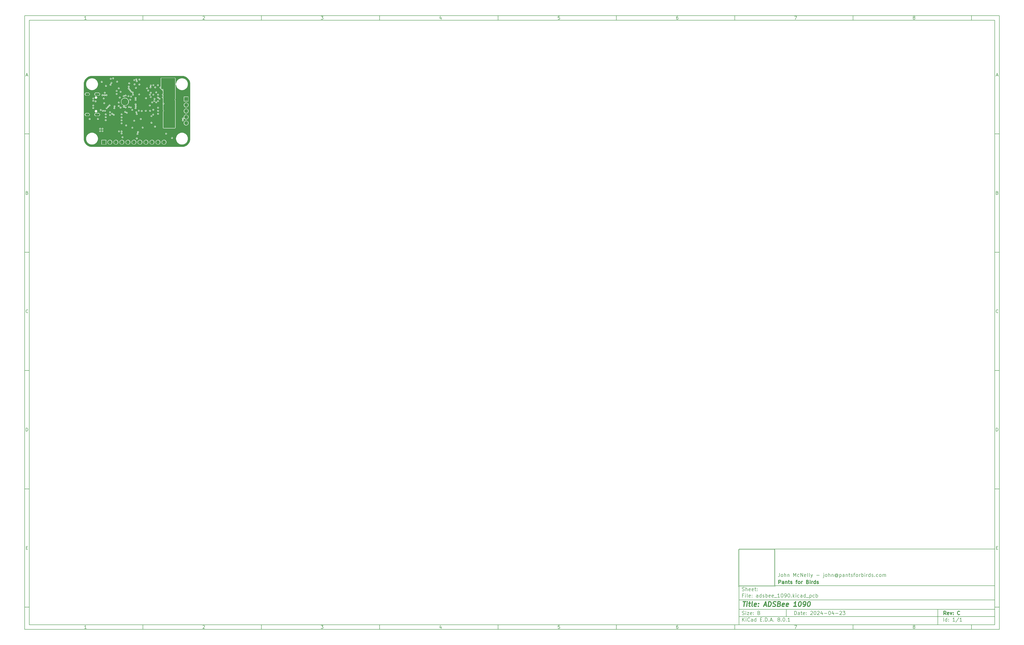
<source format=gbr>
G04 #@! TF.GenerationSoftware,KiCad,Pcbnew,8.0.1*
G04 #@! TF.CreationDate,2024-04-23T11:39:21-07:00*
G04 #@! TF.ProjectId,adsbee_1090,61647362-6565-45f3-9130-39302e6b6963,C*
G04 #@! TF.SameCoordinates,Original*
G04 #@! TF.FileFunction,Copper,L5,Inr*
G04 #@! TF.FilePolarity,Positive*
%FSLAX46Y46*%
G04 Gerber Fmt 4.6, Leading zero omitted, Abs format (unit mm)*
G04 Created by KiCad (PCBNEW 8.0.1) date 2024-04-23 11:39:21*
%MOMM*%
%LPD*%
G01*
G04 APERTURE LIST*
%ADD10C,0.100000*%
%ADD11C,0.150000*%
%ADD12C,0.300000*%
%ADD13C,0.400000*%
G04 #@! TA.AperFunction,ComponentPad*
%ADD14R,1.700000X1.700000*%
G04 #@! TD*
G04 #@! TA.AperFunction,ComponentPad*
%ADD15O,1.700000X1.700000*%
G04 #@! TD*
G04 #@! TA.AperFunction,ComponentPad*
%ADD16O,2.100000X1.000000*%
G04 #@! TD*
G04 #@! TA.AperFunction,ComponentPad*
%ADD17O,1.800000X1.000000*%
G04 #@! TD*
G04 #@! TA.AperFunction,ViaPad*
%ADD18C,0.400000*%
G04 #@! TD*
G04 #@! TA.AperFunction,ViaPad*
%ADD19C,3.000000*%
G04 #@! TD*
G04 APERTURE END LIST*
D10*
X311457819Y-235654619D02*
X311457819Y-251240982D01*
X327044182Y-251240982D01*
X327044182Y-235654619D01*
X311457819Y-235654619D01*
D11*
X311800000Y-235400000D02*
X419800000Y-235400000D01*
X419800000Y-267400000D01*
X311800000Y-267400000D01*
X311800000Y-235400000D01*
D10*
D11*
X10000000Y-10000000D02*
X421800000Y-10000000D01*
X421800000Y-269400000D01*
X10000000Y-269400000D01*
X10000000Y-10000000D01*
D10*
D11*
X12000000Y-12000000D02*
X419800000Y-12000000D01*
X419800000Y-267400000D01*
X12000000Y-267400000D01*
X12000000Y-12000000D01*
D10*
D11*
X60000000Y-12000000D02*
X60000000Y-10000000D01*
D10*
D11*
X110000000Y-12000000D02*
X110000000Y-10000000D01*
D10*
D11*
X160000000Y-12000000D02*
X160000000Y-10000000D01*
D10*
D11*
X210000000Y-12000000D02*
X210000000Y-10000000D01*
D10*
D11*
X260000000Y-12000000D02*
X260000000Y-10000000D01*
D10*
D11*
X310000000Y-12000000D02*
X310000000Y-10000000D01*
D10*
D11*
X360000000Y-12000000D02*
X360000000Y-10000000D01*
D10*
D11*
X410000000Y-12000000D02*
X410000000Y-10000000D01*
D10*
D11*
X36089160Y-11593604D02*
X35346303Y-11593604D01*
X35717731Y-11593604D02*
X35717731Y-10293604D01*
X35717731Y-10293604D02*
X35593922Y-10479319D01*
X35593922Y-10479319D02*
X35470112Y-10603128D01*
X35470112Y-10603128D02*
X35346303Y-10665033D01*
D10*
D11*
X85346303Y-10417414D02*
X85408207Y-10355509D01*
X85408207Y-10355509D02*
X85532017Y-10293604D01*
X85532017Y-10293604D02*
X85841541Y-10293604D01*
X85841541Y-10293604D02*
X85965350Y-10355509D01*
X85965350Y-10355509D02*
X86027255Y-10417414D01*
X86027255Y-10417414D02*
X86089160Y-10541223D01*
X86089160Y-10541223D02*
X86089160Y-10665033D01*
X86089160Y-10665033D02*
X86027255Y-10850747D01*
X86027255Y-10850747D02*
X85284398Y-11593604D01*
X85284398Y-11593604D02*
X86089160Y-11593604D01*
D10*
D11*
X135284398Y-10293604D02*
X136089160Y-10293604D01*
X136089160Y-10293604D02*
X135655826Y-10788842D01*
X135655826Y-10788842D02*
X135841541Y-10788842D01*
X135841541Y-10788842D02*
X135965350Y-10850747D01*
X135965350Y-10850747D02*
X136027255Y-10912652D01*
X136027255Y-10912652D02*
X136089160Y-11036461D01*
X136089160Y-11036461D02*
X136089160Y-11345985D01*
X136089160Y-11345985D02*
X136027255Y-11469795D01*
X136027255Y-11469795D02*
X135965350Y-11531700D01*
X135965350Y-11531700D02*
X135841541Y-11593604D01*
X135841541Y-11593604D02*
X135470112Y-11593604D01*
X135470112Y-11593604D02*
X135346303Y-11531700D01*
X135346303Y-11531700D02*
X135284398Y-11469795D01*
D10*
D11*
X185965350Y-10726938D02*
X185965350Y-11593604D01*
X185655826Y-10231700D02*
X185346303Y-11160271D01*
X185346303Y-11160271D02*
X186151064Y-11160271D01*
D10*
D11*
X236027255Y-10293604D02*
X235408207Y-10293604D01*
X235408207Y-10293604D02*
X235346303Y-10912652D01*
X235346303Y-10912652D02*
X235408207Y-10850747D01*
X235408207Y-10850747D02*
X235532017Y-10788842D01*
X235532017Y-10788842D02*
X235841541Y-10788842D01*
X235841541Y-10788842D02*
X235965350Y-10850747D01*
X235965350Y-10850747D02*
X236027255Y-10912652D01*
X236027255Y-10912652D02*
X236089160Y-11036461D01*
X236089160Y-11036461D02*
X236089160Y-11345985D01*
X236089160Y-11345985D02*
X236027255Y-11469795D01*
X236027255Y-11469795D02*
X235965350Y-11531700D01*
X235965350Y-11531700D02*
X235841541Y-11593604D01*
X235841541Y-11593604D02*
X235532017Y-11593604D01*
X235532017Y-11593604D02*
X235408207Y-11531700D01*
X235408207Y-11531700D02*
X235346303Y-11469795D01*
D10*
D11*
X285965350Y-10293604D02*
X285717731Y-10293604D01*
X285717731Y-10293604D02*
X285593922Y-10355509D01*
X285593922Y-10355509D02*
X285532017Y-10417414D01*
X285532017Y-10417414D02*
X285408207Y-10603128D01*
X285408207Y-10603128D02*
X285346303Y-10850747D01*
X285346303Y-10850747D02*
X285346303Y-11345985D01*
X285346303Y-11345985D02*
X285408207Y-11469795D01*
X285408207Y-11469795D02*
X285470112Y-11531700D01*
X285470112Y-11531700D02*
X285593922Y-11593604D01*
X285593922Y-11593604D02*
X285841541Y-11593604D01*
X285841541Y-11593604D02*
X285965350Y-11531700D01*
X285965350Y-11531700D02*
X286027255Y-11469795D01*
X286027255Y-11469795D02*
X286089160Y-11345985D01*
X286089160Y-11345985D02*
X286089160Y-11036461D01*
X286089160Y-11036461D02*
X286027255Y-10912652D01*
X286027255Y-10912652D02*
X285965350Y-10850747D01*
X285965350Y-10850747D02*
X285841541Y-10788842D01*
X285841541Y-10788842D02*
X285593922Y-10788842D01*
X285593922Y-10788842D02*
X285470112Y-10850747D01*
X285470112Y-10850747D02*
X285408207Y-10912652D01*
X285408207Y-10912652D02*
X285346303Y-11036461D01*
D10*
D11*
X335284398Y-10293604D02*
X336151064Y-10293604D01*
X336151064Y-10293604D02*
X335593922Y-11593604D01*
D10*
D11*
X385593922Y-10850747D02*
X385470112Y-10788842D01*
X385470112Y-10788842D02*
X385408207Y-10726938D01*
X385408207Y-10726938D02*
X385346303Y-10603128D01*
X385346303Y-10603128D02*
X385346303Y-10541223D01*
X385346303Y-10541223D02*
X385408207Y-10417414D01*
X385408207Y-10417414D02*
X385470112Y-10355509D01*
X385470112Y-10355509D02*
X385593922Y-10293604D01*
X385593922Y-10293604D02*
X385841541Y-10293604D01*
X385841541Y-10293604D02*
X385965350Y-10355509D01*
X385965350Y-10355509D02*
X386027255Y-10417414D01*
X386027255Y-10417414D02*
X386089160Y-10541223D01*
X386089160Y-10541223D02*
X386089160Y-10603128D01*
X386089160Y-10603128D02*
X386027255Y-10726938D01*
X386027255Y-10726938D02*
X385965350Y-10788842D01*
X385965350Y-10788842D02*
X385841541Y-10850747D01*
X385841541Y-10850747D02*
X385593922Y-10850747D01*
X385593922Y-10850747D02*
X385470112Y-10912652D01*
X385470112Y-10912652D02*
X385408207Y-10974557D01*
X385408207Y-10974557D02*
X385346303Y-11098366D01*
X385346303Y-11098366D02*
X385346303Y-11345985D01*
X385346303Y-11345985D02*
X385408207Y-11469795D01*
X385408207Y-11469795D02*
X385470112Y-11531700D01*
X385470112Y-11531700D02*
X385593922Y-11593604D01*
X385593922Y-11593604D02*
X385841541Y-11593604D01*
X385841541Y-11593604D02*
X385965350Y-11531700D01*
X385965350Y-11531700D02*
X386027255Y-11469795D01*
X386027255Y-11469795D02*
X386089160Y-11345985D01*
X386089160Y-11345985D02*
X386089160Y-11098366D01*
X386089160Y-11098366D02*
X386027255Y-10974557D01*
X386027255Y-10974557D02*
X385965350Y-10912652D01*
X385965350Y-10912652D02*
X385841541Y-10850747D01*
D10*
D11*
X60000000Y-267400000D02*
X60000000Y-269400000D01*
D10*
D11*
X110000000Y-267400000D02*
X110000000Y-269400000D01*
D10*
D11*
X160000000Y-267400000D02*
X160000000Y-269400000D01*
D10*
D11*
X210000000Y-267400000D02*
X210000000Y-269400000D01*
D10*
D11*
X260000000Y-267400000D02*
X260000000Y-269400000D01*
D10*
D11*
X310000000Y-267400000D02*
X310000000Y-269400000D01*
D10*
D11*
X360000000Y-267400000D02*
X360000000Y-269400000D01*
D10*
D11*
X410000000Y-267400000D02*
X410000000Y-269400000D01*
D10*
D11*
X36089160Y-268993604D02*
X35346303Y-268993604D01*
X35717731Y-268993604D02*
X35717731Y-267693604D01*
X35717731Y-267693604D02*
X35593922Y-267879319D01*
X35593922Y-267879319D02*
X35470112Y-268003128D01*
X35470112Y-268003128D02*
X35346303Y-268065033D01*
D10*
D11*
X85346303Y-267817414D02*
X85408207Y-267755509D01*
X85408207Y-267755509D02*
X85532017Y-267693604D01*
X85532017Y-267693604D02*
X85841541Y-267693604D01*
X85841541Y-267693604D02*
X85965350Y-267755509D01*
X85965350Y-267755509D02*
X86027255Y-267817414D01*
X86027255Y-267817414D02*
X86089160Y-267941223D01*
X86089160Y-267941223D02*
X86089160Y-268065033D01*
X86089160Y-268065033D02*
X86027255Y-268250747D01*
X86027255Y-268250747D02*
X85284398Y-268993604D01*
X85284398Y-268993604D02*
X86089160Y-268993604D01*
D10*
D11*
X135284398Y-267693604D02*
X136089160Y-267693604D01*
X136089160Y-267693604D02*
X135655826Y-268188842D01*
X135655826Y-268188842D02*
X135841541Y-268188842D01*
X135841541Y-268188842D02*
X135965350Y-268250747D01*
X135965350Y-268250747D02*
X136027255Y-268312652D01*
X136027255Y-268312652D02*
X136089160Y-268436461D01*
X136089160Y-268436461D02*
X136089160Y-268745985D01*
X136089160Y-268745985D02*
X136027255Y-268869795D01*
X136027255Y-268869795D02*
X135965350Y-268931700D01*
X135965350Y-268931700D02*
X135841541Y-268993604D01*
X135841541Y-268993604D02*
X135470112Y-268993604D01*
X135470112Y-268993604D02*
X135346303Y-268931700D01*
X135346303Y-268931700D02*
X135284398Y-268869795D01*
D10*
D11*
X185965350Y-268126938D02*
X185965350Y-268993604D01*
X185655826Y-267631700D02*
X185346303Y-268560271D01*
X185346303Y-268560271D02*
X186151064Y-268560271D01*
D10*
D11*
X236027255Y-267693604D02*
X235408207Y-267693604D01*
X235408207Y-267693604D02*
X235346303Y-268312652D01*
X235346303Y-268312652D02*
X235408207Y-268250747D01*
X235408207Y-268250747D02*
X235532017Y-268188842D01*
X235532017Y-268188842D02*
X235841541Y-268188842D01*
X235841541Y-268188842D02*
X235965350Y-268250747D01*
X235965350Y-268250747D02*
X236027255Y-268312652D01*
X236027255Y-268312652D02*
X236089160Y-268436461D01*
X236089160Y-268436461D02*
X236089160Y-268745985D01*
X236089160Y-268745985D02*
X236027255Y-268869795D01*
X236027255Y-268869795D02*
X235965350Y-268931700D01*
X235965350Y-268931700D02*
X235841541Y-268993604D01*
X235841541Y-268993604D02*
X235532017Y-268993604D01*
X235532017Y-268993604D02*
X235408207Y-268931700D01*
X235408207Y-268931700D02*
X235346303Y-268869795D01*
D10*
D11*
X285965350Y-267693604D02*
X285717731Y-267693604D01*
X285717731Y-267693604D02*
X285593922Y-267755509D01*
X285593922Y-267755509D02*
X285532017Y-267817414D01*
X285532017Y-267817414D02*
X285408207Y-268003128D01*
X285408207Y-268003128D02*
X285346303Y-268250747D01*
X285346303Y-268250747D02*
X285346303Y-268745985D01*
X285346303Y-268745985D02*
X285408207Y-268869795D01*
X285408207Y-268869795D02*
X285470112Y-268931700D01*
X285470112Y-268931700D02*
X285593922Y-268993604D01*
X285593922Y-268993604D02*
X285841541Y-268993604D01*
X285841541Y-268993604D02*
X285965350Y-268931700D01*
X285965350Y-268931700D02*
X286027255Y-268869795D01*
X286027255Y-268869795D02*
X286089160Y-268745985D01*
X286089160Y-268745985D02*
X286089160Y-268436461D01*
X286089160Y-268436461D02*
X286027255Y-268312652D01*
X286027255Y-268312652D02*
X285965350Y-268250747D01*
X285965350Y-268250747D02*
X285841541Y-268188842D01*
X285841541Y-268188842D02*
X285593922Y-268188842D01*
X285593922Y-268188842D02*
X285470112Y-268250747D01*
X285470112Y-268250747D02*
X285408207Y-268312652D01*
X285408207Y-268312652D02*
X285346303Y-268436461D01*
D10*
D11*
X335284398Y-267693604D02*
X336151064Y-267693604D01*
X336151064Y-267693604D02*
X335593922Y-268993604D01*
D10*
D11*
X385593922Y-268250747D02*
X385470112Y-268188842D01*
X385470112Y-268188842D02*
X385408207Y-268126938D01*
X385408207Y-268126938D02*
X385346303Y-268003128D01*
X385346303Y-268003128D02*
X385346303Y-267941223D01*
X385346303Y-267941223D02*
X385408207Y-267817414D01*
X385408207Y-267817414D02*
X385470112Y-267755509D01*
X385470112Y-267755509D02*
X385593922Y-267693604D01*
X385593922Y-267693604D02*
X385841541Y-267693604D01*
X385841541Y-267693604D02*
X385965350Y-267755509D01*
X385965350Y-267755509D02*
X386027255Y-267817414D01*
X386027255Y-267817414D02*
X386089160Y-267941223D01*
X386089160Y-267941223D02*
X386089160Y-268003128D01*
X386089160Y-268003128D02*
X386027255Y-268126938D01*
X386027255Y-268126938D02*
X385965350Y-268188842D01*
X385965350Y-268188842D02*
X385841541Y-268250747D01*
X385841541Y-268250747D02*
X385593922Y-268250747D01*
X385593922Y-268250747D02*
X385470112Y-268312652D01*
X385470112Y-268312652D02*
X385408207Y-268374557D01*
X385408207Y-268374557D02*
X385346303Y-268498366D01*
X385346303Y-268498366D02*
X385346303Y-268745985D01*
X385346303Y-268745985D02*
X385408207Y-268869795D01*
X385408207Y-268869795D02*
X385470112Y-268931700D01*
X385470112Y-268931700D02*
X385593922Y-268993604D01*
X385593922Y-268993604D02*
X385841541Y-268993604D01*
X385841541Y-268993604D02*
X385965350Y-268931700D01*
X385965350Y-268931700D02*
X386027255Y-268869795D01*
X386027255Y-268869795D02*
X386089160Y-268745985D01*
X386089160Y-268745985D02*
X386089160Y-268498366D01*
X386089160Y-268498366D02*
X386027255Y-268374557D01*
X386027255Y-268374557D02*
X385965350Y-268312652D01*
X385965350Y-268312652D02*
X385841541Y-268250747D01*
D10*
D11*
X10000000Y-60000000D02*
X12000000Y-60000000D01*
D10*
D11*
X10000000Y-110000000D02*
X12000000Y-110000000D01*
D10*
D11*
X10000000Y-160000000D02*
X12000000Y-160000000D01*
D10*
D11*
X10000000Y-210000000D02*
X12000000Y-210000000D01*
D10*
D11*
X10000000Y-260000000D02*
X12000000Y-260000000D01*
D10*
D11*
X10690476Y-35222176D02*
X11309523Y-35222176D01*
X10566666Y-35593604D02*
X10999999Y-34293604D01*
X10999999Y-34293604D02*
X11433333Y-35593604D01*
D10*
D11*
X11092857Y-84912652D02*
X11278571Y-84974557D01*
X11278571Y-84974557D02*
X11340476Y-85036461D01*
X11340476Y-85036461D02*
X11402380Y-85160271D01*
X11402380Y-85160271D02*
X11402380Y-85345985D01*
X11402380Y-85345985D02*
X11340476Y-85469795D01*
X11340476Y-85469795D02*
X11278571Y-85531700D01*
X11278571Y-85531700D02*
X11154761Y-85593604D01*
X11154761Y-85593604D02*
X10659523Y-85593604D01*
X10659523Y-85593604D02*
X10659523Y-84293604D01*
X10659523Y-84293604D02*
X11092857Y-84293604D01*
X11092857Y-84293604D02*
X11216666Y-84355509D01*
X11216666Y-84355509D02*
X11278571Y-84417414D01*
X11278571Y-84417414D02*
X11340476Y-84541223D01*
X11340476Y-84541223D02*
X11340476Y-84665033D01*
X11340476Y-84665033D02*
X11278571Y-84788842D01*
X11278571Y-84788842D02*
X11216666Y-84850747D01*
X11216666Y-84850747D02*
X11092857Y-84912652D01*
X11092857Y-84912652D02*
X10659523Y-84912652D01*
D10*
D11*
X11402380Y-135469795D02*
X11340476Y-135531700D01*
X11340476Y-135531700D02*
X11154761Y-135593604D01*
X11154761Y-135593604D02*
X11030952Y-135593604D01*
X11030952Y-135593604D02*
X10845238Y-135531700D01*
X10845238Y-135531700D02*
X10721428Y-135407890D01*
X10721428Y-135407890D02*
X10659523Y-135284080D01*
X10659523Y-135284080D02*
X10597619Y-135036461D01*
X10597619Y-135036461D02*
X10597619Y-134850747D01*
X10597619Y-134850747D02*
X10659523Y-134603128D01*
X10659523Y-134603128D02*
X10721428Y-134479319D01*
X10721428Y-134479319D02*
X10845238Y-134355509D01*
X10845238Y-134355509D02*
X11030952Y-134293604D01*
X11030952Y-134293604D02*
X11154761Y-134293604D01*
X11154761Y-134293604D02*
X11340476Y-134355509D01*
X11340476Y-134355509D02*
X11402380Y-134417414D01*
D10*
D11*
X10659523Y-185593604D02*
X10659523Y-184293604D01*
X10659523Y-184293604D02*
X10969047Y-184293604D01*
X10969047Y-184293604D02*
X11154761Y-184355509D01*
X11154761Y-184355509D02*
X11278571Y-184479319D01*
X11278571Y-184479319D02*
X11340476Y-184603128D01*
X11340476Y-184603128D02*
X11402380Y-184850747D01*
X11402380Y-184850747D02*
X11402380Y-185036461D01*
X11402380Y-185036461D02*
X11340476Y-185284080D01*
X11340476Y-185284080D02*
X11278571Y-185407890D01*
X11278571Y-185407890D02*
X11154761Y-185531700D01*
X11154761Y-185531700D02*
X10969047Y-185593604D01*
X10969047Y-185593604D02*
X10659523Y-185593604D01*
D10*
D11*
X10721428Y-234912652D02*
X11154762Y-234912652D01*
X11340476Y-235593604D02*
X10721428Y-235593604D01*
X10721428Y-235593604D02*
X10721428Y-234293604D01*
X10721428Y-234293604D02*
X11340476Y-234293604D01*
D10*
D11*
X421800000Y-60000000D02*
X419800000Y-60000000D01*
D10*
D11*
X421800000Y-110000000D02*
X419800000Y-110000000D01*
D10*
D11*
X421800000Y-160000000D02*
X419800000Y-160000000D01*
D10*
D11*
X421800000Y-210000000D02*
X419800000Y-210000000D01*
D10*
D11*
X421800000Y-260000000D02*
X419800000Y-260000000D01*
D10*
D11*
X420490476Y-35222176D02*
X421109523Y-35222176D01*
X420366666Y-35593604D02*
X420799999Y-34293604D01*
X420799999Y-34293604D02*
X421233333Y-35593604D01*
D10*
D11*
X420892857Y-84912652D02*
X421078571Y-84974557D01*
X421078571Y-84974557D02*
X421140476Y-85036461D01*
X421140476Y-85036461D02*
X421202380Y-85160271D01*
X421202380Y-85160271D02*
X421202380Y-85345985D01*
X421202380Y-85345985D02*
X421140476Y-85469795D01*
X421140476Y-85469795D02*
X421078571Y-85531700D01*
X421078571Y-85531700D02*
X420954761Y-85593604D01*
X420954761Y-85593604D02*
X420459523Y-85593604D01*
X420459523Y-85593604D02*
X420459523Y-84293604D01*
X420459523Y-84293604D02*
X420892857Y-84293604D01*
X420892857Y-84293604D02*
X421016666Y-84355509D01*
X421016666Y-84355509D02*
X421078571Y-84417414D01*
X421078571Y-84417414D02*
X421140476Y-84541223D01*
X421140476Y-84541223D02*
X421140476Y-84665033D01*
X421140476Y-84665033D02*
X421078571Y-84788842D01*
X421078571Y-84788842D02*
X421016666Y-84850747D01*
X421016666Y-84850747D02*
X420892857Y-84912652D01*
X420892857Y-84912652D02*
X420459523Y-84912652D01*
D10*
D11*
X421202380Y-135469795D02*
X421140476Y-135531700D01*
X421140476Y-135531700D02*
X420954761Y-135593604D01*
X420954761Y-135593604D02*
X420830952Y-135593604D01*
X420830952Y-135593604D02*
X420645238Y-135531700D01*
X420645238Y-135531700D02*
X420521428Y-135407890D01*
X420521428Y-135407890D02*
X420459523Y-135284080D01*
X420459523Y-135284080D02*
X420397619Y-135036461D01*
X420397619Y-135036461D02*
X420397619Y-134850747D01*
X420397619Y-134850747D02*
X420459523Y-134603128D01*
X420459523Y-134603128D02*
X420521428Y-134479319D01*
X420521428Y-134479319D02*
X420645238Y-134355509D01*
X420645238Y-134355509D02*
X420830952Y-134293604D01*
X420830952Y-134293604D02*
X420954761Y-134293604D01*
X420954761Y-134293604D02*
X421140476Y-134355509D01*
X421140476Y-134355509D02*
X421202380Y-134417414D01*
D10*
D11*
X420459523Y-185593604D02*
X420459523Y-184293604D01*
X420459523Y-184293604D02*
X420769047Y-184293604D01*
X420769047Y-184293604D02*
X420954761Y-184355509D01*
X420954761Y-184355509D02*
X421078571Y-184479319D01*
X421078571Y-184479319D02*
X421140476Y-184603128D01*
X421140476Y-184603128D02*
X421202380Y-184850747D01*
X421202380Y-184850747D02*
X421202380Y-185036461D01*
X421202380Y-185036461D02*
X421140476Y-185284080D01*
X421140476Y-185284080D02*
X421078571Y-185407890D01*
X421078571Y-185407890D02*
X420954761Y-185531700D01*
X420954761Y-185531700D02*
X420769047Y-185593604D01*
X420769047Y-185593604D02*
X420459523Y-185593604D01*
D10*
D11*
X420521428Y-234912652D02*
X420954762Y-234912652D01*
X421140476Y-235593604D02*
X420521428Y-235593604D01*
X420521428Y-235593604D02*
X420521428Y-234293604D01*
X420521428Y-234293604D02*
X421140476Y-234293604D01*
D10*
D11*
X335255826Y-263186128D02*
X335255826Y-261686128D01*
X335255826Y-261686128D02*
X335612969Y-261686128D01*
X335612969Y-261686128D02*
X335827255Y-261757557D01*
X335827255Y-261757557D02*
X335970112Y-261900414D01*
X335970112Y-261900414D02*
X336041541Y-262043271D01*
X336041541Y-262043271D02*
X336112969Y-262328985D01*
X336112969Y-262328985D02*
X336112969Y-262543271D01*
X336112969Y-262543271D02*
X336041541Y-262828985D01*
X336041541Y-262828985D02*
X335970112Y-262971842D01*
X335970112Y-262971842D02*
X335827255Y-263114700D01*
X335827255Y-263114700D02*
X335612969Y-263186128D01*
X335612969Y-263186128D02*
X335255826Y-263186128D01*
X337398684Y-263186128D02*
X337398684Y-262400414D01*
X337398684Y-262400414D02*
X337327255Y-262257557D01*
X337327255Y-262257557D02*
X337184398Y-262186128D01*
X337184398Y-262186128D02*
X336898684Y-262186128D01*
X336898684Y-262186128D02*
X336755826Y-262257557D01*
X337398684Y-263114700D02*
X337255826Y-263186128D01*
X337255826Y-263186128D02*
X336898684Y-263186128D01*
X336898684Y-263186128D02*
X336755826Y-263114700D01*
X336755826Y-263114700D02*
X336684398Y-262971842D01*
X336684398Y-262971842D02*
X336684398Y-262828985D01*
X336684398Y-262828985D02*
X336755826Y-262686128D01*
X336755826Y-262686128D02*
X336898684Y-262614700D01*
X336898684Y-262614700D02*
X337255826Y-262614700D01*
X337255826Y-262614700D02*
X337398684Y-262543271D01*
X337898684Y-262186128D02*
X338470112Y-262186128D01*
X338112969Y-261686128D02*
X338112969Y-262971842D01*
X338112969Y-262971842D02*
X338184398Y-263114700D01*
X338184398Y-263114700D02*
X338327255Y-263186128D01*
X338327255Y-263186128D02*
X338470112Y-263186128D01*
X339541541Y-263114700D02*
X339398684Y-263186128D01*
X339398684Y-263186128D02*
X339112970Y-263186128D01*
X339112970Y-263186128D02*
X338970112Y-263114700D01*
X338970112Y-263114700D02*
X338898684Y-262971842D01*
X338898684Y-262971842D02*
X338898684Y-262400414D01*
X338898684Y-262400414D02*
X338970112Y-262257557D01*
X338970112Y-262257557D02*
X339112970Y-262186128D01*
X339112970Y-262186128D02*
X339398684Y-262186128D01*
X339398684Y-262186128D02*
X339541541Y-262257557D01*
X339541541Y-262257557D02*
X339612970Y-262400414D01*
X339612970Y-262400414D02*
X339612970Y-262543271D01*
X339612970Y-262543271D02*
X338898684Y-262686128D01*
X340255826Y-263043271D02*
X340327255Y-263114700D01*
X340327255Y-263114700D02*
X340255826Y-263186128D01*
X340255826Y-263186128D02*
X340184398Y-263114700D01*
X340184398Y-263114700D02*
X340255826Y-263043271D01*
X340255826Y-263043271D02*
X340255826Y-263186128D01*
X340255826Y-262257557D02*
X340327255Y-262328985D01*
X340327255Y-262328985D02*
X340255826Y-262400414D01*
X340255826Y-262400414D02*
X340184398Y-262328985D01*
X340184398Y-262328985D02*
X340255826Y-262257557D01*
X340255826Y-262257557D02*
X340255826Y-262400414D01*
X342041541Y-261828985D02*
X342112969Y-261757557D01*
X342112969Y-261757557D02*
X342255827Y-261686128D01*
X342255827Y-261686128D02*
X342612969Y-261686128D01*
X342612969Y-261686128D02*
X342755827Y-261757557D01*
X342755827Y-261757557D02*
X342827255Y-261828985D01*
X342827255Y-261828985D02*
X342898684Y-261971842D01*
X342898684Y-261971842D02*
X342898684Y-262114700D01*
X342898684Y-262114700D02*
X342827255Y-262328985D01*
X342827255Y-262328985D02*
X341970112Y-263186128D01*
X341970112Y-263186128D02*
X342898684Y-263186128D01*
X343827255Y-261686128D02*
X343970112Y-261686128D01*
X343970112Y-261686128D02*
X344112969Y-261757557D01*
X344112969Y-261757557D02*
X344184398Y-261828985D01*
X344184398Y-261828985D02*
X344255826Y-261971842D01*
X344255826Y-261971842D02*
X344327255Y-262257557D01*
X344327255Y-262257557D02*
X344327255Y-262614700D01*
X344327255Y-262614700D02*
X344255826Y-262900414D01*
X344255826Y-262900414D02*
X344184398Y-263043271D01*
X344184398Y-263043271D02*
X344112969Y-263114700D01*
X344112969Y-263114700D02*
X343970112Y-263186128D01*
X343970112Y-263186128D02*
X343827255Y-263186128D01*
X343827255Y-263186128D02*
X343684398Y-263114700D01*
X343684398Y-263114700D02*
X343612969Y-263043271D01*
X343612969Y-263043271D02*
X343541540Y-262900414D01*
X343541540Y-262900414D02*
X343470112Y-262614700D01*
X343470112Y-262614700D02*
X343470112Y-262257557D01*
X343470112Y-262257557D02*
X343541540Y-261971842D01*
X343541540Y-261971842D02*
X343612969Y-261828985D01*
X343612969Y-261828985D02*
X343684398Y-261757557D01*
X343684398Y-261757557D02*
X343827255Y-261686128D01*
X344898683Y-261828985D02*
X344970111Y-261757557D01*
X344970111Y-261757557D02*
X345112969Y-261686128D01*
X345112969Y-261686128D02*
X345470111Y-261686128D01*
X345470111Y-261686128D02*
X345612969Y-261757557D01*
X345612969Y-261757557D02*
X345684397Y-261828985D01*
X345684397Y-261828985D02*
X345755826Y-261971842D01*
X345755826Y-261971842D02*
X345755826Y-262114700D01*
X345755826Y-262114700D02*
X345684397Y-262328985D01*
X345684397Y-262328985D02*
X344827254Y-263186128D01*
X344827254Y-263186128D02*
X345755826Y-263186128D01*
X347041540Y-262186128D02*
X347041540Y-263186128D01*
X346684397Y-261614700D02*
X346327254Y-262686128D01*
X346327254Y-262686128D02*
X347255825Y-262686128D01*
X347827253Y-262614700D02*
X348970111Y-262614700D01*
X349970111Y-261686128D02*
X350112968Y-261686128D01*
X350112968Y-261686128D02*
X350255825Y-261757557D01*
X350255825Y-261757557D02*
X350327254Y-261828985D01*
X350327254Y-261828985D02*
X350398682Y-261971842D01*
X350398682Y-261971842D02*
X350470111Y-262257557D01*
X350470111Y-262257557D02*
X350470111Y-262614700D01*
X350470111Y-262614700D02*
X350398682Y-262900414D01*
X350398682Y-262900414D02*
X350327254Y-263043271D01*
X350327254Y-263043271D02*
X350255825Y-263114700D01*
X350255825Y-263114700D02*
X350112968Y-263186128D01*
X350112968Y-263186128D02*
X349970111Y-263186128D01*
X349970111Y-263186128D02*
X349827254Y-263114700D01*
X349827254Y-263114700D02*
X349755825Y-263043271D01*
X349755825Y-263043271D02*
X349684396Y-262900414D01*
X349684396Y-262900414D02*
X349612968Y-262614700D01*
X349612968Y-262614700D02*
X349612968Y-262257557D01*
X349612968Y-262257557D02*
X349684396Y-261971842D01*
X349684396Y-261971842D02*
X349755825Y-261828985D01*
X349755825Y-261828985D02*
X349827254Y-261757557D01*
X349827254Y-261757557D02*
X349970111Y-261686128D01*
X351755825Y-262186128D02*
X351755825Y-263186128D01*
X351398682Y-261614700D02*
X351041539Y-262686128D01*
X351041539Y-262686128D02*
X351970110Y-262686128D01*
X352541538Y-262614700D02*
X353684396Y-262614700D01*
X354327253Y-261828985D02*
X354398681Y-261757557D01*
X354398681Y-261757557D02*
X354541539Y-261686128D01*
X354541539Y-261686128D02*
X354898681Y-261686128D01*
X354898681Y-261686128D02*
X355041539Y-261757557D01*
X355041539Y-261757557D02*
X355112967Y-261828985D01*
X355112967Y-261828985D02*
X355184396Y-261971842D01*
X355184396Y-261971842D02*
X355184396Y-262114700D01*
X355184396Y-262114700D02*
X355112967Y-262328985D01*
X355112967Y-262328985D02*
X354255824Y-263186128D01*
X354255824Y-263186128D02*
X355184396Y-263186128D01*
X355684395Y-261686128D02*
X356612967Y-261686128D01*
X356612967Y-261686128D02*
X356112967Y-262257557D01*
X356112967Y-262257557D02*
X356327252Y-262257557D01*
X356327252Y-262257557D02*
X356470110Y-262328985D01*
X356470110Y-262328985D02*
X356541538Y-262400414D01*
X356541538Y-262400414D02*
X356612967Y-262543271D01*
X356612967Y-262543271D02*
X356612967Y-262900414D01*
X356612967Y-262900414D02*
X356541538Y-263043271D01*
X356541538Y-263043271D02*
X356470110Y-263114700D01*
X356470110Y-263114700D02*
X356327252Y-263186128D01*
X356327252Y-263186128D02*
X355898681Y-263186128D01*
X355898681Y-263186128D02*
X355755824Y-263114700D01*
X355755824Y-263114700D02*
X355684395Y-263043271D01*
D10*
D11*
X311800000Y-263900000D02*
X419800000Y-263900000D01*
D10*
D11*
X313255826Y-265986128D02*
X313255826Y-264486128D01*
X314112969Y-265986128D02*
X313470112Y-265128985D01*
X314112969Y-264486128D02*
X313255826Y-265343271D01*
X314755826Y-265986128D02*
X314755826Y-264986128D01*
X314755826Y-264486128D02*
X314684398Y-264557557D01*
X314684398Y-264557557D02*
X314755826Y-264628985D01*
X314755826Y-264628985D02*
X314827255Y-264557557D01*
X314827255Y-264557557D02*
X314755826Y-264486128D01*
X314755826Y-264486128D02*
X314755826Y-264628985D01*
X316327255Y-265843271D02*
X316255827Y-265914700D01*
X316255827Y-265914700D02*
X316041541Y-265986128D01*
X316041541Y-265986128D02*
X315898684Y-265986128D01*
X315898684Y-265986128D02*
X315684398Y-265914700D01*
X315684398Y-265914700D02*
X315541541Y-265771842D01*
X315541541Y-265771842D02*
X315470112Y-265628985D01*
X315470112Y-265628985D02*
X315398684Y-265343271D01*
X315398684Y-265343271D02*
X315398684Y-265128985D01*
X315398684Y-265128985D02*
X315470112Y-264843271D01*
X315470112Y-264843271D02*
X315541541Y-264700414D01*
X315541541Y-264700414D02*
X315684398Y-264557557D01*
X315684398Y-264557557D02*
X315898684Y-264486128D01*
X315898684Y-264486128D02*
X316041541Y-264486128D01*
X316041541Y-264486128D02*
X316255827Y-264557557D01*
X316255827Y-264557557D02*
X316327255Y-264628985D01*
X317612970Y-265986128D02*
X317612970Y-265200414D01*
X317612970Y-265200414D02*
X317541541Y-265057557D01*
X317541541Y-265057557D02*
X317398684Y-264986128D01*
X317398684Y-264986128D02*
X317112970Y-264986128D01*
X317112970Y-264986128D02*
X316970112Y-265057557D01*
X317612970Y-265914700D02*
X317470112Y-265986128D01*
X317470112Y-265986128D02*
X317112970Y-265986128D01*
X317112970Y-265986128D02*
X316970112Y-265914700D01*
X316970112Y-265914700D02*
X316898684Y-265771842D01*
X316898684Y-265771842D02*
X316898684Y-265628985D01*
X316898684Y-265628985D02*
X316970112Y-265486128D01*
X316970112Y-265486128D02*
X317112970Y-265414700D01*
X317112970Y-265414700D02*
X317470112Y-265414700D01*
X317470112Y-265414700D02*
X317612970Y-265343271D01*
X318970113Y-265986128D02*
X318970113Y-264486128D01*
X318970113Y-265914700D02*
X318827255Y-265986128D01*
X318827255Y-265986128D02*
X318541541Y-265986128D01*
X318541541Y-265986128D02*
X318398684Y-265914700D01*
X318398684Y-265914700D02*
X318327255Y-265843271D01*
X318327255Y-265843271D02*
X318255827Y-265700414D01*
X318255827Y-265700414D02*
X318255827Y-265271842D01*
X318255827Y-265271842D02*
X318327255Y-265128985D01*
X318327255Y-265128985D02*
X318398684Y-265057557D01*
X318398684Y-265057557D02*
X318541541Y-264986128D01*
X318541541Y-264986128D02*
X318827255Y-264986128D01*
X318827255Y-264986128D02*
X318970113Y-265057557D01*
X320827255Y-265200414D02*
X321327255Y-265200414D01*
X321541541Y-265986128D02*
X320827255Y-265986128D01*
X320827255Y-265986128D02*
X320827255Y-264486128D01*
X320827255Y-264486128D02*
X321541541Y-264486128D01*
X322184398Y-265843271D02*
X322255827Y-265914700D01*
X322255827Y-265914700D02*
X322184398Y-265986128D01*
X322184398Y-265986128D02*
X322112970Y-265914700D01*
X322112970Y-265914700D02*
X322184398Y-265843271D01*
X322184398Y-265843271D02*
X322184398Y-265986128D01*
X322898684Y-265986128D02*
X322898684Y-264486128D01*
X322898684Y-264486128D02*
X323255827Y-264486128D01*
X323255827Y-264486128D02*
X323470113Y-264557557D01*
X323470113Y-264557557D02*
X323612970Y-264700414D01*
X323612970Y-264700414D02*
X323684399Y-264843271D01*
X323684399Y-264843271D02*
X323755827Y-265128985D01*
X323755827Y-265128985D02*
X323755827Y-265343271D01*
X323755827Y-265343271D02*
X323684399Y-265628985D01*
X323684399Y-265628985D02*
X323612970Y-265771842D01*
X323612970Y-265771842D02*
X323470113Y-265914700D01*
X323470113Y-265914700D02*
X323255827Y-265986128D01*
X323255827Y-265986128D02*
X322898684Y-265986128D01*
X324398684Y-265843271D02*
X324470113Y-265914700D01*
X324470113Y-265914700D02*
X324398684Y-265986128D01*
X324398684Y-265986128D02*
X324327256Y-265914700D01*
X324327256Y-265914700D02*
X324398684Y-265843271D01*
X324398684Y-265843271D02*
X324398684Y-265986128D01*
X325041542Y-265557557D02*
X325755828Y-265557557D01*
X324898685Y-265986128D02*
X325398685Y-264486128D01*
X325398685Y-264486128D02*
X325898685Y-265986128D01*
X326398684Y-265843271D02*
X326470113Y-265914700D01*
X326470113Y-265914700D02*
X326398684Y-265986128D01*
X326398684Y-265986128D02*
X326327256Y-265914700D01*
X326327256Y-265914700D02*
X326398684Y-265843271D01*
X326398684Y-265843271D02*
X326398684Y-265986128D01*
X328470113Y-265128985D02*
X328327256Y-265057557D01*
X328327256Y-265057557D02*
X328255827Y-264986128D01*
X328255827Y-264986128D02*
X328184399Y-264843271D01*
X328184399Y-264843271D02*
X328184399Y-264771842D01*
X328184399Y-264771842D02*
X328255827Y-264628985D01*
X328255827Y-264628985D02*
X328327256Y-264557557D01*
X328327256Y-264557557D02*
X328470113Y-264486128D01*
X328470113Y-264486128D02*
X328755827Y-264486128D01*
X328755827Y-264486128D02*
X328898685Y-264557557D01*
X328898685Y-264557557D02*
X328970113Y-264628985D01*
X328970113Y-264628985D02*
X329041542Y-264771842D01*
X329041542Y-264771842D02*
X329041542Y-264843271D01*
X329041542Y-264843271D02*
X328970113Y-264986128D01*
X328970113Y-264986128D02*
X328898685Y-265057557D01*
X328898685Y-265057557D02*
X328755827Y-265128985D01*
X328755827Y-265128985D02*
X328470113Y-265128985D01*
X328470113Y-265128985D02*
X328327256Y-265200414D01*
X328327256Y-265200414D02*
X328255827Y-265271842D01*
X328255827Y-265271842D02*
X328184399Y-265414700D01*
X328184399Y-265414700D02*
X328184399Y-265700414D01*
X328184399Y-265700414D02*
X328255827Y-265843271D01*
X328255827Y-265843271D02*
X328327256Y-265914700D01*
X328327256Y-265914700D02*
X328470113Y-265986128D01*
X328470113Y-265986128D02*
X328755827Y-265986128D01*
X328755827Y-265986128D02*
X328898685Y-265914700D01*
X328898685Y-265914700D02*
X328970113Y-265843271D01*
X328970113Y-265843271D02*
X329041542Y-265700414D01*
X329041542Y-265700414D02*
X329041542Y-265414700D01*
X329041542Y-265414700D02*
X328970113Y-265271842D01*
X328970113Y-265271842D02*
X328898685Y-265200414D01*
X328898685Y-265200414D02*
X328755827Y-265128985D01*
X329684398Y-265843271D02*
X329755827Y-265914700D01*
X329755827Y-265914700D02*
X329684398Y-265986128D01*
X329684398Y-265986128D02*
X329612970Y-265914700D01*
X329612970Y-265914700D02*
X329684398Y-265843271D01*
X329684398Y-265843271D02*
X329684398Y-265986128D01*
X330684399Y-264486128D02*
X330827256Y-264486128D01*
X330827256Y-264486128D02*
X330970113Y-264557557D01*
X330970113Y-264557557D02*
X331041542Y-264628985D01*
X331041542Y-264628985D02*
X331112970Y-264771842D01*
X331112970Y-264771842D02*
X331184399Y-265057557D01*
X331184399Y-265057557D02*
X331184399Y-265414700D01*
X331184399Y-265414700D02*
X331112970Y-265700414D01*
X331112970Y-265700414D02*
X331041542Y-265843271D01*
X331041542Y-265843271D02*
X330970113Y-265914700D01*
X330970113Y-265914700D02*
X330827256Y-265986128D01*
X330827256Y-265986128D02*
X330684399Y-265986128D01*
X330684399Y-265986128D02*
X330541542Y-265914700D01*
X330541542Y-265914700D02*
X330470113Y-265843271D01*
X330470113Y-265843271D02*
X330398684Y-265700414D01*
X330398684Y-265700414D02*
X330327256Y-265414700D01*
X330327256Y-265414700D02*
X330327256Y-265057557D01*
X330327256Y-265057557D02*
X330398684Y-264771842D01*
X330398684Y-264771842D02*
X330470113Y-264628985D01*
X330470113Y-264628985D02*
X330541542Y-264557557D01*
X330541542Y-264557557D02*
X330684399Y-264486128D01*
X331827255Y-265843271D02*
X331898684Y-265914700D01*
X331898684Y-265914700D02*
X331827255Y-265986128D01*
X331827255Y-265986128D02*
X331755827Y-265914700D01*
X331755827Y-265914700D02*
X331827255Y-265843271D01*
X331827255Y-265843271D02*
X331827255Y-265986128D01*
X333327256Y-265986128D02*
X332470113Y-265986128D01*
X332898684Y-265986128D02*
X332898684Y-264486128D01*
X332898684Y-264486128D02*
X332755827Y-264700414D01*
X332755827Y-264700414D02*
X332612970Y-264843271D01*
X332612970Y-264843271D02*
X332470113Y-264914700D01*
D10*
D11*
X311800000Y-260900000D02*
X419800000Y-260900000D01*
D10*
D12*
X399211653Y-263178328D02*
X398711653Y-262464042D01*
X398354510Y-263178328D02*
X398354510Y-261678328D01*
X398354510Y-261678328D02*
X398925939Y-261678328D01*
X398925939Y-261678328D02*
X399068796Y-261749757D01*
X399068796Y-261749757D02*
X399140225Y-261821185D01*
X399140225Y-261821185D02*
X399211653Y-261964042D01*
X399211653Y-261964042D02*
X399211653Y-262178328D01*
X399211653Y-262178328D02*
X399140225Y-262321185D01*
X399140225Y-262321185D02*
X399068796Y-262392614D01*
X399068796Y-262392614D02*
X398925939Y-262464042D01*
X398925939Y-262464042D02*
X398354510Y-262464042D01*
X400425939Y-263106900D02*
X400283082Y-263178328D01*
X400283082Y-263178328D02*
X399997368Y-263178328D01*
X399997368Y-263178328D02*
X399854510Y-263106900D01*
X399854510Y-263106900D02*
X399783082Y-262964042D01*
X399783082Y-262964042D02*
X399783082Y-262392614D01*
X399783082Y-262392614D02*
X399854510Y-262249757D01*
X399854510Y-262249757D02*
X399997368Y-262178328D01*
X399997368Y-262178328D02*
X400283082Y-262178328D01*
X400283082Y-262178328D02*
X400425939Y-262249757D01*
X400425939Y-262249757D02*
X400497368Y-262392614D01*
X400497368Y-262392614D02*
X400497368Y-262535471D01*
X400497368Y-262535471D02*
X399783082Y-262678328D01*
X400997367Y-262178328D02*
X401354510Y-263178328D01*
X401354510Y-263178328D02*
X401711653Y-262178328D01*
X402283081Y-263035471D02*
X402354510Y-263106900D01*
X402354510Y-263106900D02*
X402283081Y-263178328D01*
X402283081Y-263178328D02*
X402211653Y-263106900D01*
X402211653Y-263106900D02*
X402283081Y-263035471D01*
X402283081Y-263035471D02*
X402283081Y-263178328D01*
X402283081Y-262249757D02*
X402354510Y-262321185D01*
X402354510Y-262321185D02*
X402283081Y-262392614D01*
X402283081Y-262392614D02*
X402211653Y-262321185D01*
X402211653Y-262321185D02*
X402283081Y-262249757D01*
X402283081Y-262249757D02*
X402283081Y-262392614D01*
X404997367Y-263035471D02*
X404925939Y-263106900D01*
X404925939Y-263106900D02*
X404711653Y-263178328D01*
X404711653Y-263178328D02*
X404568796Y-263178328D01*
X404568796Y-263178328D02*
X404354510Y-263106900D01*
X404354510Y-263106900D02*
X404211653Y-262964042D01*
X404211653Y-262964042D02*
X404140224Y-262821185D01*
X404140224Y-262821185D02*
X404068796Y-262535471D01*
X404068796Y-262535471D02*
X404068796Y-262321185D01*
X404068796Y-262321185D02*
X404140224Y-262035471D01*
X404140224Y-262035471D02*
X404211653Y-261892614D01*
X404211653Y-261892614D02*
X404354510Y-261749757D01*
X404354510Y-261749757D02*
X404568796Y-261678328D01*
X404568796Y-261678328D02*
X404711653Y-261678328D01*
X404711653Y-261678328D02*
X404925939Y-261749757D01*
X404925939Y-261749757D02*
X404997367Y-261821185D01*
D10*
D11*
X313184398Y-263114700D02*
X313398684Y-263186128D01*
X313398684Y-263186128D02*
X313755826Y-263186128D01*
X313755826Y-263186128D02*
X313898684Y-263114700D01*
X313898684Y-263114700D02*
X313970112Y-263043271D01*
X313970112Y-263043271D02*
X314041541Y-262900414D01*
X314041541Y-262900414D02*
X314041541Y-262757557D01*
X314041541Y-262757557D02*
X313970112Y-262614700D01*
X313970112Y-262614700D02*
X313898684Y-262543271D01*
X313898684Y-262543271D02*
X313755826Y-262471842D01*
X313755826Y-262471842D02*
X313470112Y-262400414D01*
X313470112Y-262400414D02*
X313327255Y-262328985D01*
X313327255Y-262328985D02*
X313255826Y-262257557D01*
X313255826Y-262257557D02*
X313184398Y-262114700D01*
X313184398Y-262114700D02*
X313184398Y-261971842D01*
X313184398Y-261971842D02*
X313255826Y-261828985D01*
X313255826Y-261828985D02*
X313327255Y-261757557D01*
X313327255Y-261757557D02*
X313470112Y-261686128D01*
X313470112Y-261686128D02*
X313827255Y-261686128D01*
X313827255Y-261686128D02*
X314041541Y-261757557D01*
X314684397Y-263186128D02*
X314684397Y-262186128D01*
X314684397Y-261686128D02*
X314612969Y-261757557D01*
X314612969Y-261757557D02*
X314684397Y-261828985D01*
X314684397Y-261828985D02*
X314755826Y-261757557D01*
X314755826Y-261757557D02*
X314684397Y-261686128D01*
X314684397Y-261686128D02*
X314684397Y-261828985D01*
X315255826Y-262186128D02*
X316041541Y-262186128D01*
X316041541Y-262186128D02*
X315255826Y-263186128D01*
X315255826Y-263186128D02*
X316041541Y-263186128D01*
X317184398Y-263114700D02*
X317041541Y-263186128D01*
X317041541Y-263186128D02*
X316755827Y-263186128D01*
X316755827Y-263186128D02*
X316612969Y-263114700D01*
X316612969Y-263114700D02*
X316541541Y-262971842D01*
X316541541Y-262971842D02*
X316541541Y-262400414D01*
X316541541Y-262400414D02*
X316612969Y-262257557D01*
X316612969Y-262257557D02*
X316755827Y-262186128D01*
X316755827Y-262186128D02*
X317041541Y-262186128D01*
X317041541Y-262186128D02*
X317184398Y-262257557D01*
X317184398Y-262257557D02*
X317255827Y-262400414D01*
X317255827Y-262400414D02*
X317255827Y-262543271D01*
X317255827Y-262543271D02*
X316541541Y-262686128D01*
X317898683Y-263043271D02*
X317970112Y-263114700D01*
X317970112Y-263114700D02*
X317898683Y-263186128D01*
X317898683Y-263186128D02*
X317827255Y-263114700D01*
X317827255Y-263114700D02*
X317898683Y-263043271D01*
X317898683Y-263043271D02*
X317898683Y-263186128D01*
X317898683Y-262257557D02*
X317970112Y-262328985D01*
X317970112Y-262328985D02*
X317898683Y-262400414D01*
X317898683Y-262400414D02*
X317827255Y-262328985D01*
X317827255Y-262328985D02*
X317898683Y-262257557D01*
X317898683Y-262257557D02*
X317898683Y-262400414D01*
X320255826Y-262400414D02*
X320470112Y-262471842D01*
X320470112Y-262471842D02*
X320541541Y-262543271D01*
X320541541Y-262543271D02*
X320612969Y-262686128D01*
X320612969Y-262686128D02*
X320612969Y-262900414D01*
X320612969Y-262900414D02*
X320541541Y-263043271D01*
X320541541Y-263043271D02*
X320470112Y-263114700D01*
X320470112Y-263114700D02*
X320327255Y-263186128D01*
X320327255Y-263186128D02*
X319755826Y-263186128D01*
X319755826Y-263186128D02*
X319755826Y-261686128D01*
X319755826Y-261686128D02*
X320255826Y-261686128D01*
X320255826Y-261686128D02*
X320398684Y-261757557D01*
X320398684Y-261757557D02*
X320470112Y-261828985D01*
X320470112Y-261828985D02*
X320541541Y-261971842D01*
X320541541Y-261971842D02*
X320541541Y-262114700D01*
X320541541Y-262114700D02*
X320470112Y-262257557D01*
X320470112Y-262257557D02*
X320398684Y-262328985D01*
X320398684Y-262328985D02*
X320255826Y-262400414D01*
X320255826Y-262400414D02*
X319755826Y-262400414D01*
D10*
D11*
X398255826Y-265986128D02*
X398255826Y-264486128D01*
X399612970Y-265986128D02*
X399612970Y-264486128D01*
X399612970Y-265914700D02*
X399470112Y-265986128D01*
X399470112Y-265986128D02*
X399184398Y-265986128D01*
X399184398Y-265986128D02*
X399041541Y-265914700D01*
X399041541Y-265914700D02*
X398970112Y-265843271D01*
X398970112Y-265843271D02*
X398898684Y-265700414D01*
X398898684Y-265700414D02*
X398898684Y-265271842D01*
X398898684Y-265271842D02*
X398970112Y-265128985D01*
X398970112Y-265128985D02*
X399041541Y-265057557D01*
X399041541Y-265057557D02*
X399184398Y-264986128D01*
X399184398Y-264986128D02*
X399470112Y-264986128D01*
X399470112Y-264986128D02*
X399612970Y-265057557D01*
X400327255Y-265843271D02*
X400398684Y-265914700D01*
X400398684Y-265914700D02*
X400327255Y-265986128D01*
X400327255Y-265986128D02*
X400255827Y-265914700D01*
X400255827Y-265914700D02*
X400327255Y-265843271D01*
X400327255Y-265843271D02*
X400327255Y-265986128D01*
X400327255Y-265057557D02*
X400398684Y-265128985D01*
X400398684Y-265128985D02*
X400327255Y-265200414D01*
X400327255Y-265200414D02*
X400255827Y-265128985D01*
X400255827Y-265128985D02*
X400327255Y-265057557D01*
X400327255Y-265057557D02*
X400327255Y-265200414D01*
X402970113Y-265986128D02*
X402112970Y-265986128D01*
X402541541Y-265986128D02*
X402541541Y-264486128D01*
X402541541Y-264486128D02*
X402398684Y-264700414D01*
X402398684Y-264700414D02*
X402255827Y-264843271D01*
X402255827Y-264843271D02*
X402112970Y-264914700D01*
X404684398Y-264414700D02*
X403398684Y-266343271D01*
X405970113Y-265986128D02*
X405112970Y-265986128D01*
X405541541Y-265986128D02*
X405541541Y-264486128D01*
X405541541Y-264486128D02*
X405398684Y-264700414D01*
X405398684Y-264700414D02*
X405255827Y-264843271D01*
X405255827Y-264843271D02*
X405112970Y-264914700D01*
D10*
D11*
X311800000Y-256900000D02*
X419800000Y-256900000D01*
D10*
D13*
X313491728Y-257604438D02*
X314634585Y-257604438D01*
X313813157Y-259604438D02*
X314063157Y-257604438D01*
X315051252Y-259604438D02*
X315217919Y-258271104D01*
X315301252Y-257604438D02*
X315194109Y-257699676D01*
X315194109Y-257699676D02*
X315277443Y-257794914D01*
X315277443Y-257794914D02*
X315384586Y-257699676D01*
X315384586Y-257699676D02*
X315301252Y-257604438D01*
X315301252Y-257604438D02*
X315277443Y-257794914D01*
X315884586Y-258271104D02*
X316646490Y-258271104D01*
X316253633Y-257604438D02*
X316039348Y-259318723D01*
X316039348Y-259318723D02*
X316110776Y-259509200D01*
X316110776Y-259509200D02*
X316289348Y-259604438D01*
X316289348Y-259604438D02*
X316479824Y-259604438D01*
X317432205Y-259604438D02*
X317253633Y-259509200D01*
X317253633Y-259509200D02*
X317182205Y-259318723D01*
X317182205Y-259318723D02*
X317396490Y-257604438D01*
X318967919Y-259509200D02*
X318765538Y-259604438D01*
X318765538Y-259604438D02*
X318384585Y-259604438D01*
X318384585Y-259604438D02*
X318206014Y-259509200D01*
X318206014Y-259509200D02*
X318134585Y-259318723D01*
X318134585Y-259318723D02*
X318229824Y-258556819D01*
X318229824Y-258556819D02*
X318348871Y-258366342D01*
X318348871Y-258366342D02*
X318551252Y-258271104D01*
X318551252Y-258271104D02*
X318932204Y-258271104D01*
X318932204Y-258271104D02*
X319110776Y-258366342D01*
X319110776Y-258366342D02*
X319182204Y-258556819D01*
X319182204Y-258556819D02*
X319158395Y-258747295D01*
X319158395Y-258747295D02*
X318182204Y-258937771D01*
X319932205Y-259413961D02*
X320015538Y-259509200D01*
X320015538Y-259509200D02*
X319908395Y-259604438D01*
X319908395Y-259604438D02*
X319825062Y-259509200D01*
X319825062Y-259509200D02*
X319932205Y-259413961D01*
X319932205Y-259413961D02*
X319908395Y-259604438D01*
X320063157Y-258366342D02*
X320146490Y-258461580D01*
X320146490Y-258461580D02*
X320039348Y-258556819D01*
X320039348Y-258556819D02*
X319956014Y-258461580D01*
X319956014Y-258461580D02*
X320063157Y-258366342D01*
X320063157Y-258366342D02*
X320039348Y-258556819D01*
X322360777Y-259033009D02*
X323313158Y-259033009D01*
X322098872Y-259604438D02*
X323015539Y-257604438D01*
X323015539Y-257604438D02*
X323432205Y-259604438D01*
X324098872Y-259604438D02*
X324348872Y-257604438D01*
X324348872Y-257604438D02*
X324825063Y-257604438D01*
X324825063Y-257604438D02*
X325098872Y-257699676D01*
X325098872Y-257699676D02*
X325265539Y-257890152D01*
X325265539Y-257890152D02*
X325336967Y-258080628D01*
X325336967Y-258080628D02*
X325384587Y-258461580D01*
X325384587Y-258461580D02*
X325348872Y-258747295D01*
X325348872Y-258747295D02*
X325206015Y-259128247D01*
X325206015Y-259128247D02*
X325086967Y-259318723D01*
X325086967Y-259318723D02*
X324872682Y-259509200D01*
X324872682Y-259509200D02*
X324575063Y-259604438D01*
X324575063Y-259604438D02*
X324098872Y-259604438D01*
X326015539Y-259509200D02*
X326289348Y-259604438D01*
X326289348Y-259604438D02*
X326765539Y-259604438D01*
X326765539Y-259604438D02*
X326967920Y-259509200D01*
X326967920Y-259509200D02*
X327075063Y-259413961D01*
X327075063Y-259413961D02*
X327194110Y-259223485D01*
X327194110Y-259223485D02*
X327217920Y-259033009D01*
X327217920Y-259033009D02*
X327146491Y-258842533D01*
X327146491Y-258842533D02*
X327063158Y-258747295D01*
X327063158Y-258747295D02*
X326884587Y-258652057D01*
X326884587Y-258652057D02*
X326515539Y-258556819D01*
X326515539Y-258556819D02*
X326336967Y-258461580D01*
X326336967Y-258461580D02*
X326253634Y-258366342D01*
X326253634Y-258366342D02*
X326182206Y-258175866D01*
X326182206Y-258175866D02*
X326206015Y-257985390D01*
X326206015Y-257985390D02*
X326325063Y-257794914D01*
X326325063Y-257794914D02*
X326432206Y-257699676D01*
X326432206Y-257699676D02*
X326634587Y-257604438D01*
X326634587Y-257604438D02*
X327110777Y-257604438D01*
X327110777Y-257604438D02*
X327384587Y-257699676D01*
X328801253Y-258556819D02*
X329075063Y-258652057D01*
X329075063Y-258652057D02*
X329158396Y-258747295D01*
X329158396Y-258747295D02*
X329229825Y-258937771D01*
X329229825Y-258937771D02*
X329194110Y-259223485D01*
X329194110Y-259223485D02*
X329075063Y-259413961D01*
X329075063Y-259413961D02*
X328967920Y-259509200D01*
X328967920Y-259509200D02*
X328765539Y-259604438D01*
X328765539Y-259604438D02*
X328003634Y-259604438D01*
X328003634Y-259604438D02*
X328253634Y-257604438D01*
X328253634Y-257604438D02*
X328920301Y-257604438D01*
X328920301Y-257604438D02*
X329098872Y-257699676D01*
X329098872Y-257699676D02*
X329182206Y-257794914D01*
X329182206Y-257794914D02*
X329253634Y-257985390D01*
X329253634Y-257985390D02*
X329229825Y-258175866D01*
X329229825Y-258175866D02*
X329110777Y-258366342D01*
X329110777Y-258366342D02*
X329003634Y-258461580D01*
X329003634Y-258461580D02*
X328801253Y-258556819D01*
X328801253Y-258556819D02*
X328134587Y-258556819D01*
X330777444Y-259509200D02*
X330575063Y-259604438D01*
X330575063Y-259604438D02*
X330194110Y-259604438D01*
X330194110Y-259604438D02*
X330015539Y-259509200D01*
X330015539Y-259509200D02*
X329944110Y-259318723D01*
X329944110Y-259318723D02*
X330039349Y-258556819D01*
X330039349Y-258556819D02*
X330158396Y-258366342D01*
X330158396Y-258366342D02*
X330360777Y-258271104D01*
X330360777Y-258271104D02*
X330741729Y-258271104D01*
X330741729Y-258271104D02*
X330920301Y-258366342D01*
X330920301Y-258366342D02*
X330991729Y-258556819D01*
X330991729Y-258556819D02*
X330967920Y-258747295D01*
X330967920Y-258747295D02*
X329991729Y-258937771D01*
X332491730Y-259509200D02*
X332289349Y-259604438D01*
X332289349Y-259604438D02*
X331908396Y-259604438D01*
X331908396Y-259604438D02*
X331729825Y-259509200D01*
X331729825Y-259509200D02*
X331658396Y-259318723D01*
X331658396Y-259318723D02*
X331753635Y-258556819D01*
X331753635Y-258556819D02*
X331872682Y-258366342D01*
X331872682Y-258366342D02*
X332075063Y-258271104D01*
X332075063Y-258271104D02*
X332456015Y-258271104D01*
X332456015Y-258271104D02*
X332634587Y-258366342D01*
X332634587Y-258366342D02*
X332706015Y-258556819D01*
X332706015Y-258556819D02*
X332682206Y-258747295D01*
X332682206Y-258747295D02*
X331706015Y-258937771D01*
X336003635Y-259604438D02*
X334860778Y-259604438D01*
X335432207Y-259604438D02*
X335682207Y-257604438D01*
X335682207Y-257604438D02*
X335456016Y-257890152D01*
X335456016Y-257890152D02*
X335241731Y-258080628D01*
X335241731Y-258080628D02*
X335039350Y-258175866D01*
X337491731Y-257604438D02*
X337682207Y-257604438D01*
X337682207Y-257604438D02*
X337860778Y-257699676D01*
X337860778Y-257699676D02*
X337944112Y-257794914D01*
X337944112Y-257794914D02*
X338015540Y-257985390D01*
X338015540Y-257985390D02*
X338063159Y-258366342D01*
X338063159Y-258366342D02*
X338003635Y-258842533D01*
X338003635Y-258842533D02*
X337860778Y-259223485D01*
X337860778Y-259223485D02*
X337741731Y-259413961D01*
X337741731Y-259413961D02*
X337634588Y-259509200D01*
X337634588Y-259509200D02*
X337432207Y-259604438D01*
X337432207Y-259604438D02*
X337241731Y-259604438D01*
X337241731Y-259604438D02*
X337063159Y-259509200D01*
X337063159Y-259509200D02*
X336979826Y-259413961D01*
X336979826Y-259413961D02*
X336908397Y-259223485D01*
X336908397Y-259223485D02*
X336860778Y-258842533D01*
X336860778Y-258842533D02*
X336920302Y-258366342D01*
X336920302Y-258366342D02*
X337063159Y-257985390D01*
X337063159Y-257985390D02*
X337182207Y-257794914D01*
X337182207Y-257794914D02*
X337289350Y-257699676D01*
X337289350Y-257699676D02*
X337491731Y-257604438D01*
X338860778Y-259604438D02*
X339241731Y-259604438D01*
X339241731Y-259604438D02*
X339444112Y-259509200D01*
X339444112Y-259509200D02*
X339551255Y-259413961D01*
X339551255Y-259413961D02*
X339777445Y-259128247D01*
X339777445Y-259128247D02*
X339920302Y-258747295D01*
X339920302Y-258747295D02*
X340015540Y-257985390D01*
X340015540Y-257985390D02*
X339944112Y-257794914D01*
X339944112Y-257794914D02*
X339860778Y-257699676D01*
X339860778Y-257699676D02*
X339682207Y-257604438D01*
X339682207Y-257604438D02*
X339301255Y-257604438D01*
X339301255Y-257604438D02*
X339098874Y-257699676D01*
X339098874Y-257699676D02*
X338991731Y-257794914D01*
X338991731Y-257794914D02*
X338872683Y-257985390D01*
X338872683Y-257985390D02*
X338813159Y-258461580D01*
X338813159Y-258461580D02*
X338884588Y-258652057D01*
X338884588Y-258652057D02*
X338967921Y-258747295D01*
X338967921Y-258747295D02*
X339146493Y-258842533D01*
X339146493Y-258842533D02*
X339527445Y-258842533D01*
X339527445Y-258842533D02*
X339729826Y-258747295D01*
X339729826Y-258747295D02*
X339836969Y-258652057D01*
X339836969Y-258652057D02*
X339956016Y-258461580D01*
X341301255Y-257604438D02*
X341491731Y-257604438D01*
X341491731Y-257604438D02*
X341670302Y-257699676D01*
X341670302Y-257699676D02*
X341753636Y-257794914D01*
X341753636Y-257794914D02*
X341825064Y-257985390D01*
X341825064Y-257985390D02*
X341872683Y-258366342D01*
X341872683Y-258366342D02*
X341813159Y-258842533D01*
X341813159Y-258842533D02*
X341670302Y-259223485D01*
X341670302Y-259223485D02*
X341551255Y-259413961D01*
X341551255Y-259413961D02*
X341444112Y-259509200D01*
X341444112Y-259509200D02*
X341241731Y-259604438D01*
X341241731Y-259604438D02*
X341051255Y-259604438D01*
X341051255Y-259604438D02*
X340872683Y-259509200D01*
X340872683Y-259509200D02*
X340789350Y-259413961D01*
X340789350Y-259413961D02*
X340717921Y-259223485D01*
X340717921Y-259223485D02*
X340670302Y-258842533D01*
X340670302Y-258842533D02*
X340729826Y-258366342D01*
X340729826Y-258366342D02*
X340872683Y-257985390D01*
X340872683Y-257985390D02*
X340991731Y-257794914D01*
X340991731Y-257794914D02*
X341098874Y-257699676D01*
X341098874Y-257699676D02*
X341301255Y-257604438D01*
D10*
D11*
X313755826Y-255000414D02*
X313255826Y-255000414D01*
X313255826Y-255786128D02*
X313255826Y-254286128D01*
X313255826Y-254286128D02*
X313970112Y-254286128D01*
X314541540Y-255786128D02*
X314541540Y-254786128D01*
X314541540Y-254286128D02*
X314470112Y-254357557D01*
X314470112Y-254357557D02*
X314541540Y-254428985D01*
X314541540Y-254428985D02*
X314612969Y-254357557D01*
X314612969Y-254357557D02*
X314541540Y-254286128D01*
X314541540Y-254286128D02*
X314541540Y-254428985D01*
X315470112Y-255786128D02*
X315327255Y-255714700D01*
X315327255Y-255714700D02*
X315255826Y-255571842D01*
X315255826Y-255571842D02*
X315255826Y-254286128D01*
X316612969Y-255714700D02*
X316470112Y-255786128D01*
X316470112Y-255786128D02*
X316184398Y-255786128D01*
X316184398Y-255786128D02*
X316041540Y-255714700D01*
X316041540Y-255714700D02*
X315970112Y-255571842D01*
X315970112Y-255571842D02*
X315970112Y-255000414D01*
X315970112Y-255000414D02*
X316041540Y-254857557D01*
X316041540Y-254857557D02*
X316184398Y-254786128D01*
X316184398Y-254786128D02*
X316470112Y-254786128D01*
X316470112Y-254786128D02*
X316612969Y-254857557D01*
X316612969Y-254857557D02*
X316684398Y-255000414D01*
X316684398Y-255000414D02*
X316684398Y-255143271D01*
X316684398Y-255143271D02*
X315970112Y-255286128D01*
X317327254Y-255643271D02*
X317398683Y-255714700D01*
X317398683Y-255714700D02*
X317327254Y-255786128D01*
X317327254Y-255786128D02*
X317255826Y-255714700D01*
X317255826Y-255714700D02*
X317327254Y-255643271D01*
X317327254Y-255643271D02*
X317327254Y-255786128D01*
X317327254Y-254857557D02*
X317398683Y-254928985D01*
X317398683Y-254928985D02*
X317327254Y-255000414D01*
X317327254Y-255000414D02*
X317255826Y-254928985D01*
X317255826Y-254928985D02*
X317327254Y-254857557D01*
X317327254Y-254857557D02*
X317327254Y-255000414D01*
X319827255Y-255786128D02*
X319827255Y-255000414D01*
X319827255Y-255000414D02*
X319755826Y-254857557D01*
X319755826Y-254857557D02*
X319612969Y-254786128D01*
X319612969Y-254786128D02*
X319327255Y-254786128D01*
X319327255Y-254786128D02*
X319184397Y-254857557D01*
X319827255Y-255714700D02*
X319684397Y-255786128D01*
X319684397Y-255786128D02*
X319327255Y-255786128D01*
X319327255Y-255786128D02*
X319184397Y-255714700D01*
X319184397Y-255714700D02*
X319112969Y-255571842D01*
X319112969Y-255571842D02*
X319112969Y-255428985D01*
X319112969Y-255428985D02*
X319184397Y-255286128D01*
X319184397Y-255286128D02*
X319327255Y-255214700D01*
X319327255Y-255214700D02*
X319684397Y-255214700D01*
X319684397Y-255214700D02*
X319827255Y-255143271D01*
X321184398Y-255786128D02*
X321184398Y-254286128D01*
X321184398Y-255714700D02*
X321041540Y-255786128D01*
X321041540Y-255786128D02*
X320755826Y-255786128D01*
X320755826Y-255786128D02*
X320612969Y-255714700D01*
X320612969Y-255714700D02*
X320541540Y-255643271D01*
X320541540Y-255643271D02*
X320470112Y-255500414D01*
X320470112Y-255500414D02*
X320470112Y-255071842D01*
X320470112Y-255071842D02*
X320541540Y-254928985D01*
X320541540Y-254928985D02*
X320612969Y-254857557D01*
X320612969Y-254857557D02*
X320755826Y-254786128D01*
X320755826Y-254786128D02*
X321041540Y-254786128D01*
X321041540Y-254786128D02*
X321184398Y-254857557D01*
X321827255Y-255714700D02*
X321970112Y-255786128D01*
X321970112Y-255786128D02*
X322255826Y-255786128D01*
X322255826Y-255786128D02*
X322398683Y-255714700D01*
X322398683Y-255714700D02*
X322470112Y-255571842D01*
X322470112Y-255571842D02*
X322470112Y-255500414D01*
X322470112Y-255500414D02*
X322398683Y-255357557D01*
X322398683Y-255357557D02*
X322255826Y-255286128D01*
X322255826Y-255286128D02*
X322041541Y-255286128D01*
X322041541Y-255286128D02*
X321898683Y-255214700D01*
X321898683Y-255214700D02*
X321827255Y-255071842D01*
X321827255Y-255071842D02*
X321827255Y-255000414D01*
X321827255Y-255000414D02*
X321898683Y-254857557D01*
X321898683Y-254857557D02*
X322041541Y-254786128D01*
X322041541Y-254786128D02*
X322255826Y-254786128D01*
X322255826Y-254786128D02*
X322398683Y-254857557D01*
X323112969Y-255786128D02*
X323112969Y-254286128D01*
X323112969Y-254857557D02*
X323255827Y-254786128D01*
X323255827Y-254786128D02*
X323541541Y-254786128D01*
X323541541Y-254786128D02*
X323684398Y-254857557D01*
X323684398Y-254857557D02*
X323755827Y-254928985D01*
X323755827Y-254928985D02*
X323827255Y-255071842D01*
X323827255Y-255071842D02*
X323827255Y-255500414D01*
X323827255Y-255500414D02*
X323755827Y-255643271D01*
X323755827Y-255643271D02*
X323684398Y-255714700D01*
X323684398Y-255714700D02*
X323541541Y-255786128D01*
X323541541Y-255786128D02*
X323255827Y-255786128D01*
X323255827Y-255786128D02*
X323112969Y-255714700D01*
X325041541Y-255714700D02*
X324898684Y-255786128D01*
X324898684Y-255786128D02*
X324612970Y-255786128D01*
X324612970Y-255786128D02*
X324470112Y-255714700D01*
X324470112Y-255714700D02*
X324398684Y-255571842D01*
X324398684Y-255571842D02*
X324398684Y-255000414D01*
X324398684Y-255000414D02*
X324470112Y-254857557D01*
X324470112Y-254857557D02*
X324612970Y-254786128D01*
X324612970Y-254786128D02*
X324898684Y-254786128D01*
X324898684Y-254786128D02*
X325041541Y-254857557D01*
X325041541Y-254857557D02*
X325112970Y-255000414D01*
X325112970Y-255000414D02*
X325112970Y-255143271D01*
X325112970Y-255143271D02*
X324398684Y-255286128D01*
X326327255Y-255714700D02*
X326184398Y-255786128D01*
X326184398Y-255786128D02*
X325898684Y-255786128D01*
X325898684Y-255786128D02*
X325755826Y-255714700D01*
X325755826Y-255714700D02*
X325684398Y-255571842D01*
X325684398Y-255571842D02*
X325684398Y-255000414D01*
X325684398Y-255000414D02*
X325755826Y-254857557D01*
X325755826Y-254857557D02*
X325898684Y-254786128D01*
X325898684Y-254786128D02*
X326184398Y-254786128D01*
X326184398Y-254786128D02*
X326327255Y-254857557D01*
X326327255Y-254857557D02*
X326398684Y-255000414D01*
X326398684Y-255000414D02*
X326398684Y-255143271D01*
X326398684Y-255143271D02*
X325684398Y-255286128D01*
X326684398Y-255928985D02*
X327827255Y-255928985D01*
X328970112Y-255786128D02*
X328112969Y-255786128D01*
X328541540Y-255786128D02*
X328541540Y-254286128D01*
X328541540Y-254286128D02*
X328398683Y-254500414D01*
X328398683Y-254500414D02*
X328255826Y-254643271D01*
X328255826Y-254643271D02*
X328112969Y-254714700D01*
X329898683Y-254286128D02*
X330041540Y-254286128D01*
X330041540Y-254286128D02*
X330184397Y-254357557D01*
X330184397Y-254357557D02*
X330255826Y-254428985D01*
X330255826Y-254428985D02*
X330327254Y-254571842D01*
X330327254Y-254571842D02*
X330398683Y-254857557D01*
X330398683Y-254857557D02*
X330398683Y-255214700D01*
X330398683Y-255214700D02*
X330327254Y-255500414D01*
X330327254Y-255500414D02*
X330255826Y-255643271D01*
X330255826Y-255643271D02*
X330184397Y-255714700D01*
X330184397Y-255714700D02*
X330041540Y-255786128D01*
X330041540Y-255786128D02*
X329898683Y-255786128D01*
X329898683Y-255786128D02*
X329755826Y-255714700D01*
X329755826Y-255714700D02*
X329684397Y-255643271D01*
X329684397Y-255643271D02*
X329612968Y-255500414D01*
X329612968Y-255500414D02*
X329541540Y-255214700D01*
X329541540Y-255214700D02*
X329541540Y-254857557D01*
X329541540Y-254857557D02*
X329612968Y-254571842D01*
X329612968Y-254571842D02*
X329684397Y-254428985D01*
X329684397Y-254428985D02*
X329755826Y-254357557D01*
X329755826Y-254357557D02*
X329898683Y-254286128D01*
X331112968Y-255786128D02*
X331398682Y-255786128D01*
X331398682Y-255786128D02*
X331541539Y-255714700D01*
X331541539Y-255714700D02*
X331612968Y-255643271D01*
X331612968Y-255643271D02*
X331755825Y-255428985D01*
X331755825Y-255428985D02*
X331827254Y-255143271D01*
X331827254Y-255143271D02*
X331827254Y-254571842D01*
X331827254Y-254571842D02*
X331755825Y-254428985D01*
X331755825Y-254428985D02*
X331684397Y-254357557D01*
X331684397Y-254357557D02*
X331541539Y-254286128D01*
X331541539Y-254286128D02*
X331255825Y-254286128D01*
X331255825Y-254286128D02*
X331112968Y-254357557D01*
X331112968Y-254357557D02*
X331041539Y-254428985D01*
X331041539Y-254428985D02*
X330970111Y-254571842D01*
X330970111Y-254571842D02*
X330970111Y-254928985D01*
X330970111Y-254928985D02*
X331041539Y-255071842D01*
X331041539Y-255071842D02*
X331112968Y-255143271D01*
X331112968Y-255143271D02*
X331255825Y-255214700D01*
X331255825Y-255214700D02*
X331541539Y-255214700D01*
X331541539Y-255214700D02*
X331684397Y-255143271D01*
X331684397Y-255143271D02*
X331755825Y-255071842D01*
X331755825Y-255071842D02*
X331827254Y-254928985D01*
X332755825Y-254286128D02*
X332898682Y-254286128D01*
X332898682Y-254286128D02*
X333041539Y-254357557D01*
X333041539Y-254357557D02*
X333112968Y-254428985D01*
X333112968Y-254428985D02*
X333184396Y-254571842D01*
X333184396Y-254571842D02*
X333255825Y-254857557D01*
X333255825Y-254857557D02*
X333255825Y-255214700D01*
X333255825Y-255214700D02*
X333184396Y-255500414D01*
X333184396Y-255500414D02*
X333112968Y-255643271D01*
X333112968Y-255643271D02*
X333041539Y-255714700D01*
X333041539Y-255714700D02*
X332898682Y-255786128D01*
X332898682Y-255786128D02*
X332755825Y-255786128D01*
X332755825Y-255786128D02*
X332612968Y-255714700D01*
X332612968Y-255714700D02*
X332541539Y-255643271D01*
X332541539Y-255643271D02*
X332470110Y-255500414D01*
X332470110Y-255500414D02*
X332398682Y-255214700D01*
X332398682Y-255214700D02*
X332398682Y-254857557D01*
X332398682Y-254857557D02*
X332470110Y-254571842D01*
X332470110Y-254571842D02*
X332541539Y-254428985D01*
X332541539Y-254428985D02*
X332612968Y-254357557D01*
X332612968Y-254357557D02*
X332755825Y-254286128D01*
X333898681Y-255643271D02*
X333970110Y-255714700D01*
X333970110Y-255714700D02*
X333898681Y-255786128D01*
X333898681Y-255786128D02*
X333827253Y-255714700D01*
X333827253Y-255714700D02*
X333898681Y-255643271D01*
X333898681Y-255643271D02*
X333898681Y-255786128D01*
X334612967Y-255786128D02*
X334612967Y-254286128D01*
X334755825Y-255214700D02*
X335184396Y-255786128D01*
X335184396Y-254786128D02*
X334612967Y-255357557D01*
X335827253Y-255786128D02*
X335827253Y-254786128D01*
X335827253Y-254286128D02*
X335755825Y-254357557D01*
X335755825Y-254357557D02*
X335827253Y-254428985D01*
X335827253Y-254428985D02*
X335898682Y-254357557D01*
X335898682Y-254357557D02*
X335827253Y-254286128D01*
X335827253Y-254286128D02*
X335827253Y-254428985D01*
X337184397Y-255714700D02*
X337041539Y-255786128D01*
X337041539Y-255786128D02*
X336755825Y-255786128D01*
X336755825Y-255786128D02*
X336612968Y-255714700D01*
X336612968Y-255714700D02*
X336541539Y-255643271D01*
X336541539Y-255643271D02*
X336470111Y-255500414D01*
X336470111Y-255500414D02*
X336470111Y-255071842D01*
X336470111Y-255071842D02*
X336541539Y-254928985D01*
X336541539Y-254928985D02*
X336612968Y-254857557D01*
X336612968Y-254857557D02*
X336755825Y-254786128D01*
X336755825Y-254786128D02*
X337041539Y-254786128D01*
X337041539Y-254786128D02*
X337184397Y-254857557D01*
X338470111Y-255786128D02*
X338470111Y-255000414D01*
X338470111Y-255000414D02*
X338398682Y-254857557D01*
X338398682Y-254857557D02*
X338255825Y-254786128D01*
X338255825Y-254786128D02*
X337970111Y-254786128D01*
X337970111Y-254786128D02*
X337827253Y-254857557D01*
X338470111Y-255714700D02*
X338327253Y-255786128D01*
X338327253Y-255786128D02*
X337970111Y-255786128D01*
X337970111Y-255786128D02*
X337827253Y-255714700D01*
X337827253Y-255714700D02*
X337755825Y-255571842D01*
X337755825Y-255571842D02*
X337755825Y-255428985D01*
X337755825Y-255428985D02*
X337827253Y-255286128D01*
X337827253Y-255286128D02*
X337970111Y-255214700D01*
X337970111Y-255214700D02*
X338327253Y-255214700D01*
X338327253Y-255214700D02*
X338470111Y-255143271D01*
X339827254Y-255786128D02*
X339827254Y-254286128D01*
X339827254Y-255714700D02*
X339684396Y-255786128D01*
X339684396Y-255786128D02*
X339398682Y-255786128D01*
X339398682Y-255786128D02*
X339255825Y-255714700D01*
X339255825Y-255714700D02*
X339184396Y-255643271D01*
X339184396Y-255643271D02*
X339112968Y-255500414D01*
X339112968Y-255500414D02*
X339112968Y-255071842D01*
X339112968Y-255071842D02*
X339184396Y-254928985D01*
X339184396Y-254928985D02*
X339255825Y-254857557D01*
X339255825Y-254857557D02*
X339398682Y-254786128D01*
X339398682Y-254786128D02*
X339684396Y-254786128D01*
X339684396Y-254786128D02*
X339827254Y-254857557D01*
X340184397Y-255928985D02*
X341327254Y-255928985D01*
X341684396Y-254786128D02*
X341684396Y-256286128D01*
X341684396Y-254857557D02*
X341827254Y-254786128D01*
X341827254Y-254786128D02*
X342112968Y-254786128D01*
X342112968Y-254786128D02*
X342255825Y-254857557D01*
X342255825Y-254857557D02*
X342327254Y-254928985D01*
X342327254Y-254928985D02*
X342398682Y-255071842D01*
X342398682Y-255071842D02*
X342398682Y-255500414D01*
X342398682Y-255500414D02*
X342327254Y-255643271D01*
X342327254Y-255643271D02*
X342255825Y-255714700D01*
X342255825Y-255714700D02*
X342112968Y-255786128D01*
X342112968Y-255786128D02*
X341827254Y-255786128D01*
X341827254Y-255786128D02*
X341684396Y-255714700D01*
X343684397Y-255714700D02*
X343541539Y-255786128D01*
X343541539Y-255786128D02*
X343255825Y-255786128D01*
X343255825Y-255786128D02*
X343112968Y-255714700D01*
X343112968Y-255714700D02*
X343041539Y-255643271D01*
X343041539Y-255643271D02*
X342970111Y-255500414D01*
X342970111Y-255500414D02*
X342970111Y-255071842D01*
X342970111Y-255071842D02*
X343041539Y-254928985D01*
X343041539Y-254928985D02*
X343112968Y-254857557D01*
X343112968Y-254857557D02*
X343255825Y-254786128D01*
X343255825Y-254786128D02*
X343541539Y-254786128D01*
X343541539Y-254786128D02*
X343684397Y-254857557D01*
X344327253Y-255786128D02*
X344327253Y-254286128D01*
X344327253Y-254857557D02*
X344470111Y-254786128D01*
X344470111Y-254786128D02*
X344755825Y-254786128D01*
X344755825Y-254786128D02*
X344898682Y-254857557D01*
X344898682Y-254857557D02*
X344970111Y-254928985D01*
X344970111Y-254928985D02*
X345041539Y-255071842D01*
X345041539Y-255071842D02*
X345041539Y-255500414D01*
X345041539Y-255500414D02*
X344970111Y-255643271D01*
X344970111Y-255643271D02*
X344898682Y-255714700D01*
X344898682Y-255714700D02*
X344755825Y-255786128D01*
X344755825Y-255786128D02*
X344470111Y-255786128D01*
X344470111Y-255786128D02*
X344327253Y-255714700D01*
D10*
D11*
X311800000Y-250900000D02*
X419800000Y-250900000D01*
D10*
D11*
X313184398Y-253014700D02*
X313398684Y-253086128D01*
X313398684Y-253086128D02*
X313755826Y-253086128D01*
X313755826Y-253086128D02*
X313898684Y-253014700D01*
X313898684Y-253014700D02*
X313970112Y-252943271D01*
X313970112Y-252943271D02*
X314041541Y-252800414D01*
X314041541Y-252800414D02*
X314041541Y-252657557D01*
X314041541Y-252657557D02*
X313970112Y-252514700D01*
X313970112Y-252514700D02*
X313898684Y-252443271D01*
X313898684Y-252443271D02*
X313755826Y-252371842D01*
X313755826Y-252371842D02*
X313470112Y-252300414D01*
X313470112Y-252300414D02*
X313327255Y-252228985D01*
X313327255Y-252228985D02*
X313255826Y-252157557D01*
X313255826Y-252157557D02*
X313184398Y-252014700D01*
X313184398Y-252014700D02*
X313184398Y-251871842D01*
X313184398Y-251871842D02*
X313255826Y-251728985D01*
X313255826Y-251728985D02*
X313327255Y-251657557D01*
X313327255Y-251657557D02*
X313470112Y-251586128D01*
X313470112Y-251586128D02*
X313827255Y-251586128D01*
X313827255Y-251586128D02*
X314041541Y-251657557D01*
X314684397Y-253086128D02*
X314684397Y-251586128D01*
X315327255Y-253086128D02*
X315327255Y-252300414D01*
X315327255Y-252300414D02*
X315255826Y-252157557D01*
X315255826Y-252157557D02*
X315112969Y-252086128D01*
X315112969Y-252086128D02*
X314898683Y-252086128D01*
X314898683Y-252086128D02*
X314755826Y-252157557D01*
X314755826Y-252157557D02*
X314684397Y-252228985D01*
X316612969Y-253014700D02*
X316470112Y-253086128D01*
X316470112Y-253086128D02*
X316184398Y-253086128D01*
X316184398Y-253086128D02*
X316041540Y-253014700D01*
X316041540Y-253014700D02*
X315970112Y-252871842D01*
X315970112Y-252871842D02*
X315970112Y-252300414D01*
X315970112Y-252300414D02*
X316041540Y-252157557D01*
X316041540Y-252157557D02*
X316184398Y-252086128D01*
X316184398Y-252086128D02*
X316470112Y-252086128D01*
X316470112Y-252086128D02*
X316612969Y-252157557D01*
X316612969Y-252157557D02*
X316684398Y-252300414D01*
X316684398Y-252300414D02*
X316684398Y-252443271D01*
X316684398Y-252443271D02*
X315970112Y-252586128D01*
X317898683Y-253014700D02*
X317755826Y-253086128D01*
X317755826Y-253086128D02*
X317470112Y-253086128D01*
X317470112Y-253086128D02*
X317327254Y-253014700D01*
X317327254Y-253014700D02*
X317255826Y-252871842D01*
X317255826Y-252871842D02*
X317255826Y-252300414D01*
X317255826Y-252300414D02*
X317327254Y-252157557D01*
X317327254Y-252157557D02*
X317470112Y-252086128D01*
X317470112Y-252086128D02*
X317755826Y-252086128D01*
X317755826Y-252086128D02*
X317898683Y-252157557D01*
X317898683Y-252157557D02*
X317970112Y-252300414D01*
X317970112Y-252300414D02*
X317970112Y-252443271D01*
X317970112Y-252443271D02*
X317255826Y-252586128D01*
X318398683Y-252086128D02*
X318970111Y-252086128D01*
X318612968Y-251586128D02*
X318612968Y-252871842D01*
X318612968Y-252871842D02*
X318684397Y-253014700D01*
X318684397Y-253014700D02*
X318827254Y-253086128D01*
X318827254Y-253086128D02*
X318970111Y-253086128D01*
X319470111Y-252943271D02*
X319541540Y-253014700D01*
X319541540Y-253014700D02*
X319470111Y-253086128D01*
X319470111Y-253086128D02*
X319398683Y-253014700D01*
X319398683Y-253014700D02*
X319470111Y-252943271D01*
X319470111Y-252943271D02*
X319470111Y-253086128D01*
X319470111Y-252157557D02*
X319541540Y-252228985D01*
X319541540Y-252228985D02*
X319470111Y-252300414D01*
X319470111Y-252300414D02*
X319398683Y-252228985D01*
X319398683Y-252228985D02*
X319470111Y-252157557D01*
X319470111Y-252157557D02*
X319470111Y-252300414D01*
D10*
D12*
X328594510Y-250078128D02*
X328594510Y-248578128D01*
X328594510Y-248578128D02*
X329165939Y-248578128D01*
X329165939Y-248578128D02*
X329308796Y-248649557D01*
X329308796Y-248649557D02*
X329380225Y-248720985D01*
X329380225Y-248720985D02*
X329451653Y-248863842D01*
X329451653Y-248863842D02*
X329451653Y-249078128D01*
X329451653Y-249078128D02*
X329380225Y-249220985D01*
X329380225Y-249220985D02*
X329308796Y-249292414D01*
X329308796Y-249292414D02*
X329165939Y-249363842D01*
X329165939Y-249363842D02*
X328594510Y-249363842D01*
X330737368Y-250078128D02*
X330737368Y-249292414D01*
X330737368Y-249292414D02*
X330665939Y-249149557D01*
X330665939Y-249149557D02*
X330523082Y-249078128D01*
X330523082Y-249078128D02*
X330237368Y-249078128D01*
X330237368Y-249078128D02*
X330094510Y-249149557D01*
X330737368Y-250006700D02*
X330594510Y-250078128D01*
X330594510Y-250078128D02*
X330237368Y-250078128D01*
X330237368Y-250078128D02*
X330094510Y-250006700D01*
X330094510Y-250006700D02*
X330023082Y-249863842D01*
X330023082Y-249863842D02*
X330023082Y-249720985D01*
X330023082Y-249720985D02*
X330094510Y-249578128D01*
X330094510Y-249578128D02*
X330237368Y-249506700D01*
X330237368Y-249506700D02*
X330594510Y-249506700D01*
X330594510Y-249506700D02*
X330737368Y-249435271D01*
X331451653Y-249078128D02*
X331451653Y-250078128D01*
X331451653Y-249220985D02*
X331523082Y-249149557D01*
X331523082Y-249149557D02*
X331665939Y-249078128D01*
X331665939Y-249078128D02*
X331880225Y-249078128D01*
X331880225Y-249078128D02*
X332023082Y-249149557D01*
X332023082Y-249149557D02*
X332094511Y-249292414D01*
X332094511Y-249292414D02*
X332094511Y-250078128D01*
X332594511Y-249078128D02*
X333165939Y-249078128D01*
X332808796Y-248578128D02*
X332808796Y-249863842D01*
X332808796Y-249863842D02*
X332880225Y-250006700D01*
X332880225Y-250006700D02*
X333023082Y-250078128D01*
X333023082Y-250078128D02*
X333165939Y-250078128D01*
X333594511Y-250006700D02*
X333737368Y-250078128D01*
X333737368Y-250078128D02*
X334023082Y-250078128D01*
X334023082Y-250078128D02*
X334165939Y-250006700D01*
X334165939Y-250006700D02*
X334237368Y-249863842D01*
X334237368Y-249863842D02*
X334237368Y-249792414D01*
X334237368Y-249792414D02*
X334165939Y-249649557D01*
X334165939Y-249649557D02*
X334023082Y-249578128D01*
X334023082Y-249578128D02*
X333808797Y-249578128D01*
X333808797Y-249578128D02*
X333665939Y-249506700D01*
X333665939Y-249506700D02*
X333594511Y-249363842D01*
X333594511Y-249363842D02*
X333594511Y-249292414D01*
X333594511Y-249292414D02*
X333665939Y-249149557D01*
X333665939Y-249149557D02*
X333808797Y-249078128D01*
X333808797Y-249078128D02*
X334023082Y-249078128D01*
X334023082Y-249078128D02*
X334165939Y-249149557D01*
X335808797Y-249078128D02*
X336380225Y-249078128D01*
X336023082Y-250078128D02*
X336023082Y-248792414D01*
X336023082Y-248792414D02*
X336094511Y-248649557D01*
X336094511Y-248649557D02*
X336237368Y-248578128D01*
X336237368Y-248578128D02*
X336380225Y-248578128D01*
X337094511Y-250078128D02*
X336951654Y-250006700D01*
X336951654Y-250006700D02*
X336880225Y-249935271D01*
X336880225Y-249935271D02*
X336808797Y-249792414D01*
X336808797Y-249792414D02*
X336808797Y-249363842D01*
X336808797Y-249363842D02*
X336880225Y-249220985D01*
X336880225Y-249220985D02*
X336951654Y-249149557D01*
X336951654Y-249149557D02*
X337094511Y-249078128D01*
X337094511Y-249078128D02*
X337308797Y-249078128D01*
X337308797Y-249078128D02*
X337451654Y-249149557D01*
X337451654Y-249149557D02*
X337523083Y-249220985D01*
X337523083Y-249220985D02*
X337594511Y-249363842D01*
X337594511Y-249363842D02*
X337594511Y-249792414D01*
X337594511Y-249792414D02*
X337523083Y-249935271D01*
X337523083Y-249935271D02*
X337451654Y-250006700D01*
X337451654Y-250006700D02*
X337308797Y-250078128D01*
X337308797Y-250078128D02*
X337094511Y-250078128D01*
X338237368Y-250078128D02*
X338237368Y-249078128D01*
X338237368Y-249363842D02*
X338308797Y-249220985D01*
X338308797Y-249220985D02*
X338380226Y-249149557D01*
X338380226Y-249149557D02*
X338523083Y-249078128D01*
X338523083Y-249078128D02*
X338665940Y-249078128D01*
X340808796Y-249292414D02*
X341023082Y-249363842D01*
X341023082Y-249363842D02*
X341094511Y-249435271D01*
X341094511Y-249435271D02*
X341165939Y-249578128D01*
X341165939Y-249578128D02*
X341165939Y-249792414D01*
X341165939Y-249792414D02*
X341094511Y-249935271D01*
X341094511Y-249935271D02*
X341023082Y-250006700D01*
X341023082Y-250006700D02*
X340880225Y-250078128D01*
X340880225Y-250078128D02*
X340308796Y-250078128D01*
X340308796Y-250078128D02*
X340308796Y-248578128D01*
X340308796Y-248578128D02*
X340808796Y-248578128D01*
X340808796Y-248578128D02*
X340951654Y-248649557D01*
X340951654Y-248649557D02*
X341023082Y-248720985D01*
X341023082Y-248720985D02*
X341094511Y-248863842D01*
X341094511Y-248863842D02*
X341094511Y-249006700D01*
X341094511Y-249006700D02*
X341023082Y-249149557D01*
X341023082Y-249149557D02*
X340951654Y-249220985D01*
X340951654Y-249220985D02*
X340808796Y-249292414D01*
X340808796Y-249292414D02*
X340308796Y-249292414D01*
X341808796Y-250078128D02*
X341808796Y-249078128D01*
X341808796Y-248578128D02*
X341737368Y-248649557D01*
X341737368Y-248649557D02*
X341808796Y-248720985D01*
X341808796Y-248720985D02*
X341880225Y-248649557D01*
X341880225Y-248649557D02*
X341808796Y-248578128D01*
X341808796Y-248578128D02*
X341808796Y-248720985D01*
X342523082Y-250078128D02*
X342523082Y-249078128D01*
X342523082Y-249363842D02*
X342594511Y-249220985D01*
X342594511Y-249220985D02*
X342665940Y-249149557D01*
X342665940Y-249149557D02*
X342808797Y-249078128D01*
X342808797Y-249078128D02*
X342951654Y-249078128D01*
X344094511Y-250078128D02*
X344094511Y-248578128D01*
X344094511Y-250006700D02*
X343951653Y-250078128D01*
X343951653Y-250078128D02*
X343665939Y-250078128D01*
X343665939Y-250078128D02*
X343523082Y-250006700D01*
X343523082Y-250006700D02*
X343451653Y-249935271D01*
X343451653Y-249935271D02*
X343380225Y-249792414D01*
X343380225Y-249792414D02*
X343380225Y-249363842D01*
X343380225Y-249363842D02*
X343451653Y-249220985D01*
X343451653Y-249220985D02*
X343523082Y-249149557D01*
X343523082Y-249149557D02*
X343665939Y-249078128D01*
X343665939Y-249078128D02*
X343951653Y-249078128D01*
X343951653Y-249078128D02*
X344094511Y-249149557D01*
X344737368Y-250006700D02*
X344880225Y-250078128D01*
X344880225Y-250078128D02*
X345165939Y-250078128D01*
X345165939Y-250078128D02*
X345308796Y-250006700D01*
X345308796Y-250006700D02*
X345380225Y-249863842D01*
X345380225Y-249863842D02*
X345380225Y-249792414D01*
X345380225Y-249792414D02*
X345308796Y-249649557D01*
X345308796Y-249649557D02*
X345165939Y-249578128D01*
X345165939Y-249578128D02*
X344951654Y-249578128D01*
X344951654Y-249578128D02*
X344808796Y-249506700D01*
X344808796Y-249506700D02*
X344737368Y-249363842D01*
X344737368Y-249363842D02*
X344737368Y-249292414D01*
X344737368Y-249292414D02*
X344808796Y-249149557D01*
X344808796Y-249149557D02*
X344951654Y-249078128D01*
X344951654Y-249078128D02*
X345165939Y-249078128D01*
X345165939Y-249078128D02*
X345308796Y-249149557D01*
D10*
D11*
X328924398Y-245585928D02*
X328924398Y-246657357D01*
X328924398Y-246657357D02*
X328852969Y-246871642D01*
X328852969Y-246871642D02*
X328710112Y-247014500D01*
X328710112Y-247014500D02*
X328495826Y-247085928D01*
X328495826Y-247085928D02*
X328352969Y-247085928D01*
X329852969Y-247085928D02*
X329710112Y-247014500D01*
X329710112Y-247014500D02*
X329638683Y-246943071D01*
X329638683Y-246943071D02*
X329567255Y-246800214D01*
X329567255Y-246800214D02*
X329567255Y-246371642D01*
X329567255Y-246371642D02*
X329638683Y-246228785D01*
X329638683Y-246228785D02*
X329710112Y-246157357D01*
X329710112Y-246157357D02*
X329852969Y-246085928D01*
X329852969Y-246085928D02*
X330067255Y-246085928D01*
X330067255Y-246085928D02*
X330210112Y-246157357D01*
X330210112Y-246157357D02*
X330281541Y-246228785D01*
X330281541Y-246228785D02*
X330352969Y-246371642D01*
X330352969Y-246371642D02*
X330352969Y-246800214D01*
X330352969Y-246800214D02*
X330281541Y-246943071D01*
X330281541Y-246943071D02*
X330210112Y-247014500D01*
X330210112Y-247014500D02*
X330067255Y-247085928D01*
X330067255Y-247085928D02*
X329852969Y-247085928D01*
X330995826Y-247085928D02*
X330995826Y-245585928D01*
X331638684Y-247085928D02*
X331638684Y-246300214D01*
X331638684Y-246300214D02*
X331567255Y-246157357D01*
X331567255Y-246157357D02*
X331424398Y-246085928D01*
X331424398Y-246085928D02*
X331210112Y-246085928D01*
X331210112Y-246085928D02*
X331067255Y-246157357D01*
X331067255Y-246157357D02*
X330995826Y-246228785D01*
X332352969Y-246085928D02*
X332352969Y-247085928D01*
X332352969Y-246228785D02*
X332424398Y-246157357D01*
X332424398Y-246157357D02*
X332567255Y-246085928D01*
X332567255Y-246085928D02*
X332781541Y-246085928D01*
X332781541Y-246085928D02*
X332924398Y-246157357D01*
X332924398Y-246157357D02*
X332995827Y-246300214D01*
X332995827Y-246300214D02*
X332995827Y-247085928D01*
X334852969Y-247085928D02*
X334852969Y-245585928D01*
X334852969Y-245585928D02*
X335352969Y-246657357D01*
X335352969Y-246657357D02*
X335852969Y-245585928D01*
X335852969Y-245585928D02*
X335852969Y-247085928D01*
X337210113Y-247014500D02*
X337067255Y-247085928D01*
X337067255Y-247085928D02*
X336781541Y-247085928D01*
X336781541Y-247085928D02*
X336638684Y-247014500D01*
X336638684Y-247014500D02*
X336567255Y-246943071D01*
X336567255Y-246943071D02*
X336495827Y-246800214D01*
X336495827Y-246800214D02*
X336495827Y-246371642D01*
X336495827Y-246371642D02*
X336567255Y-246228785D01*
X336567255Y-246228785D02*
X336638684Y-246157357D01*
X336638684Y-246157357D02*
X336781541Y-246085928D01*
X336781541Y-246085928D02*
X337067255Y-246085928D01*
X337067255Y-246085928D02*
X337210113Y-246157357D01*
X337852969Y-247085928D02*
X337852969Y-245585928D01*
X337852969Y-245585928D02*
X338710112Y-247085928D01*
X338710112Y-247085928D02*
X338710112Y-245585928D01*
X339995827Y-247014500D02*
X339852970Y-247085928D01*
X339852970Y-247085928D02*
X339567256Y-247085928D01*
X339567256Y-247085928D02*
X339424398Y-247014500D01*
X339424398Y-247014500D02*
X339352970Y-246871642D01*
X339352970Y-246871642D02*
X339352970Y-246300214D01*
X339352970Y-246300214D02*
X339424398Y-246157357D01*
X339424398Y-246157357D02*
X339567256Y-246085928D01*
X339567256Y-246085928D02*
X339852970Y-246085928D01*
X339852970Y-246085928D02*
X339995827Y-246157357D01*
X339995827Y-246157357D02*
X340067256Y-246300214D01*
X340067256Y-246300214D02*
X340067256Y-246443071D01*
X340067256Y-246443071D02*
X339352970Y-246585928D01*
X340924398Y-247085928D02*
X340781541Y-247014500D01*
X340781541Y-247014500D02*
X340710112Y-246871642D01*
X340710112Y-246871642D02*
X340710112Y-245585928D01*
X341710112Y-247085928D02*
X341567255Y-247014500D01*
X341567255Y-247014500D02*
X341495826Y-246871642D01*
X341495826Y-246871642D02*
X341495826Y-245585928D01*
X342138683Y-246085928D02*
X342495826Y-247085928D01*
X342852969Y-246085928D02*
X342495826Y-247085928D01*
X342495826Y-247085928D02*
X342352969Y-247443071D01*
X342352969Y-247443071D02*
X342281540Y-247514500D01*
X342281540Y-247514500D02*
X342138683Y-247585928D01*
X344567254Y-246514500D02*
X345710112Y-246514500D01*
X347567254Y-246085928D02*
X347567254Y-247371642D01*
X347567254Y-247371642D02*
X347495826Y-247514500D01*
X347495826Y-247514500D02*
X347352969Y-247585928D01*
X347352969Y-247585928D02*
X347281540Y-247585928D01*
X347567254Y-245585928D02*
X347495826Y-245657357D01*
X347495826Y-245657357D02*
X347567254Y-245728785D01*
X347567254Y-245728785D02*
X347638683Y-245657357D01*
X347638683Y-245657357D02*
X347567254Y-245585928D01*
X347567254Y-245585928D02*
X347567254Y-245728785D01*
X348495826Y-247085928D02*
X348352969Y-247014500D01*
X348352969Y-247014500D02*
X348281540Y-246943071D01*
X348281540Y-246943071D02*
X348210112Y-246800214D01*
X348210112Y-246800214D02*
X348210112Y-246371642D01*
X348210112Y-246371642D02*
X348281540Y-246228785D01*
X348281540Y-246228785D02*
X348352969Y-246157357D01*
X348352969Y-246157357D02*
X348495826Y-246085928D01*
X348495826Y-246085928D02*
X348710112Y-246085928D01*
X348710112Y-246085928D02*
X348852969Y-246157357D01*
X348852969Y-246157357D02*
X348924398Y-246228785D01*
X348924398Y-246228785D02*
X348995826Y-246371642D01*
X348995826Y-246371642D02*
X348995826Y-246800214D01*
X348995826Y-246800214D02*
X348924398Y-246943071D01*
X348924398Y-246943071D02*
X348852969Y-247014500D01*
X348852969Y-247014500D02*
X348710112Y-247085928D01*
X348710112Y-247085928D02*
X348495826Y-247085928D01*
X349638683Y-247085928D02*
X349638683Y-245585928D01*
X350281541Y-247085928D02*
X350281541Y-246300214D01*
X350281541Y-246300214D02*
X350210112Y-246157357D01*
X350210112Y-246157357D02*
X350067255Y-246085928D01*
X350067255Y-246085928D02*
X349852969Y-246085928D01*
X349852969Y-246085928D02*
X349710112Y-246157357D01*
X349710112Y-246157357D02*
X349638683Y-246228785D01*
X350995826Y-246085928D02*
X350995826Y-247085928D01*
X350995826Y-246228785D02*
X351067255Y-246157357D01*
X351067255Y-246157357D02*
X351210112Y-246085928D01*
X351210112Y-246085928D02*
X351424398Y-246085928D01*
X351424398Y-246085928D02*
X351567255Y-246157357D01*
X351567255Y-246157357D02*
X351638684Y-246300214D01*
X351638684Y-246300214D02*
X351638684Y-247085928D01*
X353281541Y-246371642D02*
X353210112Y-246300214D01*
X353210112Y-246300214D02*
X353067255Y-246228785D01*
X353067255Y-246228785D02*
X352924398Y-246228785D01*
X352924398Y-246228785D02*
X352781541Y-246300214D01*
X352781541Y-246300214D02*
X352710112Y-246371642D01*
X352710112Y-246371642D02*
X352638684Y-246514500D01*
X352638684Y-246514500D02*
X352638684Y-246657357D01*
X352638684Y-246657357D02*
X352710112Y-246800214D01*
X352710112Y-246800214D02*
X352781541Y-246871642D01*
X352781541Y-246871642D02*
X352924398Y-246943071D01*
X352924398Y-246943071D02*
X353067255Y-246943071D01*
X353067255Y-246943071D02*
X353210112Y-246871642D01*
X353210112Y-246871642D02*
X353281541Y-246800214D01*
X353281541Y-246228785D02*
X353281541Y-246800214D01*
X353281541Y-246800214D02*
X353352969Y-246871642D01*
X353352969Y-246871642D02*
X353424398Y-246871642D01*
X353424398Y-246871642D02*
X353567255Y-246800214D01*
X353567255Y-246800214D02*
X353638684Y-246657357D01*
X353638684Y-246657357D02*
X353638684Y-246300214D01*
X353638684Y-246300214D02*
X353495827Y-246085928D01*
X353495827Y-246085928D02*
X353281541Y-245943071D01*
X353281541Y-245943071D02*
X352995827Y-245871642D01*
X352995827Y-245871642D02*
X352710112Y-245943071D01*
X352710112Y-245943071D02*
X352495827Y-246085928D01*
X352495827Y-246085928D02*
X352352969Y-246300214D01*
X352352969Y-246300214D02*
X352281541Y-246585928D01*
X352281541Y-246585928D02*
X352352969Y-246871642D01*
X352352969Y-246871642D02*
X352495827Y-247085928D01*
X352495827Y-247085928D02*
X352710112Y-247228785D01*
X352710112Y-247228785D02*
X352995827Y-247300214D01*
X352995827Y-247300214D02*
X353281541Y-247228785D01*
X353281541Y-247228785D02*
X353495827Y-247085928D01*
X354281540Y-246085928D02*
X354281540Y-247585928D01*
X354281540Y-246157357D02*
X354424398Y-246085928D01*
X354424398Y-246085928D02*
X354710112Y-246085928D01*
X354710112Y-246085928D02*
X354852969Y-246157357D01*
X354852969Y-246157357D02*
X354924398Y-246228785D01*
X354924398Y-246228785D02*
X354995826Y-246371642D01*
X354995826Y-246371642D02*
X354995826Y-246800214D01*
X354995826Y-246800214D02*
X354924398Y-246943071D01*
X354924398Y-246943071D02*
X354852969Y-247014500D01*
X354852969Y-247014500D02*
X354710112Y-247085928D01*
X354710112Y-247085928D02*
X354424398Y-247085928D01*
X354424398Y-247085928D02*
X354281540Y-247014500D01*
X356281541Y-247085928D02*
X356281541Y-246300214D01*
X356281541Y-246300214D02*
X356210112Y-246157357D01*
X356210112Y-246157357D02*
X356067255Y-246085928D01*
X356067255Y-246085928D02*
X355781541Y-246085928D01*
X355781541Y-246085928D02*
X355638683Y-246157357D01*
X356281541Y-247014500D02*
X356138683Y-247085928D01*
X356138683Y-247085928D02*
X355781541Y-247085928D01*
X355781541Y-247085928D02*
X355638683Y-247014500D01*
X355638683Y-247014500D02*
X355567255Y-246871642D01*
X355567255Y-246871642D02*
X355567255Y-246728785D01*
X355567255Y-246728785D02*
X355638683Y-246585928D01*
X355638683Y-246585928D02*
X355781541Y-246514500D01*
X355781541Y-246514500D02*
X356138683Y-246514500D01*
X356138683Y-246514500D02*
X356281541Y-246443071D01*
X356995826Y-246085928D02*
X356995826Y-247085928D01*
X356995826Y-246228785D02*
X357067255Y-246157357D01*
X357067255Y-246157357D02*
X357210112Y-246085928D01*
X357210112Y-246085928D02*
X357424398Y-246085928D01*
X357424398Y-246085928D02*
X357567255Y-246157357D01*
X357567255Y-246157357D02*
X357638684Y-246300214D01*
X357638684Y-246300214D02*
X357638684Y-247085928D01*
X358138684Y-246085928D02*
X358710112Y-246085928D01*
X358352969Y-245585928D02*
X358352969Y-246871642D01*
X358352969Y-246871642D02*
X358424398Y-247014500D01*
X358424398Y-247014500D02*
X358567255Y-247085928D01*
X358567255Y-247085928D02*
X358710112Y-247085928D01*
X359138684Y-247014500D02*
X359281541Y-247085928D01*
X359281541Y-247085928D02*
X359567255Y-247085928D01*
X359567255Y-247085928D02*
X359710112Y-247014500D01*
X359710112Y-247014500D02*
X359781541Y-246871642D01*
X359781541Y-246871642D02*
X359781541Y-246800214D01*
X359781541Y-246800214D02*
X359710112Y-246657357D01*
X359710112Y-246657357D02*
X359567255Y-246585928D01*
X359567255Y-246585928D02*
X359352970Y-246585928D01*
X359352970Y-246585928D02*
X359210112Y-246514500D01*
X359210112Y-246514500D02*
X359138684Y-246371642D01*
X359138684Y-246371642D02*
X359138684Y-246300214D01*
X359138684Y-246300214D02*
X359210112Y-246157357D01*
X359210112Y-246157357D02*
X359352970Y-246085928D01*
X359352970Y-246085928D02*
X359567255Y-246085928D01*
X359567255Y-246085928D02*
X359710112Y-246157357D01*
X360210113Y-246085928D02*
X360781541Y-246085928D01*
X360424398Y-247085928D02*
X360424398Y-245800214D01*
X360424398Y-245800214D02*
X360495827Y-245657357D01*
X360495827Y-245657357D02*
X360638684Y-245585928D01*
X360638684Y-245585928D02*
X360781541Y-245585928D01*
X361495827Y-247085928D02*
X361352970Y-247014500D01*
X361352970Y-247014500D02*
X361281541Y-246943071D01*
X361281541Y-246943071D02*
X361210113Y-246800214D01*
X361210113Y-246800214D02*
X361210113Y-246371642D01*
X361210113Y-246371642D02*
X361281541Y-246228785D01*
X361281541Y-246228785D02*
X361352970Y-246157357D01*
X361352970Y-246157357D02*
X361495827Y-246085928D01*
X361495827Y-246085928D02*
X361710113Y-246085928D01*
X361710113Y-246085928D02*
X361852970Y-246157357D01*
X361852970Y-246157357D02*
X361924399Y-246228785D01*
X361924399Y-246228785D02*
X361995827Y-246371642D01*
X361995827Y-246371642D02*
X361995827Y-246800214D01*
X361995827Y-246800214D02*
X361924399Y-246943071D01*
X361924399Y-246943071D02*
X361852970Y-247014500D01*
X361852970Y-247014500D02*
X361710113Y-247085928D01*
X361710113Y-247085928D02*
X361495827Y-247085928D01*
X362638684Y-247085928D02*
X362638684Y-246085928D01*
X362638684Y-246371642D02*
X362710113Y-246228785D01*
X362710113Y-246228785D02*
X362781542Y-246157357D01*
X362781542Y-246157357D02*
X362924399Y-246085928D01*
X362924399Y-246085928D02*
X363067256Y-246085928D01*
X363567255Y-247085928D02*
X363567255Y-245585928D01*
X363567255Y-246157357D02*
X363710113Y-246085928D01*
X363710113Y-246085928D02*
X363995827Y-246085928D01*
X363995827Y-246085928D02*
X364138684Y-246157357D01*
X364138684Y-246157357D02*
X364210113Y-246228785D01*
X364210113Y-246228785D02*
X364281541Y-246371642D01*
X364281541Y-246371642D02*
X364281541Y-246800214D01*
X364281541Y-246800214D02*
X364210113Y-246943071D01*
X364210113Y-246943071D02*
X364138684Y-247014500D01*
X364138684Y-247014500D02*
X363995827Y-247085928D01*
X363995827Y-247085928D02*
X363710113Y-247085928D01*
X363710113Y-247085928D02*
X363567255Y-247014500D01*
X364924398Y-247085928D02*
X364924398Y-246085928D01*
X364924398Y-245585928D02*
X364852970Y-245657357D01*
X364852970Y-245657357D02*
X364924398Y-245728785D01*
X364924398Y-245728785D02*
X364995827Y-245657357D01*
X364995827Y-245657357D02*
X364924398Y-245585928D01*
X364924398Y-245585928D02*
X364924398Y-245728785D01*
X365638684Y-247085928D02*
X365638684Y-246085928D01*
X365638684Y-246371642D02*
X365710113Y-246228785D01*
X365710113Y-246228785D02*
X365781542Y-246157357D01*
X365781542Y-246157357D02*
X365924399Y-246085928D01*
X365924399Y-246085928D02*
X366067256Y-246085928D01*
X367210113Y-247085928D02*
X367210113Y-245585928D01*
X367210113Y-247014500D02*
X367067255Y-247085928D01*
X367067255Y-247085928D02*
X366781541Y-247085928D01*
X366781541Y-247085928D02*
X366638684Y-247014500D01*
X366638684Y-247014500D02*
X366567255Y-246943071D01*
X366567255Y-246943071D02*
X366495827Y-246800214D01*
X366495827Y-246800214D02*
X366495827Y-246371642D01*
X366495827Y-246371642D02*
X366567255Y-246228785D01*
X366567255Y-246228785D02*
X366638684Y-246157357D01*
X366638684Y-246157357D02*
X366781541Y-246085928D01*
X366781541Y-246085928D02*
X367067255Y-246085928D01*
X367067255Y-246085928D02*
X367210113Y-246157357D01*
X367852970Y-247014500D02*
X367995827Y-247085928D01*
X367995827Y-247085928D02*
X368281541Y-247085928D01*
X368281541Y-247085928D02*
X368424398Y-247014500D01*
X368424398Y-247014500D02*
X368495827Y-246871642D01*
X368495827Y-246871642D02*
X368495827Y-246800214D01*
X368495827Y-246800214D02*
X368424398Y-246657357D01*
X368424398Y-246657357D02*
X368281541Y-246585928D01*
X368281541Y-246585928D02*
X368067256Y-246585928D01*
X368067256Y-246585928D02*
X367924398Y-246514500D01*
X367924398Y-246514500D02*
X367852970Y-246371642D01*
X367852970Y-246371642D02*
X367852970Y-246300214D01*
X367852970Y-246300214D02*
X367924398Y-246157357D01*
X367924398Y-246157357D02*
X368067256Y-246085928D01*
X368067256Y-246085928D02*
X368281541Y-246085928D01*
X368281541Y-246085928D02*
X368424398Y-246157357D01*
X369138684Y-246943071D02*
X369210113Y-247014500D01*
X369210113Y-247014500D02*
X369138684Y-247085928D01*
X369138684Y-247085928D02*
X369067256Y-247014500D01*
X369067256Y-247014500D02*
X369138684Y-246943071D01*
X369138684Y-246943071D02*
X369138684Y-247085928D01*
X370495828Y-247014500D02*
X370352970Y-247085928D01*
X370352970Y-247085928D02*
X370067256Y-247085928D01*
X370067256Y-247085928D02*
X369924399Y-247014500D01*
X369924399Y-247014500D02*
X369852970Y-246943071D01*
X369852970Y-246943071D02*
X369781542Y-246800214D01*
X369781542Y-246800214D02*
X369781542Y-246371642D01*
X369781542Y-246371642D02*
X369852970Y-246228785D01*
X369852970Y-246228785D02*
X369924399Y-246157357D01*
X369924399Y-246157357D02*
X370067256Y-246085928D01*
X370067256Y-246085928D02*
X370352970Y-246085928D01*
X370352970Y-246085928D02*
X370495828Y-246157357D01*
X371352970Y-247085928D02*
X371210113Y-247014500D01*
X371210113Y-247014500D02*
X371138684Y-246943071D01*
X371138684Y-246943071D02*
X371067256Y-246800214D01*
X371067256Y-246800214D02*
X371067256Y-246371642D01*
X371067256Y-246371642D02*
X371138684Y-246228785D01*
X371138684Y-246228785D02*
X371210113Y-246157357D01*
X371210113Y-246157357D02*
X371352970Y-246085928D01*
X371352970Y-246085928D02*
X371567256Y-246085928D01*
X371567256Y-246085928D02*
X371710113Y-246157357D01*
X371710113Y-246157357D02*
X371781542Y-246228785D01*
X371781542Y-246228785D02*
X371852970Y-246371642D01*
X371852970Y-246371642D02*
X371852970Y-246800214D01*
X371852970Y-246800214D02*
X371781542Y-246943071D01*
X371781542Y-246943071D02*
X371710113Y-247014500D01*
X371710113Y-247014500D02*
X371567256Y-247085928D01*
X371567256Y-247085928D02*
X371352970Y-247085928D01*
X372495827Y-247085928D02*
X372495827Y-246085928D01*
X372495827Y-246228785D02*
X372567256Y-246157357D01*
X372567256Y-246157357D02*
X372710113Y-246085928D01*
X372710113Y-246085928D02*
X372924399Y-246085928D01*
X372924399Y-246085928D02*
X373067256Y-246157357D01*
X373067256Y-246157357D02*
X373138685Y-246300214D01*
X373138685Y-246300214D02*
X373138685Y-247085928D01*
X373138685Y-246300214D02*
X373210113Y-246157357D01*
X373210113Y-246157357D02*
X373352970Y-246085928D01*
X373352970Y-246085928D02*
X373567256Y-246085928D01*
X373567256Y-246085928D02*
X373710113Y-246157357D01*
X373710113Y-246157357D02*
X373781542Y-246300214D01*
X373781542Y-246300214D02*
X373781542Y-247085928D01*
D10*
D11*
D10*
D11*
D10*
D11*
D10*
D11*
X331800000Y-260900000D02*
X331800000Y-263900000D01*
D10*
D11*
X395800000Y-260900000D02*
X395800000Y-267400000D01*
D10*
D11*
X326811000Y-235497800D02*
X326811000Y-250897800D01*
D14*
G04 #@! TO.N,Net-(D6-A)*
G04 #@! TO.C,J6*
X43500000Y-63500000D03*
D15*
G04 #@! TO.N,GND*
X46040000Y-63500000D03*
G04 #@! TO.N,/UART1_TX*
X48580000Y-63500000D03*
G04 #@! TO.N,/UART1_RX*
X51120000Y-63500000D03*
G04 #@! TO.N,Net-(J6-Pin_5)*
X53660000Y-63500000D03*
G04 #@! TO.N,/I2C0_SDA*
X56200000Y-63500000D03*
G04 #@! TO.N,/I2C0_SCL*
X58740000Y-63500000D03*
G04 #@! TO.N,/AUX_GPIOA*
X61280000Y-63500000D03*
G04 #@! TO.N,/AUX_GPIOB*
X63820000Y-63500000D03*
G04 #@! TO.N,/AUX_GPIOC*
X66360000Y-63500000D03*
G04 #@! TO.N,GND*
X68900000Y-63500000D03*
G04 #@! TD*
D14*
G04 #@! TO.N,Net-(J5-Pin_1)*
G04 #@! TO.C,J5*
X78250000Y-45250000D03*
D15*
G04 #@! TO.N,/GNSS_UART0_TX*
X78250000Y-47790000D03*
G04 #@! TO.N,/GNSS_UART0_RX*
X78250000Y-50330000D03*
G04 #@! TO.N,/GNSS_PPS*
X78250000Y-52870000D03*
G04 #@! TO.N,GND*
X78250000Y-55410000D03*
G04 #@! TD*
D16*
G04 #@! TO.N,GNDPWR*
G04 #@! TO.C,J2*
X40680000Y-43180000D03*
D17*
X36500000Y-43180000D03*
D16*
X40680000Y-51820000D03*
D17*
X36500000Y-51820000D03*
G04 #@! TD*
D18*
G04 #@! TO.N,+3V3*
X74600000Y-55800000D03*
X73815000Y-45500000D03*
X47700000Y-50000000D03*
X59809999Y-59000000D03*
X68500000Y-50200000D03*
X48000000Y-56200000D03*
X57600000Y-54000000D03*
X42800000Y-56300000D03*
X54820000Y-46400000D03*
X49800000Y-45800000D03*
X67600000Y-44500000D03*
X67080000Y-55900000D03*
X48100000Y-44300000D03*
X60100000Y-52400000D03*
X53100000Y-36500000D03*
X62900000Y-47100000D03*
X54200000Y-51600000D03*
X61294913Y-43601134D03*
X54699999Y-59000000D03*
X66400000Y-38000000D03*
X53700000Y-41700000D03*
X44500000Y-57000000D03*
X49200000Y-56200000D03*
X61100000Y-53300000D03*
X50600000Y-57100000D03*
X57200000Y-42100000D03*
X67200000Y-38000000D03*
X53400000Y-49100000D03*
X49800000Y-41700000D03*
X55790000Y-59004000D03*
X54200000Y-57400000D03*
X61200000Y-49000000D03*
X48000000Y-55000000D03*
X41900000Y-55900000D03*
X49200000Y-55000000D03*
X43800000Y-55500000D03*
X57600000Y-55000000D03*
X62900000Y-49000000D03*
G04 #@! TO.N,GND*
X70900000Y-37400000D03*
X42600000Y-38000000D03*
X69300000Y-52800000D03*
X42900000Y-43600000D03*
X61200000Y-50200000D03*
X64400000Y-39400000D03*
X68200000Y-37300000D03*
X43800000Y-43600000D03*
X72500000Y-50000000D03*
X72000000Y-37100000D03*
X51000000Y-58900000D03*
X68900000Y-48600000D03*
X49900000Y-58900000D03*
X68400000Y-43400000D03*
X63000000Y-50200000D03*
X66300000Y-39400000D03*
X73000000Y-57000000D03*
X46300000Y-39200000D03*
X39000000Y-45000000D03*
X69000000Y-57000000D03*
X44600000Y-43600000D03*
X70000000Y-57000000D03*
X46100000Y-50800000D03*
X49800000Y-40700000D03*
X71800000Y-48800000D03*
X42900000Y-58800000D03*
X59500000Y-50300000D03*
X73300000Y-38200000D03*
X43650000Y-47000000D03*
X73300000Y-39800000D03*
X41900000Y-57800000D03*
X72300000Y-52800000D03*
X51000000Y-59800000D03*
X69400000Y-41400000D03*
X43100000Y-50200000D03*
X39000000Y-46000000D03*
X51000000Y-51700000D03*
X52900000Y-56400000D03*
X41900000Y-58800000D03*
X70900000Y-40000000D03*
X65200000Y-40300000D03*
X69600000Y-46300000D03*
X42900000Y-57800000D03*
X69400000Y-43000000D03*
X71000000Y-57000000D03*
X73200000Y-41400000D03*
X68400000Y-44500000D03*
X46100000Y-52000000D03*
X69600000Y-40000000D03*
X69000000Y-51500000D03*
X70600000Y-44500000D03*
X64400000Y-43400000D03*
X65600000Y-42400000D03*
X39000000Y-49000000D03*
X71600000Y-43400000D03*
X68400000Y-41400000D03*
X44000000Y-50200000D03*
X55525000Y-57362500D03*
X72500000Y-52000000D03*
X72000000Y-46300000D03*
D19*
X52400000Y-46400000D03*
D18*
X66400000Y-43400000D03*
X54000000Y-40800000D03*
X72500000Y-51000000D03*
X46400000Y-36700000D03*
X71700000Y-47500000D03*
X61300000Y-44900000D03*
X39000000Y-48000000D03*
X69400000Y-44500000D03*
X73200000Y-44600000D03*
X69800000Y-37300000D03*
X69800000Y-59900000D03*
X68300000Y-40000000D03*
X37500000Y-53700000D03*
X72000000Y-57000000D03*
X65100000Y-56900000D03*
X63200000Y-40300000D03*
G04 #@! TO.N,/MTL_HI_BIAS*
X58500000Y-39100000D03*
X56449329Y-39033818D03*
G04 #@! TO.N,/RF_DET_OUT*
X72300000Y-61700000D03*
G04 #@! TO.N,/MTL_LO_BIAS*
X58500000Y-37000000D03*
G04 #@! TO.N,+1V1*
X54650000Y-45550000D03*
X50200000Y-44600000D03*
X49800000Y-46700000D03*
G04 #@! TO.N,+5V*
X41000000Y-53670000D03*
G04 #@! TO.N,VBUS*
X43450000Y-45000000D03*
X42200000Y-49900000D03*
G04 #@! TO.N,/STATUS_LED*
X56900000Y-47500000D03*
X57200000Y-36900000D03*
G04 #@! TO.N,/DECODE*
X54511368Y-41453935D03*
X54200000Y-38608818D03*
X62200000Y-41675000D03*
X44400000Y-39700000D03*
X63300000Y-44400000D03*
G04 #@! TO.N,Net-(J4-SWDIO{slash}TMS)*
X47400000Y-36500000D03*
X56900000Y-44800000D03*
X56350521Y-37249479D03*
G04 #@! TO.N,Net-(J4-SWDCLK{slash}TCK)*
X57400000Y-37700000D03*
X49100000Y-37900000D03*
X56900000Y-45600000D03*
G04 #@! TO.N,/~{RESET}*
X57037347Y-40537347D03*
X46700000Y-38400000D03*
X48900000Y-41800000D03*
G04 #@! TO.N,/PULSES*
X62900000Y-48000000D03*
X55000000Y-42100000D03*
X66300000Y-44600000D03*
G04 #@! TO.N,/QSPI_SS*
X47900000Y-49100000D03*
X51000000Y-55500000D03*
G04 #@! TO.N,/QSPI_SD1*
X51000000Y-54235000D03*
X48000000Y-48300000D03*
G04 #@! TO.N,/QSPI_SD2*
X51000000Y-53000000D03*
X49800000Y-48200000D03*
G04 #@! TO.N,/QSPI_SD0*
X44700000Y-49100000D03*
X44300000Y-51700000D03*
G04 #@! TO.N,/QSPI_SCLK*
X45300000Y-48500000D03*
X44300000Y-52900000D03*
G04 #@! TO.N,/QSPI_SD3*
X44300000Y-54200000D03*
X45900000Y-47900000D03*
G04 #@! TO.N,/UART1_TX*
X50540871Y-48855531D03*
G04 #@! TO.N,/UART1_RX*
X51900000Y-48500000D03*
G04 #@! TO.N,/I2C1_SDA*
X56300000Y-54400000D03*
G04 #@! TO.N,/I2C1_SCL*
X59100000Y-53700000D03*
G04 #@! TO.N,/MTL_HI_PWM*
X67356400Y-40412407D03*
X67000000Y-45100000D03*
X51900000Y-44000000D03*
G04 #@! TO.N,/MTL_LO_PWM*
X52707868Y-43745974D03*
X62950521Y-43449479D03*
X63300000Y-39500000D03*
G04 #@! TO.N,/MTL_BIAS*
X68700000Y-47200000D03*
X64900000Y-45200000D03*
G04 #@! TO.N,/RECOVERED_CLK*
X53900000Y-44000000D03*
G04 #@! TO.N,/RSSI_HOLD*
X50575000Y-42200000D03*
X58400000Y-43300000D03*
G04 #@! TO.N,/RF_LEVEL*
X63600000Y-55275000D03*
X59900000Y-57300000D03*
X63575000Y-52445000D03*
G04 #@! TO.N,/I2C0_SCL*
X56900000Y-49100000D03*
X57700000Y-60000000D03*
G04 #@! TO.N,/I2C0_SDA*
X57925000Y-59200000D03*
X58266357Y-50163642D03*
G04 #@! TO.N,/ESP32_ENABLE*
X66400000Y-48900000D03*
X57000000Y-48300000D03*
G04 #@! TO.N,/ESP32_UART0_RX*
X55800000Y-43400000D03*
X57200000Y-50800000D03*
X66400000Y-50200000D03*
G04 #@! TO.N,/ESP32_UART0_TX*
X55000000Y-44200000D03*
X57400000Y-51600000D03*
X66400000Y-51500000D03*
G04 #@! TO.N,/ESP32_SPI_CS*
X63895000Y-46648439D03*
X54900000Y-48800000D03*
G04 #@! TO.N,/ESP32_SPI_MISO*
X54070000Y-48590000D03*
X65595851Y-46624999D03*
G04 #@! TO.N,/ESP32_SPI_MOSI*
X53220000Y-51070000D03*
X64800001Y-46100000D03*
X64320000Y-51800000D03*
G04 #@! TO.N,/ESP32_SPI_CLK*
X66400000Y-46100000D03*
X52654056Y-48795911D03*
G04 #@! TO.N,/GNSS_UART0_TX*
X47000000Y-51500000D03*
X76900000Y-54300000D03*
G04 #@! TO.N,/GNSS_PPS*
X52500000Y-50700000D03*
G04 #@! TO.N,/ESP32_GPIO0_BOOT*
X55462109Y-49828908D03*
G04 #@! TO.N,/AUX_GPIOA*
X57400000Y-61900000D03*
X55700000Y-42525000D03*
G04 #@! TO.N,/AUX_GPIOC*
X51400000Y-61400000D03*
X48900000Y-43100000D03*
G04 #@! TO.N,/AUX_GPIOB*
X54000000Y-39925000D03*
X61709739Y-40700000D03*
G04 #@! TO.N,/RSSI_PEAK*
X64375000Y-49788299D03*
X63300000Y-42600000D03*
G04 #@! TO.N,/GNSS_UART0_RX*
X76900000Y-53500000D03*
X47700000Y-51900000D03*
G04 #@! TO.N,Net-(J2-CC1)*
X43900000Y-42590001D03*
X40000000Y-46250000D03*
G04 #@! TD*
G04 #@! TA.AperFunction,Conductor*
G04 #@! TO.N,+3V3*
G36*
X76500840Y-35500010D02*
G01*
X76677619Y-35502323D01*
X76688938Y-35502990D01*
X77041445Y-35540040D01*
X77054252Y-35542070D01*
X77400130Y-35615588D01*
X77412665Y-35618947D01*
X77748965Y-35728218D01*
X77761082Y-35732869D01*
X78084131Y-35876698D01*
X78095679Y-35882583D01*
X78401918Y-36059390D01*
X78412800Y-36066457D01*
X78698877Y-36274304D01*
X78708957Y-36282466D01*
X78828764Y-36390341D01*
X78971742Y-36519079D01*
X78980920Y-36528257D01*
X79216901Y-36790341D01*
X79217530Y-36791039D01*
X79225696Y-36801124D01*
X79303777Y-36908592D01*
X79433540Y-37087196D01*
X79440609Y-37098081D01*
X79617412Y-37404312D01*
X79623305Y-37415877D01*
X79767130Y-37738917D01*
X79771781Y-37751034D01*
X79881052Y-38087334D01*
X79884411Y-38099871D01*
X79957928Y-38445741D01*
X79959959Y-38458560D01*
X79997008Y-38811051D01*
X79997676Y-38822391D01*
X79999989Y-38999159D01*
X80000000Y-39000781D01*
X80000000Y-61999218D01*
X79999989Y-62000840D01*
X79997676Y-62177608D01*
X79997008Y-62188948D01*
X79959959Y-62541439D01*
X79957928Y-62554258D01*
X79884411Y-62900128D01*
X79881052Y-62912665D01*
X79771781Y-63248965D01*
X79767130Y-63261082D01*
X79623305Y-63584122D01*
X79617412Y-63595687D01*
X79440609Y-63901918D01*
X79433540Y-63912803D01*
X79225698Y-64198873D01*
X79217530Y-64208960D01*
X78980920Y-64471742D01*
X78971742Y-64480920D01*
X78708960Y-64717530D01*
X78698873Y-64725698D01*
X78412803Y-64933540D01*
X78401918Y-64940609D01*
X78095687Y-65117412D01*
X78084122Y-65123305D01*
X77761082Y-65267130D01*
X77748965Y-65271781D01*
X77412665Y-65381052D01*
X77400128Y-65384411D01*
X77054258Y-65457928D01*
X77041439Y-65459959D01*
X76688948Y-65497008D01*
X76677608Y-65497676D01*
X76500841Y-65499989D01*
X76499219Y-65500000D01*
X38500781Y-65500000D01*
X38499159Y-65499989D01*
X38322391Y-65497676D01*
X38311051Y-65497008D01*
X37958560Y-65459959D01*
X37945741Y-65457928D01*
X37599871Y-65384411D01*
X37587334Y-65381052D01*
X37251034Y-65271781D01*
X37238917Y-65267130D01*
X36915877Y-65123305D01*
X36904312Y-65117412D01*
X36598081Y-64940609D01*
X36587196Y-64933540D01*
X36301126Y-64725698D01*
X36291039Y-64717530D01*
X36028257Y-64480920D01*
X36019079Y-64471742D01*
X36016659Y-64469054D01*
X35782466Y-64208957D01*
X35774301Y-64198873D01*
X35769268Y-64191946D01*
X35566457Y-63912800D01*
X35559390Y-63901918D01*
X35539470Y-63867416D01*
X35382583Y-63595679D01*
X35376698Y-63584131D01*
X35232869Y-63261082D01*
X35228218Y-63248965D01*
X35118947Y-62912665D01*
X35115588Y-62900128D01*
X35091992Y-62789116D01*
X35042070Y-62554252D01*
X35040040Y-62541439D01*
X35002990Y-62188938D01*
X35002323Y-62177619D01*
X35001837Y-62140431D01*
X35999500Y-62140431D01*
X36030942Y-62419494D01*
X36030945Y-62419512D01*
X36093439Y-62693317D01*
X36093443Y-62693329D01*
X36186200Y-62958411D01*
X36308053Y-63211442D01*
X36308055Y-63211445D01*
X36457477Y-63449248D01*
X36632584Y-63668825D01*
X36831175Y-63867416D01*
X37050752Y-64042523D01*
X37288555Y-64191945D01*
X37541592Y-64313801D01*
X37687396Y-64364820D01*
X37806670Y-64406556D01*
X37806682Y-64406560D01*
X38080491Y-64469055D01*
X38080497Y-64469055D01*
X38080505Y-64469057D01*
X38266547Y-64490018D01*
X38359569Y-64500499D01*
X38359572Y-64500500D01*
X38359575Y-64500500D01*
X38640428Y-64500500D01*
X38640429Y-64500499D01*
X38783055Y-64484429D01*
X38919494Y-64469057D01*
X38919499Y-64469056D01*
X38919509Y-64469055D01*
X39193318Y-64406560D01*
X39312598Y-64364822D01*
X42499499Y-64364822D01*
X42508231Y-64408717D01*
X42508232Y-64408721D01*
X42508233Y-64408722D01*
X42541496Y-64458504D01*
X42591278Y-64491767D01*
X42591281Y-64491767D01*
X42591282Y-64491768D01*
X42635177Y-64500500D01*
X42635180Y-64500500D01*
X44364822Y-64500500D01*
X44408717Y-64491768D01*
X44408717Y-64491767D01*
X44408722Y-64491767D01*
X44458504Y-64458504D01*
X44491767Y-64408722D01*
X44500500Y-64364820D01*
X44500500Y-63500000D01*
X45034659Y-63500000D01*
X45053975Y-63696129D01*
X45111188Y-63884733D01*
X45204086Y-64058532D01*
X45204090Y-64058539D01*
X45329116Y-64210883D01*
X45481460Y-64335909D01*
X45481467Y-64335913D01*
X45655266Y-64428811D01*
X45655269Y-64428811D01*
X45655273Y-64428814D01*
X45843868Y-64486024D01*
X46040000Y-64505341D01*
X46236132Y-64486024D01*
X46424727Y-64428814D01*
X46462317Y-64408722D01*
X46511632Y-64382362D01*
X46598538Y-64335910D01*
X46750883Y-64210883D01*
X46875910Y-64058538D01*
X46968814Y-63884727D01*
X47026024Y-63696132D01*
X47045341Y-63500000D01*
X47574659Y-63500000D01*
X47593975Y-63696129D01*
X47651188Y-63884733D01*
X47744086Y-64058532D01*
X47744090Y-64058539D01*
X47869116Y-64210883D01*
X48021460Y-64335909D01*
X48021467Y-64335913D01*
X48195266Y-64428811D01*
X48195269Y-64428811D01*
X48195273Y-64428814D01*
X48383868Y-64486024D01*
X48580000Y-64505341D01*
X48776132Y-64486024D01*
X48964727Y-64428814D01*
X49002317Y-64408722D01*
X49051632Y-64382362D01*
X49138538Y-64335910D01*
X49290883Y-64210883D01*
X49415910Y-64058538D01*
X49508814Y-63884727D01*
X49566024Y-63696132D01*
X49585341Y-63500000D01*
X50114659Y-63500000D01*
X50133975Y-63696129D01*
X50191188Y-63884733D01*
X50284086Y-64058532D01*
X50284090Y-64058539D01*
X50409116Y-64210883D01*
X50561460Y-64335909D01*
X50561467Y-64335913D01*
X50735266Y-64428811D01*
X50735269Y-64428811D01*
X50735273Y-64428814D01*
X50923868Y-64486024D01*
X51120000Y-64505341D01*
X51316132Y-64486024D01*
X51504727Y-64428814D01*
X51542317Y-64408722D01*
X51591632Y-64382362D01*
X51678538Y-64335910D01*
X51830883Y-64210883D01*
X51955910Y-64058538D01*
X52048814Y-63884727D01*
X52106024Y-63696132D01*
X52125341Y-63500000D01*
X52654659Y-63500000D01*
X52673975Y-63696129D01*
X52731188Y-63884733D01*
X52824086Y-64058532D01*
X52824090Y-64058539D01*
X52949116Y-64210883D01*
X53101460Y-64335909D01*
X53101467Y-64335913D01*
X53275266Y-64428811D01*
X53275269Y-64428811D01*
X53275273Y-64428814D01*
X53463868Y-64486024D01*
X53660000Y-64505341D01*
X53856132Y-64486024D01*
X54044727Y-64428814D01*
X54082317Y-64408722D01*
X54131632Y-64382362D01*
X54218538Y-64335910D01*
X54370883Y-64210883D01*
X54495910Y-64058538D01*
X54588814Y-63884727D01*
X54646024Y-63696132D01*
X54665341Y-63500000D01*
X55194659Y-63500000D01*
X55213975Y-63696129D01*
X55271188Y-63884733D01*
X55364086Y-64058532D01*
X55364090Y-64058539D01*
X55489116Y-64210883D01*
X55641460Y-64335909D01*
X55641467Y-64335913D01*
X55815266Y-64428811D01*
X55815269Y-64428811D01*
X55815273Y-64428814D01*
X56003868Y-64486024D01*
X56200000Y-64505341D01*
X56396132Y-64486024D01*
X56584727Y-64428814D01*
X56622317Y-64408722D01*
X56671632Y-64382362D01*
X56758538Y-64335910D01*
X56910883Y-64210883D01*
X57035910Y-64058538D01*
X57128814Y-63884727D01*
X57186024Y-63696132D01*
X57205341Y-63500000D01*
X57734659Y-63500000D01*
X57753975Y-63696129D01*
X57811188Y-63884733D01*
X57904086Y-64058532D01*
X57904090Y-64058539D01*
X58029116Y-64210883D01*
X58181460Y-64335909D01*
X58181467Y-64335913D01*
X58355266Y-64428811D01*
X58355269Y-64428811D01*
X58355273Y-64428814D01*
X58543868Y-64486024D01*
X58740000Y-64505341D01*
X58936132Y-64486024D01*
X59124727Y-64428814D01*
X59162317Y-64408722D01*
X59211632Y-64382362D01*
X59298538Y-64335910D01*
X59450883Y-64210883D01*
X59575910Y-64058538D01*
X59668814Y-63884727D01*
X59726024Y-63696132D01*
X59745341Y-63500000D01*
X60274659Y-63500000D01*
X60293975Y-63696129D01*
X60351188Y-63884733D01*
X60444086Y-64058532D01*
X60444090Y-64058539D01*
X60569116Y-64210883D01*
X60721460Y-64335909D01*
X60721467Y-64335913D01*
X60895266Y-64428811D01*
X60895269Y-64428811D01*
X60895273Y-64428814D01*
X61083868Y-64486024D01*
X61280000Y-64505341D01*
X61476132Y-64486024D01*
X61664727Y-64428814D01*
X61702317Y-64408722D01*
X61751632Y-64382362D01*
X61838538Y-64335910D01*
X61990883Y-64210883D01*
X62115910Y-64058538D01*
X62208814Y-63884727D01*
X62266024Y-63696132D01*
X62285341Y-63500000D01*
X62814659Y-63500000D01*
X62833975Y-63696129D01*
X62891188Y-63884733D01*
X62984086Y-64058532D01*
X62984090Y-64058539D01*
X63109116Y-64210883D01*
X63261460Y-64335909D01*
X63261467Y-64335913D01*
X63435266Y-64428811D01*
X63435269Y-64428811D01*
X63435273Y-64428814D01*
X63623868Y-64486024D01*
X63820000Y-64505341D01*
X64016132Y-64486024D01*
X64204727Y-64428814D01*
X64242317Y-64408722D01*
X64291632Y-64382362D01*
X64378538Y-64335910D01*
X64530883Y-64210883D01*
X64655910Y-64058538D01*
X64748814Y-63884727D01*
X64806024Y-63696132D01*
X64825341Y-63500000D01*
X65354659Y-63500000D01*
X65373975Y-63696129D01*
X65431188Y-63884733D01*
X65524086Y-64058532D01*
X65524090Y-64058539D01*
X65649116Y-64210883D01*
X65801460Y-64335909D01*
X65801467Y-64335913D01*
X65975266Y-64428811D01*
X65975269Y-64428811D01*
X65975273Y-64428814D01*
X66163868Y-64486024D01*
X66360000Y-64505341D01*
X66556132Y-64486024D01*
X66744727Y-64428814D01*
X66782317Y-64408722D01*
X66831632Y-64382362D01*
X66918538Y-64335910D01*
X67070883Y-64210883D01*
X67195910Y-64058538D01*
X67288814Y-63884727D01*
X67346024Y-63696132D01*
X67365341Y-63500000D01*
X67894659Y-63500000D01*
X67913975Y-63696129D01*
X67971188Y-63884733D01*
X68064086Y-64058532D01*
X68064090Y-64058539D01*
X68189116Y-64210883D01*
X68341460Y-64335909D01*
X68341467Y-64335913D01*
X68515266Y-64428811D01*
X68515269Y-64428811D01*
X68515273Y-64428814D01*
X68703868Y-64486024D01*
X68900000Y-64505341D01*
X69096132Y-64486024D01*
X69284727Y-64428814D01*
X69322317Y-64408722D01*
X69371632Y-64382362D01*
X69458538Y-64335910D01*
X69610883Y-64210883D01*
X69735910Y-64058538D01*
X69828814Y-63884727D01*
X69886024Y-63696132D01*
X69905341Y-63500000D01*
X69886024Y-63303868D01*
X69828814Y-63115273D01*
X69828811Y-63115269D01*
X69828811Y-63115266D01*
X69735913Y-62941467D01*
X69735909Y-62941460D01*
X69610883Y-62789116D01*
X69458539Y-62664090D01*
X69458532Y-62664086D01*
X69284733Y-62571188D01*
X69284727Y-62571186D01*
X69096132Y-62513976D01*
X69096129Y-62513975D01*
X68900000Y-62494659D01*
X68703870Y-62513975D01*
X68515266Y-62571188D01*
X68341467Y-62664086D01*
X68341460Y-62664090D01*
X68189116Y-62789116D01*
X68064090Y-62941460D01*
X68064086Y-62941467D01*
X67971188Y-63115266D01*
X67913975Y-63303870D01*
X67894659Y-63500000D01*
X67365341Y-63500000D01*
X67346024Y-63303868D01*
X67288814Y-63115273D01*
X67288811Y-63115269D01*
X67288811Y-63115266D01*
X67195913Y-62941467D01*
X67195909Y-62941460D01*
X67070883Y-62789116D01*
X66918539Y-62664090D01*
X66918532Y-62664086D01*
X66744733Y-62571188D01*
X66744727Y-62571186D01*
X66556132Y-62513976D01*
X66556129Y-62513975D01*
X66360000Y-62494659D01*
X66163870Y-62513975D01*
X65975266Y-62571188D01*
X65801467Y-62664086D01*
X65801460Y-62664090D01*
X65649116Y-62789116D01*
X65524090Y-62941460D01*
X65524086Y-62941467D01*
X65431188Y-63115266D01*
X65373975Y-63303870D01*
X65354659Y-63500000D01*
X64825341Y-63500000D01*
X64806024Y-63303868D01*
X64748814Y-63115273D01*
X64748811Y-63115269D01*
X64748811Y-63115266D01*
X64655913Y-62941467D01*
X64655909Y-62941460D01*
X64530883Y-62789116D01*
X64378539Y-62664090D01*
X64378532Y-62664086D01*
X64204733Y-62571188D01*
X64204727Y-62571186D01*
X64016132Y-62513976D01*
X64016129Y-62513975D01*
X63820000Y-62494659D01*
X63623870Y-62513975D01*
X63435266Y-62571188D01*
X63261467Y-62664086D01*
X63261460Y-62664090D01*
X63109116Y-62789116D01*
X62984090Y-62941460D01*
X62984086Y-62941467D01*
X62891188Y-63115266D01*
X62833975Y-63303870D01*
X62814659Y-63500000D01*
X62285341Y-63500000D01*
X62266024Y-63303868D01*
X62208814Y-63115273D01*
X62208811Y-63115269D01*
X62208811Y-63115266D01*
X62115913Y-62941467D01*
X62115909Y-62941460D01*
X61990883Y-62789116D01*
X61838539Y-62664090D01*
X61838532Y-62664086D01*
X61664733Y-62571188D01*
X61664727Y-62571186D01*
X61476132Y-62513976D01*
X61476129Y-62513975D01*
X61280000Y-62494659D01*
X61083870Y-62513975D01*
X60895266Y-62571188D01*
X60721467Y-62664086D01*
X60721460Y-62664090D01*
X60569116Y-62789116D01*
X60444090Y-62941460D01*
X60444086Y-62941467D01*
X60351188Y-63115266D01*
X60293975Y-63303870D01*
X60274659Y-63500000D01*
X59745341Y-63500000D01*
X59726024Y-63303868D01*
X59668814Y-63115273D01*
X59668811Y-63115269D01*
X59668811Y-63115266D01*
X59575913Y-62941467D01*
X59575909Y-62941460D01*
X59450883Y-62789116D01*
X59298539Y-62664090D01*
X59298532Y-62664086D01*
X59124733Y-62571188D01*
X59124727Y-62571186D01*
X58936132Y-62513976D01*
X58936129Y-62513975D01*
X58740000Y-62494659D01*
X58543870Y-62513975D01*
X58355266Y-62571188D01*
X58181467Y-62664086D01*
X58181460Y-62664090D01*
X58029116Y-62789116D01*
X57904090Y-62941460D01*
X57904086Y-62941467D01*
X57811188Y-63115266D01*
X57753975Y-63303870D01*
X57734659Y-63500000D01*
X57205341Y-63500000D01*
X57186024Y-63303868D01*
X57128814Y-63115273D01*
X57128811Y-63115269D01*
X57128811Y-63115266D01*
X57035913Y-62941467D01*
X57035909Y-62941460D01*
X56910883Y-62789116D01*
X56758539Y-62664090D01*
X56758532Y-62664086D01*
X56584733Y-62571188D01*
X56584727Y-62571186D01*
X56396132Y-62513976D01*
X56396129Y-62513975D01*
X56200000Y-62494659D01*
X56003870Y-62513975D01*
X55815266Y-62571188D01*
X55641467Y-62664086D01*
X55641460Y-62664090D01*
X55489116Y-62789116D01*
X55364090Y-62941460D01*
X55364086Y-62941467D01*
X55271188Y-63115266D01*
X55213975Y-63303870D01*
X55194659Y-63500000D01*
X54665341Y-63500000D01*
X54646024Y-63303868D01*
X54588814Y-63115273D01*
X54588811Y-63115269D01*
X54588811Y-63115266D01*
X54495913Y-62941467D01*
X54495909Y-62941460D01*
X54370883Y-62789116D01*
X54218539Y-62664090D01*
X54218532Y-62664086D01*
X54044733Y-62571188D01*
X54044727Y-62571186D01*
X53856132Y-62513976D01*
X53856129Y-62513975D01*
X53660000Y-62494659D01*
X53463870Y-62513975D01*
X53275266Y-62571188D01*
X53101467Y-62664086D01*
X53101460Y-62664090D01*
X52949116Y-62789116D01*
X52824090Y-62941460D01*
X52824086Y-62941467D01*
X52731188Y-63115266D01*
X52673975Y-63303870D01*
X52654659Y-63500000D01*
X52125341Y-63500000D01*
X52106024Y-63303868D01*
X52048814Y-63115273D01*
X52048811Y-63115269D01*
X52048811Y-63115266D01*
X51955913Y-62941467D01*
X51955909Y-62941460D01*
X51830883Y-62789116D01*
X51678539Y-62664090D01*
X51678532Y-62664086D01*
X51504733Y-62571188D01*
X51504727Y-62571186D01*
X51316132Y-62513976D01*
X51316129Y-62513975D01*
X51120000Y-62494659D01*
X50923870Y-62513975D01*
X50735266Y-62571188D01*
X50561467Y-62664086D01*
X50561460Y-62664090D01*
X50409116Y-62789116D01*
X50284090Y-62941460D01*
X50284086Y-62941467D01*
X50191188Y-63115266D01*
X50133975Y-63303870D01*
X50114659Y-63500000D01*
X49585341Y-63500000D01*
X49566024Y-63303868D01*
X49508814Y-63115273D01*
X49508811Y-63115269D01*
X49508811Y-63115266D01*
X49415913Y-62941467D01*
X49415909Y-62941460D01*
X49290883Y-62789116D01*
X49138539Y-62664090D01*
X49138532Y-62664086D01*
X48964733Y-62571188D01*
X48964727Y-62571186D01*
X48776132Y-62513976D01*
X48776129Y-62513975D01*
X48580000Y-62494659D01*
X48383870Y-62513975D01*
X48195266Y-62571188D01*
X48021467Y-62664086D01*
X48021460Y-62664090D01*
X47869116Y-62789116D01*
X47744090Y-62941460D01*
X47744086Y-62941467D01*
X47651188Y-63115266D01*
X47593975Y-63303870D01*
X47574659Y-63500000D01*
X47045341Y-63500000D01*
X47026024Y-63303868D01*
X46968814Y-63115273D01*
X46968811Y-63115269D01*
X46968811Y-63115266D01*
X46875913Y-62941467D01*
X46875909Y-62941460D01*
X46750883Y-62789116D01*
X46598539Y-62664090D01*
X46598532Y-62664086D01*
X46424733Y-62571188D01*
X46424727Y-62571186D01*
X46236132Y-62513976D01*
X46236129Y-62513975D01*
X46040000Y-62494659D01*
X45843870Y-62513975D01*
X45655266Y-62571188D01*
X45481467Y-62664086D01*
X45481460Y-62664090D01*
X45329116Y-62789116D01*
X45204090Y-62941460D01*
X45204086Y-62941467D01*
X45111188Y-63115266D01*
X45053975Y-63303870D01*
X45034659Y-63500000D01*
X44500500Y-63500000D01*
X44500500Y-62635180D01*
X44500500Y-62635177D01*
X44491768Y-62591282D01*
X44491767Y-62591281D01*
X44491767Y-62591278D01*
X44458504Y-62541496D01*
X44458419Y-62541439D01*
X44408724Y-62508234D01*
X44408717Y-62508231D01*
X44364822Y-62499500D01*
X44364820Y-62499500D01*
X42635180Y-62499500D01*
X42635178Y-62499500D01*
X42591282Y-62508231D01*
X42591275Y-62508234D01*
X42541496Y-62541495D01*
X42541495Y-62541496D01*
X42508234Y-62591275D01*
X42508231Y-62591282D01*
X42499500Y-62635177D01*
X42499500Y-62635180D01*
X42499500Y-64364820D01*
X42499500Y-64364822D01*
X42499499Y-64364822D01*
X39312598Y-64364822D01*
X39458408Y-64313801D01*
X39711445Y-64191945D01*
X39949248Y-64042523D01*
X40168825Y-63867416D01*
X40367416Y-63668825D01*
X40542523Y-63449248D01*
X40691945Y-63211445D01*
X40813801Y-62958408D01*
X40906560Y-62693318D01*
X40969055Y-62419509D01*
X41000500Y-62140425D01*
X41000500Y-61900002D01*
X57045131Y-61900002D01*
X57062498Y-62009658D01*
X57112904Y-62108585D01*
X57112909Y-62108592D01*
X57191407Y-62187090D01*
X57191410Y-62187092D01*
X57191413Y-62187095D01*
X57290339Y-62237500D01*
X57290341Y-62237501D01*
X57399998Y-62254869D01*
X57400000Y-62254869D01*
X57400002Y-62254869D01*
X57509658Y-62237501D01*
X57509659Y-62237500D01*
X57509661Y-62237500D01*
X57608587Y-62187095D01*
X57655251Y-62140431D01*
X73999500Y-62140431D01*
X74030942Y-62419494D01*
X74030945Y-62419512D01*
X74093439Y-62693317D01*
X74093443Y-62693329D01*
X74186200Y-62958411D01*
X74308053Y-63211442D01*
X74308055Y-63211445D01*
X74457477Y-63449248D01*
X74632584Y-63668825D01*
X74831175Y-63867416D01*
X75050752Y-64042523D01*
X75288555Y-64191945D01*
X75541592Y-64313801D01*
X75687396Y-64364820D01*
X75806670Y-64406556D01*
X75806682Y-64406560D01*
X76080491Y-64469055D01*
X76080497Y-64469055D01*
X76080505Y-64469057D01*
X76266547Y-64490018D01*
X76359569Y-64500499D01*
X76359572Y-64500500D01*
X76359575Y-64500500D01*
X76640428Y-64500500D01*
X76640429Y-64500499D01*
X76783055Y-64484429D01*
X76919494Y-64469057D01*
X76919499Y-64469056D01*
X76919509Y-64469055D01*
X77193318Y-64406560D01*
X77458408Y-64313801D01*
X77711445Y-64191945D01*
X77949248Y-64042523D01*
X78168825Y-63867416D01*
X78367416Y-63668825D01*
X78542523Y-63449248D01*
X78691945Y-63211445D01*
X78813801Y-62958408D01*
X78906560Y-62693318D01*
X78969055Y-62419509D01*
X79000500Y-62140425D01*
X79000500Y-61859575D01*
X78972708Y-61612909D01*
X78969057Y-61580505D01*
X78969054Y-61580487D01*
X78952888Y-61509661D01*
X78906560Y-61306682D01*
X78813801Y-61041592D01*
X78691945Y-60788555D01*
X78542523Y-60550752D01*
X78367416Y-60331175D01*
X78168825Y-60132584D01*
X78140080Y-60109661D01*
X78111777Y-60087090D01*
X77949248Y-59957477D01*
X77711445Y-59808055D01*
X77711442Y-59808053D01*
X77458411Y-59686200D01*
X77193329Y-59593443D01*
X77193317Y-59593439D01*
X76919512Y-59530945D01*
X76919494Y-59530942D01*
X76640431Y-59499500D01*
X76640425Y-59499500D01*
X76359575Y-59499500D01*
X76359568Y-59499500D01*
X76080505Y-59530942D01*
X76080487Y-59530945D01*
X75806682Y-59593439D01*
X75806670Y-59593443D01*
X75541588Y-59686200D01*
X75288557Y-59808053D01*
X75050753Y-59957476D01*
X74831175Y-60132583D01*
X74632583Y-60331175D01*
X74457476Y-60550753D01*
X74308053Y-60788557D01*
X74186200Y-61041588D01*
X74093443Y-61306670D01*
X74093439Y-61306682D01*
X74030945Y-61580487D01*
X74030942Y-61580505D01*
X73999500Y-61859568D01*
X73999500Y-62140431D01*
X57655251Y-62140431D01*
X57687095Y-62108587D01*
X57737500Y-62009661D01*
X57737500Y-62009659D01*
X57737501Y-62009658D01*
X57754869Y-61900002D01*
X57754869Y-61899997D01*
X57737501Y-61790341D01*
X57691471Y-61700002D01*
X71945131Y-61700002D01*
X71962498Y-61809658D01*
X72012904Y-61908585D01*
X72012909Y-61908592D01*
X72091407Y-61987090D01*
X72091410Y-61987092D01*
X72091413Y-61987095D01*
X72135696Y-62009658D01*
X72190341Y-62037501D01*
X72299998Y-62054869D01*
X72300000Y-62054869D01*
X72300002Y-62054869D01*
X72409658Y-62037501D01*
X72409659Y-62037500D01*
X72409661Y-62037500D01*
X72508587Y-61987095D01*
X72587095Y-61908587D01*
X72637500Y-61809661D01*
X72637500Y-61809659D01*
X72637501Y-61809658D01*
X72654869Y-61700002D01*
X72654869Y-61699997D01*
X72637501Y-61590341D01*
X72623314Y-61562498D01*
X72587095Y-61491413D01*
X72587092Y-61491410D01*
X72587090Y-61491407D01*
X72508592Y-61412909D01*
X72508588Y-61412906D01*
X72508587Y-61412905D01*
X72483263Y-61400002D01*
X72409658Y-61362498D01*
X72300002Y-61345131D01*
X72299998Y-61345131D01*
X72190341Y-61362498D01*
X72091414Y-61412904D01*
X72091407Y-61412909D01*
X72012909Y-61491407D01*
X72012904Y-61491414D01*
X71962498Y-61590341D01*
X71945131Y-61699997D01*
X71945131Y-61700002D01*
X57691471Y-61700002D01*
X57691470Y-61700000D01*
X57687095Y-61691413D01*
X57687092Y-61691410D01*
X57687090Y-61691407D01*
X57608592Y-61612909D01*
X57608588Y-61612906D01*
X57608587Y-61612905D01*
X57600112Y-61608587D01*
X57509658Y-61562498D01*
X57400002Y-61545131D01*
X57399998Y-61545131D01*
X57290341Y-61562498D01*
X57191414Y-61612904D01*
X57191407Y-61612909D01*
X57112909Y-61691407D01*
X57112904Y-61691414D01*
X57062498Y-61790341D01*
X57045131Y-61899997D01*
X57045131Y-61900002D01*
X41000500Y-61900002D01*
X41000500Y-61859575D01*
X40972708Y-61612909D01*
X40969057Y-61580505D01*
X40969054Y-61580487D01*
X40952888Y-61509661D01*
X40927859Y-61400002D01*
X51045131Y-61400002D01*
X51062498Y-61509658D01*
X51112904Y-61608585D01*
X51112909Y-61608592D01*
X51191407Y-61687090D01*
X51191410Y-61687092D01*
X51191413Y-61687095D01*
X51216741Y-61700000D01*
X51290341Y-61737501D01*
X51399998Y-61754869D01*
X51400000Y-61754869D01*
X51400002Y-61754869D01*
X51509658Y-61737501D01*
X51509659Y-61737500D01*
X51509661Y-61737500D01*
X51608587Y-61687095D01*
X51687095Y-61608587D01*
X51737500Y-61509661D01*
X51737500Y-61509659D01*
X51737501Y-61509658D01*
X51754869Y-61400002D01*
X51754869Y-61399997D01*
X51737501Y-61290341D01*
X51737500Y-61290339D01*
X51687095Y-61191413D01*
X51687092Y-61191410D01*
X51687090Y-61191407D01*
X51608592Y-61112909D01*
X51608588Y-61112906D01*
X51608587Y-61112905D01*
X51604743Y-61110946D01*
X51509658Y-61062498D01*
X51400002Y-61045131D01*
X51399998Y-61045131D01*
X51290341Y-61062498D01*
X51191414Y-61112904D01*
X51191407Y-61112909D01*
X51112909Y-61191407D01*
X51112904Y-61191414D01*
X51062498Y-61290341D01*
X51045131Y-61399997D01*
X51045131Y-61400002D01*
X40927859Y-61400002D01*
X40906560Y-61306682D01*
X40813801Y-61041592D01*
X40691945Y-60788555D01*
X40542523Y-60550752D01*
X40367416Y-60331175D01*
X40168825Y-60132584D01*
X40140080Y-60109661D01*
X40111777Y-60087090D01*
X39949248Y-59957477D01*
X39711445Y-59808055D01*
X39711442Y-59808053D01*
X39694724Y-59800002D01*
X50645131Y-59800002D01*
X50662498Y-59909658D01*
X50712904Y-60008585D01*
X50712909Y-60008592D01*
X50791407Y-60087090D01*
X50791410Y-60087092D01*
X50791413Y-60087095D01*
X50833590Y-60108585D01*
X50890341Y-60137501D01*
X50999998Y-60154869D01*
X51000000Y-60154869D01*
X51000002Y-60154869D01*
X51109658Y-60137501D01*
X51109659Y-60137500D01*
X51109661Y-60137500D01*
X51208587Y-60087095D01*
X51287095Y-60008587D01*
X51291469Y-60000002D01*
X57345131Y-60000002D01*
X57362498Y-60109658D01*
X57412904Y-60208585D01*
X57412909Y-60208592D01*
X57491407Y-60287090D01*
X57491410Y-60287092D01*
X57491413Y-60287095D01*
X57590339Y-60337500D01*
X57590341Y-60337501D01*
X57699998Y-60354869D01*
X57700000Y-60354869D01*
X57700002Y-60354869D01*
X57809658Y-60337501D01*
X57809659Y-60337500D01*
X57809661Y-60337500D01*
X57908587Y-60287095D01*
X57987095Y-60208587D01*
X58037500Y-60109661D01*
X58037500Y-60109659D01*
X58037501Y-60109658D01*
X58054869Y-60000002D01*
X58054869Y-59999997D01*
X58039031Y-59900002D01*
X69445131Y-59900002D01*
X69462498Y-60009658D01*
X69512904Y-60108585D01*
X69512909Y-60108592D01*
X69591407Y-60187090D01*
X69591410Y-60187092D01*
X69591413Y-60187095D01*
X69633590Y-60208585D01*
X69690341Y-60237501D01*
X69799998Y-60254869D01*
X69800000Y-60254869D01*
X69800002Y-60254869D01*
X69909658Y-60237501D01*
X69909659Y-60237500D01*
X69909661Y-60237500D01*
X70008587Y-60187095D01*
X70087095Y-60108587D01*
X70137500Y-60009661D01*
X70137500Y-60009659D01*
X70137501Y-60009658D01*
X70154869Y-59900002D01*
X70154869Y-59899997D01*
X70137501Y-59790341D01*
X70117356Y-59750804D01*
X70087095Y-59691413D01*
X70087092Y-59691410D01*
X70087090Y-59691407D01*
X70008592Y-59612909D01*
X70008588Y-59612906D01*
X70008587Y-59612905D01*
X70004743Y-59610946D01*
X69909658Y-59562498D01*
X69800002Y-59545131D01*
X69799998Y-59545131D01*
X69690341Y-59562498D01*
X69591414Y-59612904D01*
X69591407Y-59612909D01*
X69512909Y-59691407D01*
X69512904Y-59691414D01*
X69462498Y-59790341D01*
X69445131Y-59899997D01*
X69445131Y-59900002D01*
X58039031Y-59900002D01*
X58037501Y-59890341D01*
X57991470Y-59800000D01*
X57987095Y-59791413D01*
X57987092Y-59791410D01*
X57987090Y-59791407D01*
X57946487Y-59750804D01*
X57913002Y-59689481D01*
X57917986Y-59619789D01*
X57959858Y-59563856D01*
X58014772Y-59540650D01*
X58034661Y-59537500D01*
X58133587Y-59487095D01*
X58212095Y-59408587D01*
X58262500Y-59309661D01*
X58262500Y-59309659D01*
X58262501Y-59309658D01*
X58279869Y-59200002D01*
X58279869Y-59199997D01*
X58262501Y-59090341D01*
X58260845Y-59087090D01*
X58212095Y-58991413D01*
X58212092Y-58991410D01*
X58212090Y-58991407D01*
X58133592Y-58912909D01*
X58133588Y-58912906D01*
X58133587Y-58912905D01*
X58108263Y-58900002D01*
X58034658Y-58862498D01*
X57925002Y-58845131D01*
X57924998Y-58845131D01*
X57815341Y-58862498D01*
X57716414Y-58912904D01*
X57716407Y-58912909D01*
X57637909Y-58991407D01*
X57637904Y-58991414D01*
X57587498Y-59090341D01*
X57570131Y-59199997D01*
X57570131Y-59200002D01*
X57587498Y-59309658D01*
X57637904Y-59408585D01*
X57637909Y-59408592D01*
X57678512Y-59449195D01*
X57711997Y-59510518D01*
X57707013Y-59580210D01*
X57665141Y-59636143D01*
X57610229Y-59659349D01*
X57590341Y-59662498D01*
X57491414Y-59712904D01*
X57491407Y-59712909D01*
X57412909Y-59791407D01*
X57412904Y-59791414D01*
X57362498Y-59890341D01*
X57345131Y-59999997D01*
X57345131Y-60000002D01*
X51291469Y-60000002D01*
X51337500Y-59909661D01*
X51337500Y-59909659D01*
X51337501Y-59909658D01*
X51354869Y-59800002D01*
X51354869Y-59799997D01*
X51337501Y-59690341D01*
X51321710Y-59659349D01*
X51287095Y-59591413D01*
X51287092Y-59591410D01*
X51287090Y-59591407D01*
X51208592Y-59512909D01*
X51208588Y-59512906D01*
X51208587Y-59512905D01*
X51109661Y-59462500D01*
X51109659Y-59462499D01*
X51105705Y-59460485D01*
X51054909Y-59412511D01*
X51038113Y-59344690D01*
X51060650Y-59278555D01*
X51105705Y-59239515D01*
X51109659Y-59237500D01*
X51109661Y-59237500D01*
X51208587Y-59187095D01*
X51287095Y-59108587D01*
X51337500Y-59009661D01*
X51337500Y-59009659D01*
X51337501Y-59009658D01*
X51354869Y-58900002D01*
X51354869Y-58899997D01*
X51337501Y-58790341D01*
X51337500Y-58790339D01*
X51287095Y-58691413D01*
X51287092Y-58691410D01*
X51287090Y-58691407D01*
X51208592Y-58612909D01*
X51208588Y-58612906D01*
X51208587Y-58612905D01*
X51204743Y-58610946D01*
X51109658Y-58562498D01*
X51000002Y-58545131D01*
X50999998Y-58545131D01*
X50890341Y-58562498D01*
X50791414Y-58612904D01*
X50791407Y-58612909D01*
X50712909Y-58691407D01*
X50712904Y-58691414D01*
X50662498Y-58790341D01*
X50645131Y-58899997D01*
X50645131Y-58900002D01*
X50662498Y-59009658D01*
X50712904Y-59108585D01*
X50712909Y-59108592D01*
X50791407Y-59187090D01*
X50791411Y-59187093D01*
X50791413Y-59187095D01*
X50890339Y-59237500D01*
X50890340Y-59237500D01*
X50894295Y-59239515D01*
X50945091Y-59287489D01*
X50961886Y-59355310D01*
X50939349Y-59421445D01*
X50894295Y-59460485D01*
X50890340Y-59462499D01*
X50890339Y-59462500D01*
X50817722Y-59499500D01*
X50791411Y-59512906D01*
X50791407Y-59512909D01*
X50712909Y-59591407D01*
X50712904Y-59591414D01*
X50662498Y-59690341D01*
X50645131Y-59799997D01*
X50645131Y-59800002D01*
X39694724Y-59800002D01*
X39458411Y-59686200D01*
X39193329Y-59593443D01*
X39193317Y-59593439D01*
X38919512Y-59530945D01*
X38919494Y-59530942D01*
X38640431Y-59499500D01*
X38640425Y-59499500D01*
X38359575Y-59499500D01*
X38359568Y-59499500D01*
X38080505Y-59530942D01*
X38080487Y-59530945D01*
X37806682Y-59593439D01*
X37806670Y-59593443D01*
X37541588Y-59686200D01*
X37288557Y-59808053D01*
X37050753Y-59957476D01*
X36831175Y-60132583D01*
X36632583Y-60331175D01*
X36457476Y-60550753D01*
X36308053Y-60788557D01*
X36186200Y-61041588D01*
X36093443Y-61306670D01*
X36093439Y-61306682D01*
X36030945Y-61580487D01*
X36030942Y-61580505D01*
X35999500Y-61859568D01*
X35999500Y-62140431D01*
X35001837Y-62140431D01*
X35000011Y-62000840D01*
X35000000Y-61999218D01*
X35000000Y-58800002D01*
X41545131Y-58800002D01*
X41562498Y-58909658D01*
X41612904Y-59008585D01*
X41612909Y-59008592D01*
X41691407Y-59087090D01*
X41691410Y-59087092D01*
X41691413Y-59087095D01*
X41733590Y-59108585D01*
X41790341Y-59137501D01*
X41899998Y-59154869D01*
X41900000Y-59154869D01*
X41900002Y-59154869D01*
X42009658Y-59137501D01*
X42009659Y-59137500D01*
X42009661Y-59137500D01*
X42108587Y-59087095D01*
X42187095Y-59008587D01*
X42237500Y-58909661D01*
X42237500Y-58909659D01*
X42237501Y-58909658D01*
X42254869Y-58800002D01*
X42545131Y-58800002D01*
X42562498Y-58909658D01*
X42612904Y-59008585D01*
X42612909Y-59008592D01*
X42691407Y-59087090D01*
X42691410Y-59087092D01*
X42691413Y-59087095D01*
X42733590Y-59108585D01*
X42790341Y-59137501D01*
X42899998Y-59154869D01*
X42900000Y-59154869D01*
X42900002Y-59154869D01*
X43009658Y-59137501D01*
X43009659Y-59137500D01*
X43009661Y-59137500D01*
X43108587Y-59087095D01*
X43187095Y-59008587D01*
X43237500Y-58909661D01*
X43237500Y-58909659D01*
X43237501Y-58909658D01*
X43239030Y-58900002D01*
X49545131Y-58900002D01*
X49562498Y-59009658D01*
X49612904Y-59108585D01*
X49612909Y-59108592D01*
X49691407Y-59187090D01*
X49691410Y-59187092D01*
X49691413Y-59187095D01*
X49716741Y-59200000D01*
X49790341Y-59237501D01*
X49899998Y-59254869D01*
X49900000Y-59254869D01*
X49900002Y-59254869D01*
X50009658Y-59237501D01*
X50009659Y-59237500D01*
X50009661Y-59237500D01*
X50108587Y-59187095D01*
X50187095Y-59108587D01*
X50237500Y-59009661D01*
X50237500Y-59009659D01*
X50237501Y-59009658D01*
X50254869Y-58900002D01*
X50254869Y-58899997D01*
X50237501Y-58790341D01*
X50237500Y-58790339D01*
X50187095Y-58691413D01*
X50187092Y-58691410D01*
X50187090Y-58691407D01*
X50108592Y-58612909D01*
X50108588Y-58612906D01*
X50108587Y-58612905D01*
X50104743Y-58610946D01*
X50009658Y-58562498D01*
X49900002Y-58545131D01*
X49899998Y-58545131D01*
X49790341Y-58562498D01*
X49691414Y-58612904D01*
X49691407Y-58612909D01*
X49612909Y-58691407D01*
X49612904Y-58691414D01*
X49562498Y-58790341D01*
X49545131Y-58899997D01*
X49545131Y-58900002D01*
X43239030Y-58900002D01*
X43254869Y-58800002D01*
X43254869Y-58799997D01*
X43237501Y-58690341D01*
X43237500Y-58690339D01*
X43187095Y-58591413D01*
X43187092Y-58591410D01*
X43187090Y-58591407D01*
X43108592Y-58512909D01*
X43108588Y-58512906D01*
X43108587Y-58512905D01*
X43104743Y-58510946D01*
X43009658Y-58462498D01*
X42900002Y-58445131D01*
X42899998Y-58445131D01*
X42790341Y-58462498D01*
X42691414Y-58512904D01*
X42691407Y-58512909D01*
X42612909Y-58591407D01*
X42612904Y-58591414D01*
X42562498Y-58690341D01*
X42545131Y-58799997D01*
X42545131Y-58800002D01*
X42254869Y-58800002D01*
X42254869Y-58799997D01*
X42237501Y-58690341D01*
X42237500Y-58690339D01*
X42187095Y-58591413D01*
X42187092Y-58591410D01*
X42187090Y-58591407D01*
X42108592Y-58512909D01*
X42108588Y-58512906D01*
X42108587Y-58512905D01*
X42104743Y-58510946D01*
X42009658Y-58462498D01*
X41900002Y-58445131D01*
X41899998Y-58445131D01*
X41790341Y-58462498D01*
X41691414Y-58512904D01*
X41691407Y-58512909D01*
X41612909Y-58591407D01*
X41612904Y-58591414D01*
X41562498Y-58690341D01*
X41545131Y-58799997D01*
X41545131Y-58800002D01*
X35000000Y-58800002D01*
X35000000Y-57800002D01*
X41545131Y-57800002D01*
X41562498Y-57909658D01*
X41612904Y-58008585D01*
X41612909Y-58008592D01*
X41691407Y-58087090D01*
X41691410Y-58087092D01*
X41691413Y-58087095D01*
X41790339Y-58137500D01*
X41790341Y-58137501D01*
X41899998Y-58154869D01*
X41900000Y-58154869D01*
X41900002Y-58154869D01*
X42009658Y-58137501D01*
X42009659Y-58137500D01*
X42009661Y-58137500D01*
X42108587Y-58087095D01*
X42187095Y-58008587D01*
X42237500Y-57909661D01*
X42237500Y-57909659D01*
X42237501Y-57909658D01*
X42254869Y-57800002D01*
X42545131Y-57800002D01*
X42562498Y-57909658D01*
X42612904Y-58008585D01*
X42612909Y-58008592D01*
X42691407Y-58087090D01*
X42691410Y-58087092D01*
X42691413Y-58087095D01*
X42790339Y-58137500D01*
X42790341Y-58137501D01*
X42899998Y-58154869D01*
X42900000Y-58154869D01*
X42900002Y-58154869D01*
X43009658Y-58137501D01*
X43009659Y-58137500D01*
X43009661Y-58137500D01*
X43108587Y-58087095D01*
X43187095Y-58008587D01*
X43237500Y-57909661D01*
X43237500Y-57909659D01*
X43237501Y-57909658D01*
X43254869Y-57800002D01*
X43254869Y-57799997D01*
X43237501Y-57690341D01*
X43212228Y-57640740D01*
X43187095Y-57591413D01*
X43187092Y-57591410D01*
X43187090Y-57591407D01*
X43108592Y-57512909D01*
X43108588Y-57512906D01*
X43108587Y-57512905D01*
X43100112Y-57508587D01*
X43009658Y-57462498D01*
X42900002Y-57445131D01*
X42899998Y-57445131D01*
X42790341Y-57462498D01*
X42691414Y-57512904D01*
X42691407Y-57512909D01*
X42612909Y-57591407D01*
X42612904Y-57591414D01*
X42562498Y-57690341D01*
X42545131Y-57799997D01*
X42545131Y-57800002D01*
X42254869Y-57800002D01*
X42254869Y-57799997D01*
X42237501Y-57690341D01*
X42212228Y-57640740D01*
X42187095Y-57591413D01*
X42187092Y-57591410D01*
X42187090Y-57591407D01*
X42108592Y-57512909D01*
X42108588Y-57512906D01*
X42108587Y-57512905D01*
X42100112Y-57508587D01*
X42009658Y-57462498D01*
X41900002Y-57445131D01*
X41899998Y-57445131D01*
X41790341Y-57462498D01*
X41691414Y-57512904D01*
X41691407Y-57512909D01*
X41612909Y-57591407D01*
X41612904Y-57591414D01*
X41562498Y-57690341D01*
X41545131Y-57799997D01*
X41545131Y-57800002D01*
X35000000Y-57800002D01*
X35000000Y-57362502D01*
X55170131Y-57362502D01*
X55187498Y-57472158D01*
X55237904Y-57571085D01*
X55237909Y-57571092D01*
X55316407Y-57649590D01*
X55316410Y-57649592D01*
X55316413Y-57649595D01*
X55396378Y-57690339D01*
X55415341Y-57700001D01*
X55524998Y-57717369D01*
X55525000Y-57717369D01*
X55525002Y-57717369D01*
X55634658Y-57700001D01*
X55634659Y-57700000D01*
X55634661Y-57700000D01*
X55733587Y-57649595D01*
X55812095Y-57571087D01*
X55862500Y-57472161D01*
X55862500Y-57472159D01*
X55862501Y-57472158D01*
X55879869Y-57362502D01*
X55879869Y-57362497D01*
X55869971Y-57300002D01*
X59545131Y-57300002D01*
X59562498Y-57409658D01*
X59612904Y-57508585D01*
X59612909Y-57508592D01*
X59691407Y-57587090D01*
X59691410Y-57587092D01*
X59691413Y-57587095D01*
X59790339Y-57637500D01*
X59790341Y-57637501D01*
X59899998Y-57654869D01*
X59900000Y-57654869D01*
X59900002Y-57654869D01*
X60009658Y-57637501D01*
X60009659Y-57637500D01*
X60009661Y-57637500D01*
X60108587Y-57587095D01*
X60187095Y-57508587D01*
X60237500Y-57409661D01*
X60237500Y-57409659D01*
X60237501Y-57409658D01*
X60254869Y-57300002D01*
X60254869Y-57299997D01*
X60237501Y-57190341D01*
X60235845Y-57187090D01*
X60187095Y-57091413D01*
X60187092Y-57091410D01*
X60187090Y-57091407D01*
X60108592Y-57012909D01*
X60108588Y-57012906D01*
X60108587Y-57012905D01*
X60098236Y-57007631D01*
X60009658Y-56962498D01*
X59900002Y-56945131D01*
X59899998Y-56945131D01*
X59790341Y-56962498D01*
X59691414Y-57012904D01*
X59691407Y-57012909D01*
X59612909Y-57091407D01*
X59612904Y-57091414D01*
X59562498Y-57190341D01*
X59545131Y-57299997D01*
X59545131Y-57300002D01*
X55869971Y-57300002D01*
X55862501Y-57252841D01*
X55828999Y-57187090D01*
X55812095Y-57153913D01*
X55812092Y-57153910D01*
X55812090Y-57153907D01*
X55733592Y-57075409D01*
X55733588Y-57075406D01*
X55733587Y-57075405D01*
X55729743Y-57073446D01*
X55634658Y-57024998D01*
X55525002Y-57007631D01*
X55524998Y-57007631D01*
X55415341Y-57024998D01*
X55316414Y-57075404D01*
X55316407Y-57075409D01*
X55237909Y-57153907D01*
X55237904Y-57153914D01*
X55187498Y-57252841D01*
X55170131Y-57362497D01*
X55170131Y-57362502D01*
X35000000Y-57362502D01*
X35000000Y-56900002D01*
X64745131Y-56900002D01*
X64762498Y-57009658D01*
X64812904Y-57108585D01*
X64812909Y-57108592D01*
X64891407Y-57187090D01*
X64891410Y-57187092D01*
X64891413Y-57187095D01*
X64990339Y-57237500D01*
X64990341Y-57237501D01*
X65099998Y-57254869D01*
X65100000Y-57254869D01*
X65100002Y-57254869D01*
X65209658Y-57237501D01*
X65209659Y-57237500D01*
X65209661Y-57237500D01*
X65308587Y-57187095D01*
X65387095Y-57108587D01*
X65437500Y-57009661D01*
X65437500Y-57009659D01*
X65437501Y-57009658D01*
X65454869Y-56900002D01*
X65454869Y-56899997D01*
X65437501Y-56790341D01*
X65410577Y-56737500D01*
X65387095Y-56691413D01*
X65387092Y-56691410D01*
X65387090Y-56691407D01*
X65308592Y-56612909D01*
X65308588Y-56612906D01*
X65308587Y-56612905D01*
X65300112Y-56608587D01*
X65209658Y-56562498D01*
X65100002Y-56545131D01*
X65099998Y-56545131D01*
X64990341Y-56562498D01*
X64891414Y-56612904D01*
X64891407Y-56612909D01*
X64812909Y-56691407D01*
X64812904Y-56691414D01*
X64762498Y-56790341D01*
X64745131Y-56899997D01*
X64745131Y-56900002D01*
X35000000Y-56900002D01*
X35000000Y-56400002D01*
X52545131Y-56400002D01*
X52562498Y-56509658D01*
X52612904Y-56608585D01*
X52612909Y-56608592D01*
X52691407Y-56687090D01*
X52691410Y-56687092D01*
X52691413Y-56687095D01*
X52699890Y-56691414D01*
X52790341Y-56737501D01*
X52899998Y-56754869D01*
X52900000Y-56754869D01*
X52900002Y-56754869D01*
X53009658Y-56737501D01*
X53009659Y-56737500D01*
X53009661Y-56737500D01*
X53108587Y-56687095D01*
X53187095Y-56608587D01*
X53237500Y-56509661D01*
X53237500Y-56509659D01*
X53237501Y-56509658D01*
X53254869Y-56400002D01*
X53254869Y-56399997D01*
X53237501Y-56290341D01*
X53214862Y-56245909D01*
X53187095Y-56191413D01*
X53187092Y-56191410D01*
X53187090Y-56191407D01*
X53108592Y-56112909D01*
X53108588Y-56112906D01*
X53108587Y-56112905D01*
X53104743Y-56110946D01*
X53009658Y-56062498D01*
X52900002Y-56045131D01*
X52899998Y-56045131D01*
X52790341Y-56062498D01*
X52691414Y-56112904D01*
X52691407Y-56112909D01*
X52612909Y-56191407D01*
X52612904Y-56191414D01*
X52562498Y-56290341D01*
X52545131Y-56399997D01*
X52545131Y-56400002D01*
X35000000Y-56400002D01*
X35000000Y-55500002D01*
X50645131Y-55500002D01*
X50662498Y-55609658D01*
X50712904Y-55708585D01*
X50712909Y-55708592D01*
X50791407Y-55787090D01*
X50791410Y-55787092D01*
X50791413Y-55787095D01*
X50806404Y-55794733D01*
X50890341Y-55837501D01*
X50999998Y-55854869D01*
X51000000Y-55854869D01*
X51000002Y-55854869D01*
X51109658Y-55837501D01*
X51109659Y-55837500D01*
X51109661Y-55837500D01*
X51208587Y-55787095D01*
X51287095Y-55708587D01*
X51337500Y-55609661D01*
X51337500Y-55609659D01*
X51337501Y-55609658D01*
X51354869Y-55500002D01*
X51354869Y-55499997D01*
X51337501Y-55390341D01*
X51334605Y-55384658D01*
X51287095Y-55291413D01*
X51287092Y-55291410D01*
X51287090Y-55291407D01*
X51270685Y-55275002D01*
X63245131Y-55275002D01*
X63262498Y-55384658D01*
X63312904Y-55483585D01*
X63312909Y-55483592D01*
X63391407Y-55562090D01*
X63391410Y-55562092D01*
X63391413Y-55562095D01*
X63477835Y-55606129D01*
X63490341Y-55612501D01*
X63599998Y-55629869D01*
X63600000Y-55629869D01*
X63600002Y-55629869D01*
X63709658Y-55612501D01*
X63709659Y-55612500D01*
X63709661Y-55612500D01*
X63808587Y-55562095D01*
X63887095Y-55483587D01*
X63937500Y-55384661D01*
X63937500Y-55384659D01*
X63937501Y-55384658D01*
X63954869Y-55275002D01*
X63954869Y-55274997D01*
X63937501Y-55165341D01*
X63936052Y-55162498D01*
X63887095Y-55066413D01*
X63887092Y-55066410D01*
X63887090Y-55066407D01*
X63808592Y-54987909D01*
X63808588Y-54987906D01*
X63808587Y-54987905D01*
X63804743Y-54985946D01*
X63709658Y-54937498D01*
X63600002Y-54920131D01*
X63599998Y-54920131D01*
X63490341Y-54937498D01*
X63391414Y-54987904D01*
X63391407Y-54987909D01*
X63312909Y-55066407D01*
X63312904Y-55066414D01*
X63262498Y-55165341D01*
X63245131Y-55274997D01*
X63245131Y-55275002D01*
X51270685Y-55275002D01*
X51208592Y-55212909D01*
X51208588Y-55212906D01*
X51208587Y-55212905D01*
X51204743Y-55210946D01*
X51109658Y-55162498D01*
X51000002Y-55145131D01*
X50999998Y-55145131D01*
X50890341Y-55162498D01*
X50791414Y-55212904D01*
X50791407Y-55212909D01*
X50712909Y-55291407D01*
X50712904Y-55291414D01*
X50662498Y-55390341D01*
X50645131Y-55499997D01*
X50645131Y-55500002D01*
X35000000Y-55500002D01*
X35000000Y-54200002D01*
X43945131Y-54200002D01*
X43962498Y-54309658D01*
X44012904Y-54408585D01*
X44012909Y-54408592D01*
X44091407Y-54487090D01*
X44091410Y-54487092D01*
X44091413Y-54487095D01*
X44133590Y-54508585D01*
X44190341Y-54537501D01*
X44299998Y-54554869D01*
X44300000Y-54554869D01*
X44300002Y-54554869D01*
X44409658Y-54537501D01*
X44409659Y-54537500D01*
X44409661Y-54537500D01*
X44508587Y-54487095D01*
X44587095Y-54408587D01*
X44637500Y-54309661D01*
X44637500Y-54309659D01*
X44637501Y-54309658D01*
X44649325Y-54235002D01*
X50645131Y-54235002D01*
X50662498Y-54344658D01*
X50712904Y-54443585D01*
X50712909Y-54443592D01*
X50791407Y-54522090D01*
X50791410Y-54522092D01*
X50791413Y-54522095D01*
X50855736Y-54554869D01*
X50890341Y-54572501D01*
X50999998Y-54589869D01*
X51000000Y-54589869D01*
X51000002Y-54589869D01*
X51109658Y-54572501D01*
X51109659Y-54572500D01*
X51109661Y-54572500D01*
X51208587Y-54522095D01*
X51287095Y-54443587D01*
X51309303Y-54400002D01*
X55945131Y-54400002D01*
X55962498Y-54509658D01*
X56012904Y-54608585D01*
X56012909Y-54608592D01*
X56091407Y-54687090D01*
X56091410Y-54687092D01*
X56091413Y-54687095D01*
X56115006Y-54699116D01*
X56190341Y-54737501D01*
X56299998Y-54754869D01*
X56300000Y-54754869D01*
X56300002Y-54754869D01*
X56409658Y-54737501D01*
X56409659Y-54737500D01*
X56409661Y-54737500D01*
X56508587Y-54687095D01*
X56587095Y-54608587D01*
X56637500Y-54509661D01*
X56637500Y-54509659D01*
X56637501Y-54509658D01*
X56654869Y-54400002D01*
X56654869Y-54399997D01*
X56637501Y-54290341D01*
X56637500Y-54290339D01*
X56587095Y-54191413D01*
X56587092Y-54191410D01*
X56587090Y-54191407D01*
X56508592Y-54112909D01*
X56508588Y-54112906D01*
X56508587Y-54112905D01*
X56504743Y-54110946D01*
X56409658Y-54062498D01*
X56300002Y-54045131D01*
X56299998Y-54045131D01*
X56190341Y-54062498D01*
X56091414Y-54112904D01*
X56091407Y-54112909D01*
X56012909Y-54191407D01*
X56012904Y-54191414D01*
X55962498Y-54290341D01*
X55945131Y-54399997D01*
X55945131Y-54400002D01*
X51309303Y-54400002D01*
X51337500Y-54344661D01*
X51337500Y-54344659D01*
X51337501Y-54344658D01*
X51354869Y-54235002D01*
X51354869Y-54234997D01*
X51337501Y-54125341D01*
X51296632Y-54045131D01*
X51287095Y-54026413D01*
X51287092Y-54026410D01*
X51287090Y-54026407D01*
X51208592Y-53947909D01*
X51208588Y-53947906D01*
X51208587Y-53947905D01*
X51203143Y-53945131D01*
X51109658Y-53897498D01*
X51000002Y-53880131D01*
X50999998Y-53880131D01*
X50890341Y-53897498D01*
X50791414Y-53947904D01*
X50791407Y-53947909D01*
X50712909Y-54026407D01*
X50712904Y-54026414D01*
X50662498Y-54125341D01*
X50645131Y-54234997D01*
X50645131Y-54235002D01*
X44649325Y-54235002D01*
X44654869Y-54200002D01*
X44654869Y-54199997D01*
X44637501Y-54090341D01*
X44619427Y-54054869D01*
X44587095Y-53991413D01*
X44587092Y-53991410D01*
X44587090Y-53991407D01*
X44508592Y-53912909D01*
X44508588Y-53912906D01*
X44508587Y-53912905D01*
X44500112Y-53908587D01*
X44409658Y-53862498D01*
X44300002Y-53845131D01*
X44299998Y-53845131D01*
X44190341Y-53862498D01*
X44091414Y-53912904D01*
X44091407Y-53912909D01*
X44012909Y-53991407D01*
X44012904Y-53991414D01*
X43962498Y-54090341D01*
X43945131Y-54199997D01*
X43945131Y-54200002D01*
X35000000Y-54200002D01*
X35000000Y-53700002D01*
X37145131Y-53700002D01*
X37162498Y-53809658D01*
X37212904Y-53908585D01*
X37212909Y-53908592D01*
X37291407Y-53987090D01*
X37291410Y-53987092D01*
X37291413Y-53987095D01*
X37390339Y-54037500D01*
X37390341Y-54037501D01*
X37499998Y-54054869D01*
X37500000Y-54054869D01*
X37500002Y-54054869D01*
X37609658Y-54037501D01*
X37609659Y-54037500D01*
X37609661Y-54037500D01*
X37708587Y-53987095D01*
X37787095Y-53908587D01*
X37837500Y-53809661D01*
X37837500Y-53809659D01*
X37837501Y-53809658D01*
X37854869Y-53700002D01*
X37854869Y-53699997D01*
X37850118Y-53670002D01*
X40645131Y-53670002D01*
X40662498Y-53779658D01*
X40712904Y-53878585D01*
X40712909Y-53878592D01*
X40791407Y-53957090D01*
X40791410Y-53957092D01*
X40791413Y-53957095D01*
X40890339Y-54007500D01*
X40890341Y-54007501D01*
X40999998Y-54024869D01*
X41000000Y-54024869D01*
X41000002Y-54024869D01*
X41109658Y-54007501D01*
X41109659Y-54007500D01*
X41109661Y-54007500D01*
X41208587Y-53957095D01*
X41287095Y-53878587D01*
X41337500Y-53779661D01*
X41337500Y-53779659D01*
X41337501Y-53779658D01*
X41350117Y-53700002D01*
X58745131Y-53700002D01*
X58762498Y-53809658D01*
X58812904Y-53908585D01*
X58812909Y-53908592D01*
X58891407Y-53987090D01*
X58891410Y-53987092D01*
X58891413Y-53987095D01*
X58990339Y-54037500D01*
X58990341Y-54037501D01*
X59099998Y-54054869D01*
X59100000Y-54054869D01*
X59100002Y-54054869D01*
X59209658Y-54037501D01*
X59209659Y-54037500D01*
X59209661Y-54037500D01*
X59308587Y-53987095D01*
X59387095Y-53908587D01*
X59437500Y-53809661D01*
X59437500Y-53809659D01*
X59437501Y-53809658D01*
X59454869Y-53700002D01*
X59454869Y-53699997D01*
X59437501Y-53590341D01*
X59391470Y-53500000D01*
X59387095Y-53491413D01*
X59387092Y-53491410D01*
X59387090Y-53491407D01*
X59308592Y-53412909D01*
X59308588Y-53412906D01*
X59308587Y-53412905D01*
X59304743Y-53410946D01*
X59209658Y-53362498D01*
X59100002Y-53345131D01*
X59099998Y-53345131D01*
X58990341Y-53362498D01*
X58891414Y-53412904D01*
X58891407Y-53412909D01*
X58812909Y-53491407D01*
X58812904Y-53491414D01*
X58762498Y-53590341D01*
X58745131Y-53699997D01*
X58745131Y-53700002D01*
X41350117Y-53700002D01*
X41354869Y-53670002D01*
X41354869Y-53669997D01*
X41337501Y-53560341D01*
X41302381Y-53491414D01*
X41287095Y-53461413D01*
X41287092Y-53461410D01*
X41287090Y-53461407D01*
X41208592Y-53382909D01*
X41208588Y-53382906D01*
X41208587Y-53382905D01*
X41153563Y-53354869D01*
X41109658Y-53332498D01*
X41000002Y-53315131D01*
X40999998Y-53315131D01*
X40890341Y-53332498D01*
X40791414Y-53382904D01*
X40791407Y-53382909D01*
X40712909Y-53461407D01*
X40712904Y-53461414D01*
X40662498Y-53560341D01*
X40645131Y-53669997D01*
X40645131Y-53670002D01*
X37850118Y-53670002D01*
X37837501Y-53590341D01*
X37791470Y-53500000D01*
X37787095Y-53491413D01*
X37787092Y-53491410D01*
X37787090Y-53491407D01*
X37708592Y-53412909D01*
X37708588Y-53412906D01*
X37708587Y-53412905D01*
X37704743Y-53410946D01*
X37609658Y-53362498D01*
X37500002Y-53345131D01*
X37499998Y-53345131D01*
X37390341Y-53362498D01*
X37291414Y-53412904D01*
X37291407Y-53412909D01*
X37212909Y-53491407D01*
X37212904Y-53491414D01*
X37162498Y-53590341D01*
X37145131Y-53699997D01*
X37145131Y-53700002D01*
X35000000Y-53700002D01*
X35000000Y-52900002D01*
X43945131Y-52900002D01*
X43962498Y-53009658D01*
X44012904Y-53108585D01*
X44012909Y-53108592D01*
X44091407Y-53187090D01*
X44091410Y-53187092D01*
X44091413Y-53187095D01*
X44190339Y-53237500D01*
X44190341Y-53237501D01*
X44299998Y-53254869D01*
X44300000Y-53254869D01*
X44300002Y-53254869D01*
X44409658Y-53237501D01*
X44409659Y-53237500D01*
X44409661Y-53237500D01*
X44508587Y-53187095D01*
X44587095Y-53108587D01*
X44637500Y-53009661D01*
X44637500Y-53009659D01*
X44637501Y-53009658D01*
X44639030Y-53000002D01*
X50645131Y-53000002D01*
X50662498Y-53109658D01*
X50712904Y-53208585D01*
X50712909Y-53208592D01*
X50791407Y-53287090D01*
X50791410Y-53287092D01*
X50791413Y-53287095D01*
X50880522Y-53332498D01*
X50890341Y-53337501D01*
X50999998Y-53354869D01*
X51000000Y-53354869D01*
X51000002Y-53354869D01*
X51109658Y-53337501D01*
X51109659Y-53337500D01*
X51109661Y-53337500D01*
X51208587Y-53287095D01*
X51287095Y-53208587D01*
X51337500Y-53109661D01*
X51337500Y-53109659D01*
X51337501Y-53109658D01*
X51354869Y-53000002D01*
X51354869Y-52999997D01*
X51337501Y-52890341D01*
X51327137Y-52870000D01*
X51287095Y-52791413D01*
X51287092Y-52791410D01*
X51287090Y-52791407D01*
X51208592Y-52712909D01*
X51208588Y-52712906D01*
X51208587Y-52712905D01*
X51204743Y-52710946D01*
X51109658Y-52662498D01*
X51000002Y-52645131D01*
X50999998Y-52645131D01*
X50890341Y-52662498D01*
X50791414Y-52712904D01*
X50791407Y-52712909D01*
X50712909Y-52791407D01*
X50712904Y-52791414D01*
X50662498Y-52890341D01*
X50645131Y-52999997D01*
X50645131Y-53000002D01*
X44639030Y-53000002D01*
X44654869Y-52900002D01*
X44654869Y-52899997D01*
X44637501Y-52790341D01*
X44607821Y-52732090D01*
X44587095Y-52691413D01*
X44587092Y-52691410D01*
X44587090Y-52691407D01*
X44508592Y-52612909D01*
X44508588Y-52612906D01*
X44508587Y-52612905D01*
X44504743Y-52610946D01*
X44409658Y-52562498D01*
X44300002Y-52545131D01*
X44299998Y-52545131D01*
X44190341Y-52562498D01*
X44091414Y-52612904D01*
X44091407Y-52612909D01*
X44012909Y-52691407D01*
X44012904Y-52691414D01*
X43962498Y-52790341D01*
X43945131Y-52899997D01*
X43945131Y-52900002D01*
X35000000Y-52900002D01*
X35000000Y-51884071D01*
X35449499Y-51884071D01*
X35474497Y-52009738D01*
X35474499Y-52009744D01*
X35523533Y-52128124D01*
X35523538Y-52128133D01*
X35594723Y-52234668D01*
X35594726Y-52234672D01*
X35685327Y-52325273D01*
X35685331Y-52325276D01*
X35791866Y-52396461D01*
X35791872Y-52396464D01*
X35791873Y-52396465D01*
X35910256Y-52445501D01*
X35910260Y-52445501D01*
X35910261Y-52445502D01*
X36035928Y-52470500D01*
X36035931Y-52470500D01*
X36964071Y-52470500D01*
X37048615Y-52453682D01*
X37089744Y-52445501D01*
X37208127Y-52396465D01*
X37314669Y-52325276D01*
X37405276Y-52234669D01*
X37476465Y-52128127D01*
X37525501Y-52009744D01*
X37539138Y-51941188D01*
X37550500Y-51884071D01*
X39479499Y-51884071D01*
X39504497Y-52009738D01*
X39504499Y-52009744D01*
X39553533Y-52128124D01*
X39553538Y-52128133D01*
X39624723Y-52234668D01*
X39624726Y-52234672D01*
X39715327Y-52325273D01*
X39715331Y-52325276D01*
X39821866Y-52396461D01*
X39821872Y-52396464D01*
X39821873Y-52396465D01*
X39940256Y-52445501D01*
X39940260Y-52445501D01*
X39940261Y-52445502D01*
X40065928Y-52470500D01*
X40065931Y-52470500D01*
X41294071Y-52470500D01*
X41378615Y-52453682D01*
X41419744Y-52445501D01*
X41420949Y-52445002D01*
X63220131Y-52445002D01*
X63237498Y-52554658D01*
X63287904Y-52653585D01*
X63287909Y-52653592D01*
X63366407Y-52732090D01*
X63366410Y-52732092D01*
X63366413Y-52732095D01*
X63465339Y-52782500D01*
X63465341Y-52782501D01*
X63574998Y-52799869D01*
X63575000Y-52799869D01*
X63575002Y-52799869D01*
X63684658Y-52782501D01*
X63684659Y-52782500D01*
X63684661Y-52782500D01*
X63783587Y-52732095D01*
X63862095Y-52653587D01*
X63912500Y-52554661D01*
X63912500Y-52554659D01*
X63912501Y-52554658D01*
X63929869Y-52445002D01*
X63929869Y-52444997D01*
X63912501Y-52335341D01*
X63900333Y-52311460D01*
X63862095Y-52236413D01*
X63862092Y-52236410D01*
X63862090Y-52236407D01*
X63783592Y-52157909D01*
X63783588Y-52157906D01*
X63783587Y-52157905D01*
X63725156Y-52128133D01*
X63684658Y-52107498D01*
X63575002Y-52090131D01*
X63574998Y-52090131D01*
X63465341Y-52107498D01*
X63366414Y-52157904D01*
X63366407Y-52157909D01*
X63287909Y-52236407D01*
X63287904Y-52236414D01*
X63237498Y-52335341D01*
X63220131Y-52444997D01*
X63220131Y-52445002D01*
X41420949Y-52445002D01*
X41538127Y-52396465D01*
X41644669Y-52325276D01*
X41735276Y-52234669D01*
X41806465Y-52128127D01*
X41855501Y-52009744D01*
X41869138Y-51941188D01*
X41880500Y-51884071D01*
X41880500Y-51755928D01*
X41869375Y-51700002D01*
X43945131Y-51700002D01*
X43962498Y-51809658D01*
X44012904Y-51908585D01*
X44012909Y-51908592D01*
X44091407Y-51987090D01*
X44091410Y-51987092D01*
X44091413Y-51987095D01*
X44190339Y-52037500D01*
X44190341Y-52037501D01*
X44299998Y-52054869D01*
X44300000Y-52054869D01*
X44300002Y-52054869D01*
X44409658Y-52037501D01*
X44409659Y-52037500D01*
X44409661Y-52037500D01*
X44483255Y-52000002D01*
X45745131Y-52000002D01*
X45762498Y-52109658D01*
X45812904Y-52208585D01*
X45812909Y-52208592D01*
X45891407Y-52287090D01*
X45891410Y-52287092D01*
X45891413Y-52287095D01*
X45966342Y-52325273D01*
X45990341Y-52337501D01*
X46099998Y-52354869D01*
X46100000Y-52354869D01*
X46100002Y-52354869D01*
X46209658Y-52337501D01*
X46209659Y-52337500D01*
X46209661Y-52337500D01*
X46308587Y-52287095D01*
X46387095Y-52208587D01*
X46437500Y-52109661D01*
X46437500Y-52109659D01*
X46437501Y-52109658D01*
X46454869Y-52000002D01*
X46454869Y-51999997D01*
X46437501Y-51890341D01*
X46402685Y-51822011D01*
X46387095Y-51791413D01*
X46387092Y-51791410D01*
X46387090Y-51791407D01*
X46308592Y-51712909D01*
X46308588Y-51712906D01*
X46308587Y-51712905D01*
X46300112Y-51708587D01*
X46209658Y-51662498D01*
X46100002Y-51645131D01*
X46099998Y-51645131D01*
X45990341Y-51662498D01*
X45891414Y-51712904D01*
X45891407Y-51712909D01*
X45812909Y-51791407D01*
X45812904Y-51791414D01*
X45762498Y-51890341D01*
X45745131Y-51999997D01*
X45745131Y-52000002D01*
X44483255Y-52000002D01*
X44508587Y-51987095D01*
X44587095Y-51908587D01*
X44637500Y-51809661D01*
X44637500Y-51809659D01*
X44637501Y-51809658D01*
X44654869Y-51700002D01*
X44654869Y-51699997D01*
X44637501Y-51590341D01*
X44623314Y-51562498D01*
X44591471Y-51500002D01*
X46645131Y-51500002D01*
X46662498Y-51609658D01*
X46712904Y-51708585D01*
X46712909Y-51708592D01*
X46791407Y-51787090D01*
X46791410Y-51787092D01*
X46791413Y-51787095D01*
X46835696Y-51809658D01*
X46890341Y-51837501D01*
X46999998Y-51854869D01*
X47000000Y-51854869D01*
X47000002Y-51854869D01*
X47109656Y-51837501D01*
X47109656Y-51837500D01*
X47109661Y-51837500D01*
X47166321Y-51808630D01*
X47234987Y-51795735D01*
X47299728Y-51822011D01*
X47339985Y-51879118D01*
X47345086Y-51899718D01*
X47362498Y-52009658D01*
X47412904Y-52108585D01*
X47412909Y-52108592D01*
X47491407Y-52187090D01*
X47491410Y-52187092D01*
X47491413Y-52187095D01*
X47533590Y-52208585D01*
X47590341Y-52237501D01*
X47699998Y-52254869D01*
X47700000Y-52254869D01*
X47700002Y-52254869D01*
X47809658Y-52237501D01*
X47809659Y-52237500D01*
X47809661Y-52237500D01*
X47908587Y-52187095D01*
X47987095Y-52108587D01*
X48037500Y-52009661D01*
X48037500Y-52009659D01*
X48037501Y-52009658D01*
X48054869Y-51900002D01*
X48054869Y-51899997D01*
X48037501Y-51790341D01*
X48019967Y-51755928D01*
X47991471Y-51700002D01*
X50645131Y-51700002D01*
X50662498Y-51809658D01*
X50712904Y-51908585D01*
X50712909Y-51908592D01*
X50791407Y-51987090D01*
X50791410Y-51987092D01*
X50791413Y-51987095D01*
X50890339Y-52037500D01*
X50890341Y-52037501D01*
X50999998Y-52054869D01*
X51000000Y-52054869D01*
X51000002Y-52054869D01*
X51109658Y-52037501D01*
X51109659Y-52037500D01*
X51109661Y-52037500D01*
X51208587Y-51987095D01*
X51287095Y-51908587D01*
X51337500Y-51809661D01*
X51337500Y-51809659D01*
X51337501Y-51809658D01*
X51354869Y-51700002D01*
X51354869Y-51699997D01*
X51337501Y-51590341D01*
X51323314Y-51562498D01*
X51287095Y-51491413D01*
X51287092Y-51491410D01*
X51287090Y-51491407D01*
X51208592Y-51412909D01*
X51208588Y-51412906D01*
X51208587Y-51412905D01*
X51193714Y-51405327D01*
X51109658Y-51362498D01*
X51000002Y-51345131D01*
X50999998Y-51345131D01*
X50890341Y-51362498D01*
X50791414Y-51412904D01*
X50791407Y-51412909D01*
X50712909Y-51491407D01*
X50712904Y-51491414D01*
X50662498Y-51590341D01*
X50645131Y-51699997D01*
X50645131Y-51700002D01*
X47991471Y-51700002D01*
X47987095Y-51691413D01*
X47987092Y-51691410D01*
X47987090Y-51691407D01*
X47908592Y-51612909D01*
X47908588Y-51612906D01*
X47908587Y-51612905D01*
X47883263Y-51600002D01*
X47809658Y-51562498D01*
X47700002Y-51545131D01*
X47699998Y-51545131D01*
X47590342Y-51562498D01*
X47533679Y-51591369D01*
X47465009Y-51604264D01*
X47400269Y-51577986D01*
X47360013Y-51520879D01*
X47354913Y-51500280D01*
X47354868Y-51499997D01*
X47348929Y-51462498D01*
X47337501Y-51390341D01*
X47315614Y-51347385D01*
X47287095Y-51291413D01*
X47287092Y-51291410D01*
X47287090Y-51291407D01*
X47208592Y-51212909D01*
X47208588Y-51212906D01*
X47208587Y-51212905D01*
X47143336Y-51179658D01*
X47109658Y-51162498D01*
X47000002Y-51145131D01*
X46999998Y-51145131D01*
X46890341Y-51162498D01*
X46791414Y-51212904D01*
X46791407Y-51212909D01*
X46712909Y-51291407D01*
X46712904Y-51291414D01*
X46662498Y-51390341D01*
X46645131Y-51499997D01*
X46645131Y-51500002D01*
X44591471Y-51500002D01*
X44587095Y-51491413D01*
X44587092Y-51491410D01*
X44587090Y-51491407D01*
X44508592Y-51412909D01*
X44508588Y-51412906D01*
X44508587Y-51412905D01*
X44493714Y-51405327D01*
X44409658Y-51362498D01*
X44300002Y-51345131D01*
X44299998Y-51345131D01*
X44190341Y-51362498D01*
X44091414Y-51412904D01*
X44091407Y-51412909D01*
X44012909Y-51491407D01*
X44012904Y-51491414D01*
X43962498Y-51590341D01*
X43945131Y-51699997D01*
X43945131Y-51700002D01*
X41869375Y-51700002D01*
X41855502Y-51630261D01*
X41855501Y-51630260D01*
X41855501Y-51630256D01*
X41817574Y-51538692D01*
X41806466Y-51511875D01*
X41806461Y-51511866D01*
X41735276Y-51405331D01*
X41735273Y-51405327D01*
X41644672Y-51314726D01*
X41644668Y-51314723D01*
X41538133Y-51243538D01*
X41538124Y-51243533D01*
X41419744Y-51194499D01*
X41419738Y-51194497D01*
X41294071Y-51169500D01*
X41294069Y-51169500D01*
X40065931Y-51169500D01*
X40065929Y-51169500D01*
X39940261Y-51194497D01*
X39940255Y-51194499D01*
X39821875Y-51243533D01*
X39821866Y-51243538D01*
X39715331Y-51314723D01*
X39715327Y-51314726D01*
X39624726Y-51405327D01*
X39624723Y-51405331D01*
X39553538Y-51511866D01*
X39553533Y-51511875D01*
X39504499Y-51630255D01*
X39504497Y-51630261D01*
X39479500Y-51755928D01*
X39479500Y-51755931D01*
X39479500Y-51884069D01*
X39479500Y-51884071D01*
X39479499Y-51884071D01*
X37550500Y-51884071D01*
X37550500Y-51755928D01*
X37525502Y-51630261D01*
X37525501Y-51630260D01*
X37525501Y-51630256D01*
X37487574Y-51538692D01*
X37476466Y-51511875D01*
X37476461Y-51511866D01*
X37405276Y-51405331D01*
X37405273Y-51405327D01*
X37314672Y-51314726D01*
X37314668Y-51314723D01*
X37208133Y-51243538D01*
X37208124Y-51243533D01*
X37089744Y-51194499D01*
X37089738Y-51194497D01*
X36964071Y-51169500D01*
X36964069Y-51169500D01*
X36035931Y-51169500D01*
X36035929Y-51169500D01*
X35910261Y-51194497D01*
X35910255Y-51194499D01*
X35791875Y-51243533D01*
X35791866Y-51243538D01*
X35685331Y-51314723D01*
X35685327Y-51314726D01*
X35594726Y-51405327D01*
X35594723Y-51405331D01*
X35523538Y-51511866D01*
X35523533Y-51511875D01*
X35474499Y-51630255D01*
X35474497Y-51630261D01*
X35449500Y-51755928D01*
X35449500Y-51755931D01*
X35449500Y-51884069D01*
X35449500Y-51884071D01*
X35449499Y-51884071D01*
X35000000Y-51884071D01*
X35000000Y-50459183D01*
X39639500Y-50459183D01*
X39674644Y-50590341D01*
X39675312Y-50592835D01*
X39675313Y-50592838D01*
X39744492Y-50712661D01*
X39744494Y-50712664D01*
X39744495Y-50712665D01*
X39842335Y-50810505D01*
X39962164Y-50879688D01*
X40095817Y-50915500D01*
X40095819Y-50915500D01*
X40234181Y-50915500D01*
X40234183Y-50915500D01*
X40367836Y-50879688D01*
X40487665Y-50810505D01*
X40498168Y-50800002D01*
X45745131Y-50800002D01*
X45762498Y-50909658D01*
X45812904Y-51008585D01*
X45812909Y-51008592D01*
X45891407Y-51087090D01*
X45891410Y-51087092D01*
X45891413Y-51087095D01*
X45923926Y-51103661D01*
X45990341Y-51137501D01*
X46099998Y-51154869D01*
X46100000Y-51154869D01*
X46100002Y-51154869D01*
X46209658Y-51137501D01*
X46209659Y-51137500D01*
X46209661Y-51137500D01*
X46308587Y-51087095D01*
X46387095Y-51008587D01*
X46437500Y-50909661D01*
X46437500Y-50909659D01*
X46437501Y-50909658D01*
X46454869Y-50800002D01*
X46454869Y-50799997D01*
X46439031Y-50700002D01*
X52145131Y-50700002D01*
X52162498Y-50809658D01*
X52212904Y-50908585D01*
X52212909Y-50908592D01*
X52291407Y-50987090D01*
X52291410Y-50987092D01*
X52291413Y-50987095D01*
X52390339Y-51037500D01*
X52390341Y-51037501D01*
X52499998Y-51054869D01*
X52500000Y-51054869D01*
X52500002Y-51054869D01*
X52609656Y-51037501D01*
X52609656Y-51037500D01*
X52609661Y-51037500D01*
X52689225Y-50996960D01*
X52757890Y-50984065D01*
X52822631Y-51010341D01*
X52862888Y-51067447D01*
X52867989Y-51088048D01*
X52882498Y-51179658D01*
X52932904Y-51278585D01*
X52932909Y-51278592D01*
X53011407Y-51357090D01*
X53011410Y-51357092D01*
X53011413Y-51357095D01*
X53106074Y-51405327D01*
X53110341Y-51407501D01*
X53219998Y-51424869D01*
X53220000Y-51424869D01*
X53220002Y-51424869D01*
X53329658Y-51407501D01*
X53329659Y-51407500D01*
X53329661Y-51407500D01*
X53428587Y-51357095D01*
X53507095Y-51278587D01*
X53557500Y-51179661D01*
X53557500Y-51179659D01*
X53557501Y-51179658D01*
X53574869Y-51070002D01*
X53574869Y-51069997D01*
X53557501Y-50960341D01*
X53557500Y-50960339D01*
X53507095Y-50861413D01*
X53507092Y-50861410D01*
X53507090Y-50861407D01*
X53445685Y-50800002D01*
X56845131Y-50800002D01*
X56862498Y-50909658D01*
X56912904Y-51008585D01*
X56912909Y-51008592D01*
X56991407Y-51087090D01*
X56991410Y-51087092D01*
X56991413Y-51087095D01*
X57090339Y-51137500D01*
X57090340Y-51137500D01*
X57090342Y-51137501D01*
X57099625Y-51140518D01*
X57099084Y-51142181D01*
X57151774Y-51167154D01*
X57188710Y-51226463D01*
X57187718Y-51296325D01*
X57156931Y-51347385D01*
X57112909Y-51391407D01*
X57112904Y-51391414D01*
X57062498Y-51490341D01*
X57045131Y-51599997D01*
X57045131Y-51600002D01*
X57062498Y-51709658D01*
X57112904Y-51808585D01*
X57112909Y-51808592D01*
X57191407Y-51887090D01*
X57191410Y-51887092D01*
X57191413Y-51887095D01*
X57216741Y-51900000D01*
X57290341Y-51937501D01*
X57399998Y-51954869D01*
X57400000Y-51954869D01*
X57400002Y-51954869D01*
X57509658Y-51937501D01*
X57509659Y-51937500D01*
X57509661Y-51937500D01*
X57608587Y-51887095D01*
X57687095Y-51808587D01*
X57691469Y-51800002D01*
X63965131Y-51800002D01*
X63982498Y-51909658D01*
X64032904Y-52008585D01*
X64032909Y-52008592D01*
X64111407Y-52087090D01*
X64111410Y-52087092D01*
X64111413Y-52087095D01*
X64191955Y-52128133D01*
X64210341Y-52137501D01*
X64319998Y-52154869D01*
X64320000Y-52154869D01*
X64320002Y-52154869D01*
X64429658Y-52137501D01*
X64429659Y-52137500D01*
X64429661Y-52137500D01*
X64528587Y-52087095D01*
X64607095Y-52008587D01*
X64657500Y-51909661D01*
X64657500Y-51909659D01*
X64657501Y-51909658D01*
X64674869Y-51800002D01*
X64674869Y-51799997D01*
X64657501Y-51690341D01*
X64643314Y-51662498D01*
X64607095Y-51591413D01*
X64607092Y-51591410D01*
X64607090Y-51591407D01*
X64528592Y-51512909D01*
X64528588Y-51512906D01*
X64528587Y-51512905D01*
X64503263Y-51500002D01*
X66045131Y-51500002D01*
X66062498Y-51609658D01*
X66112904Y-51708585D01*
X66112909Y-51708592D01*
X66191407Y-51787090D01*
X66191410Y-51787092D01*
X66191413Y-51787095D01*
X66235696Y-51809658D01*
X66290341Y-51837501D01*
X66399998Y-51854869D01*
X66400000Y-51854869D01*
X66400002Y-51854869D01*
X66509658Y-51837501D01*
X66509659Y-51837500D01*
X66509661Y-51837500D01*
X66608587Y-51787095D01*
X66687095Y-51708587D01*
X66737500Y-51609661D01*
X66737500Y-51609659D01*
X66737501Y-51609658D01*
X66754869Y-51500002D01*
X66754869Y-51499997D01*
X66737501Y-51390341D01*
X66715614Y-51347385D01*
X66687095Y-51291413D01*
X66687092Y-51291410D01*
X66687090Y-51291407D01*
X66608592Y-51212909D01*
X66608588Y-51212906D01*
X66608587Y-51212905D01*
X66543336Y-51179658D01*
X66509658Y-51162498D01*
X66400002Y-51145131D01*
X66399998Y-51145131D01*
X66290341Y-51162498D01*
X66191414Y-51212904D01*
X66191407Y-51212909D01*
X66112909Y-51291407D01*
X66112904Y-51291414D01*
X66062498Y-51390341D01*
X66045131Y-51499997D01*
X66045131Y-51500002D01*
X64503263Y-51500002D01*
X64429658Y-51462498D01*
X64320002Y-51445131D01*
X64319998Y-51445131D01*
X64210341Y-51462498D01*
X64111414Y-51512904D01*
X64111407Y-51512909D01*
X64032909Y-51591407D01*
X64032904Y-51591414D01*
X63982498Y-51690341D01*
X63965131Y-51799997D01*
X63965131Y-51800002D01*
X57691469Y-51800002D01*
X57737500Y-51709661D01*
X57737500Y-51709659D01*
X57737501Y-51709658D01*
X57754869Y-51600002D01*
X57754869Y-51599997D01*
X57737501Y-51490341D01*
X57723314Y-51462498D01*
X57687095Y-51391413D01*
X57687092Y-51391410D01*
X57687090Y-51391407D01*
X57608592Y-51312909D01*
X57608588Y-51312906D01*
X57608587Y-51312905D01*
X57509661Y-51262500D01*
X57509660Y-51262499D01*
X57509657Y-51262498D01*
X57500375Y-51259482D01*
X57500915Y-51257819D01*
X57448216Y-51232836D01*
X57411285Y-51173524D01*
X57412285Y-51103661D01*
X57443070Y-51052612D01*
X57487091Y-51008591D01*
X57487095Y-51008587D01*
X57537500Y-50909661D01*
X57537500Y-50909659D01*
X57537501Y-50909658D01*
X57554869Y-50800002D01*
X57554869Y-50799997D01*
X57537501Y-50690341D01*
X57487820Y-50592836D01*
X57487095Y-50591413D01*
X57487092Y-50591410D01*
X57487090Y-50591407D01*
X57408592Y-50512909D01*
X57408588Y-50512906D01*
X57408587Y-50512905D01*
X57400112Y-50508587D01*
X57309658Y-50462498D01*
X57200002Y-50445131D01*
X57199998Y-50445131D01*
X57090341Y-50462498D01*
X56991414Y-50512904D01*
X56991407Y-50512909D01*
X56912909Y-50591407D01*
X56912904Y-50591414D01*
X56862498Y-50690341D01*
X56845131Y-50799997D01*
X56845131Y-50800002D01*
X53445685Y-50800002D01*
X53428592Y-50782909D01*
X53428588Y-50782906D01*
X53428587Y-50782905D01*
X53382960Y-50759657D01*
X53329658Y-50732498D01*
X53220002Y-50715131D01*
X53219998Y-50715131D01*
X53110341Y-50732498D01*
X53030777Y-50773038D01*
X52962107Y-50785934D01*
X52897367Y-50759657D01*
X52857111Y-50702550D01*
X52852010Y-50681950D01*
X52837501Y-50590342D01*
X52837500Y-50590340D01*
X52837500Y-50590339D01*
X52787095Y-50491413D01*
X52787092Y-50491410D01*
X52787090Y-50491407D01*
X52708592Y-50412909D01*
X52708588Y-50412906D01*
X52708587Y-50412905D01*
X52700112Y-50408587D01*
X52609658Y-50362498D01*
X52500002Y-50345131D01*
X52499998Y-50345131D01*
X52390341Y-50362498D01*
X52291414Y-50412904D01*
X52291407Y-50412909D01*
X52212909Y-50491407D01*
X52212904Y-50491414D01*
X52162498Y-50590341D01*
X52145131Y-50699997D01*
X52145131Y-50700002D01*
X46439031Y-50700002D01*
X46437501Y-50690341D01*
X46387820Y-50592836D01*
X46387095Y-50591413D01*
X46387092Y-50591410D01*
X46387090Y-50591407D01*
X46308592Y-50512909D01*
X46308588Y-50512906D01*
X46308587Y-50512905D01*
X46300112Y-50508587D01*
X46209658Y-50462498D01*
X46100002Y-50445131D01*
X46099998Y-50445131D01*
X45990341Y-50462498D01*
X45891414Y-50512904D01*
X45891407Y-50512909D01*
X45812909Y-50591407D01*
X45812904Y-50591414D01*
X45762498Y-50690341D01*
X45745131Y-50799997D01*
X45745131Y-50800002D01*
X40498168Y-50800002D01*
X40585505Y-50712665D01*
X40654688Y-50592836D01*
X40690500Y-50459183D01*
X40690500Y-50320817D01*
X40654688Y-50187164D01*
X40613603Y-50116003D01*
X40585507Y-50067338D01*
X40585503Y-50067333D01*
X40487666Y-49969496D01*
X40487661Y-49969492D01*
X40367838Y-49900313D01*
X40367837Y-49900312D01*
X40367836Y-49900312D01*
X40366679Y-49900002D01*
X41845131Y-49900002D01*
X41862498Y-50009658D01*
X41885082Y-50053981D01*
X41912904Y-50108586D01*
X41912909Y-50108592D01*
X41991407Y-50187090D01*
X41991410Y-50187092D01*
X41991413Y-50187095D01*
X42016741Y-50200000D01*
X42090341Y-50237501D01*
X42199998Y-50254869D01*
X42200000Y-50254869D01*
X42200002Y-50254869D01*
X42309658Y-50237501D01*
X42309659Y-50237500D01*
X42309661Y-50237500D01*
X42383255Y-50200002D01*
X42745131Y-50200002D01*
X42762498Y-50309658D01*
X42812904Y-50408585D01*
X42812909Y-50408592D01*
X42891407Y-50487090D01*
X42891410Y-50487092D01*
X42891413Y-50487095D01*
X42953071Y-50518511D01*
X42990341Y-50537501D01*
X43099998Y-50554869D01*
X43100000Y-50554869D01*
X43100002Y-50554869D01*
X43209658Y-50537501D01*
X43209659Y-50537500D01*
X43209661Y-50537500D01*
X43308587Y-50487095D01*
X43387095Y-50408587D01*
X43437500Y-50309661D01*
X43437500Y-50309659D01*
X43439515Y-50305705D01*
X43487489Y-50254909D01*
X43555310Y-50238113D01*
X43621445Y-50260650D01*
X43660485Y-50305705D01*
X43662499Y-50309659D01*
X43662500Y-50309661D01*
X43704763Y-50392608D01*
X43712904Y-50408585D01*
X43712909Y-50408592D01*
X43791407Y-50487090D01*
X43791410Y-50487092D01*
X43791413Y-50487095D01*
X43853071Y-50518511D01*
X43890341Y-50537501D01*
X43999998Y-50554869D01*
X44000000Y-50554869D01*
X44000002Y-50554869D01*
X44109658Y-50537501D01*
X44109659Y-50537500D01*
X44109661Y-50537500D01*
X44208587Y-50487095D01*
X44287095Y-50408587D01*
X44337500Y-50309661D01*
X44337500Y-50309659D01*
X44337501Y-50309658D01*
X44354869Y-50200002D01*
X44354869Y-50199997D01*
X44337501Y-50090341D01*
X44308293Y-50033017D01*
X44287095Y-49991413D01*
X44287092Y-49991410D01*
X44287090Y-49991407D01*
X44208592Y-49912909D01*
X44208588Y-49912906D01*
X44208587Y-49912905D01*
X44183263Y-49900002D01*
X44109658Y-49862498D01*
X44000002Y-49845131D01*
X43999998Y-49845131D01*
X43890341Y-49862498D01*
X43791414Y-49912904D01*
X43791407Y-49912909D01*
X43712909Y-49991407D01*
X43712906Y-49991411D01*
X43712905Y-49991413D01*
X43662500Y-50090339D01*
X43662499Y-50090340D01*
X43660485Y-50094295D01*
X43612511Y-50145091D01*
X43544690Y-50161886D01*
X43478555Y-50139349D01*
X43439515Y-50094295D01*
X43437500Y-50090340D01*
X43437500Y-50090339D01*
X43387095Y-49991413D01*
X43387093Y-49991411D01*
X43387090Y-49991407D01*
X43308592Y-49912909D01*
X43308588Y-49912906D01*
X43308587Y-49912905D01*
X43283263Y-49900002D01*
X43209658Y-49862498D01*
X43100002Y-49845131D01*
X43099998Y-49845131D01*
X42990341Y-49862498D01*
X42891414Y-49912904D01*
X42891407Y-49912909D01*
X42812909Y-49991407D01*
X42812907Y-49991411D01*
X42812905Y-49991413D01*
X42791707Y-50033017D01*
X42772902Y-50069924D01*
X42757779Y-50085935D01*
X42760055Y-50105767D01*
X42745131Y-50199996D01*
X42745131Y-50200002D01*
X42383255Y-50200002D01*
X42408587Y-50187095D01*
X42487095Y-50108587D01*
X42527099Y-50030073D01*
X42542219Y-50014063D01*
X42539944Y-49994230D01*
X42540391Y-49991411D01*
X42554869Y-49900000D01*
X42554546Y-49897960D01*
X42543610Y-49828910D01*
X55107240Y-49828910D01*
X55124607Y-49938566D01*
X55175013Y-50037493D01*
X55175018Y-50037500D01*
X55253516Y-50115998D01*
X55253519Y-50116000D01*
X55253522Y-50116003D01*
X55347019Y-50163642D01*
X55352450Y-50166409D01*
X55462107Y-50183777D01*
X55462109Y-50183777D01*
X55462111Y-50183777D01*
X55571767Y-50166409D01*
X55571768Y-50166408D01*
X55571770Y-50166408D01*
X55577195Y-50163644D01*
X57911488Y-50163644D01*
X57928855Y-50273300D01*
X57979261Y-50372227D01*
X57979266Y-50372234D01*
X58057764Y-50450732D01*
X58057767Y-50450734D01*
X58057770Y-50450737D01*
X58129127Y-50487095D01*
X58156698Y-50501143D01*
X58266355Y-50518511D01*
X58266357Y-50518511D01*
X58266359Y-50518511D01*
X58376015Y-50501143D01*
X58376016Y-50501142D01*
X58376018Y-50501142D01*
X58474944Y-50450737D01*
X58553452Y-50372229D01*
X58590253Y-50300002D01*
X59145131Y-50300002D01*
X59162498Y-50409658D01*
X59212904Y-50508585D01*
X59212909Y-50508592D01*
X59291407Y-50587090D01*
X59291410Y-50587092D01*
X59291413Y-50587095D01*
X59352863Y-50618405D01*
X59390341Y-50637501D01*
X59499998Y-50654869D01*
X59500000Y-50654869D01*
X59500002Y-50654869D01*
X59609658Y-50637501D01*
X59609659Y-50637500D01*
X59609661Y-50637500D01*
X59708587Y-50587095D01*
X59787095Y-50508587D01*
X59837500Y-50409661D01*
X59837500Y-50409659D01*
X59837501Y-50409658D01*
X59854869Y-50300002D01*
X59854869Y-50299997D01*
X59839031Y-50200002D01*
X60845131Y-50200002D01*
X60862498Y-50309658D01*
X60912904Y-50408585D01*
X60912909Y-50408592D01*
X60991407Y-50487090D01*
X60991410Y-50487092D01*
X60991413Y-50487095D01*
X61053071Y-50518511D01*
X61090341Y-50537501D01*
X61199998Y-50554869D01*
X61200000Y-50554869D01*
X61200002Y-50554869D01*
X61309658Y-50537501D01*
X61309659Y-50537500D01*
X61309661Y-50537500D01*
X61408587Y-50487095D01*
X61487095Y-50408587D01*
X61537500Y-50309661D01*
X61537500Y-50309659D01*
X61537501Y-50309658D01*
X61554869Y-50200002D01*
X62645131Y-50200002D01*
X62662498Y-50309658D01*
X62712904Y-50408585D01*
X62712909Y-50408592D01*
X62791407Y-50487090D01*
X62791410Y-50487092D01*
X62791413Y-50487095D01*
X62853071Y-50518511D01*
X62890341Y-50537501D01*
X62999998Y-50554869D01*
X63000000Y-50554869D01*
X63000002Y-50554869D01*
X63109658Y-50537501D01*
X63109659Y-50537500D01*
X63109661Y-50537500D01*
X63208587Y-50487095D01*
X63287095Y-50408587D01*
X63337500Y-50309661D01*
X63337500Y-50309659D01*
X63337501Y-50309658D01*
X63354869Y-50200002D01*
X66045131Y-50200002D01*
X66062498Y-50309658D01*
X66112904Y-50408585D01*
X66112909Y-50408592D01*
X66191407Y-50487090D01*
X66191410Y-50487092D01*
X66191413Y-50487095D01*
X66253071Y-50518511D01*
X66290341Y-50537501D01*
X66399998Y-50554869D01*
X66400000Y-50554869D01*
X66400002Y-50554869D01*
X66509658Y-50537501D01*
X66509659Y-50537500D01*
X66509661Y-50537500D01*
X66608587Y-50487095D01*
X66687095Y-50408587D01*
X66737500Y-50309661D01*
X66737500Y-50309659D01*
X66737501Y-50309658D01*
X66754869Y-50200002D01*
X66754869Y-50199997D01*
X66737501Y-50090341D01*
X66708293Y-50033017D01*
X66687095Y-49991413D01*
X66687092Y-49991410D01*
X66687090Y-49991407D01*
X66608592Y-49912909D01*
X66608588Y-49912906D01*
X66608587Y-49912905D01*
X66583263Y-49900002D01*
X66509658Y-49862498D01*
X66400002Y-49845131D01*
X66399998Y-49845131D01*
X66290341Y-49862498D01*
X66191414Y-49912904D01*
X66191407Y-49912909D01*
X66112909Y-49991407D01*
X66112904Y-49991414D01*
X66062498Y-50090341D01*
X66045131Y-50199997D01*
X66045131Y-50200002D01*
X63354869Y-50200002D01*
X63354869Y-50199997D01*
X63337501Y-50090341D01*
X63308293Y-50033017D01*
X63287095Y-49991413D01*
X63287092Y-49991410D01*
X63287090Y-49991407D01*
X63208592Y-49912909D01*
X63208588Y-49912906D01*
X63208587Y-49912905D01*
X63183263Y-49900002D01*
X63109658Y-49862498D01*
X63000002Y-49845131D01*
X62999998Y-49845131D01*
X62890341Y-49862498D01*
X62791414Y-49912904D01*
X62791407Y-49912909D01*
X62712909Y-49991407D01*
X62712904Y-49991414D01*
X62662498Y-50090341D01*
X62645131Y-50199997D01*
X62645131Y-50200002D01*
X61554869Y-50200002D01*
X61554869Y-50199997D01*
X61537501Y-50090341D01*
X61508293Y-50033017D01*
X61487095Y-49991413D01*
X61487092Y-49991410D01*
X61487090Y-49991407D01*
X61408592Y-49912909D01*
X61408588Y-49912906D01*
X61408587Y-49912905D01*
X61383263Y-49900002D01*
X61309658Y-49862498D01*
X61200002Y-49845131D01*
X61199998Y-49845131D01*
X61090341Y-49862498D01*
X60991414Y-49912904D01*
X60991407Y-49912909D01*
X60912909Y-49991407D01*
X60912904Y-49991414D01*
X60862498Y-50090341D01*
X60845131Y-50199997D01*
X60845131Y-50200002D01*
X59839031Y-50200002D01*
X59837501Y-50190341D01*
X59835845Y-50187090D01*
X59787095Y-50091413D01*
X59787092Y-50091410D01*
X59787090Y-50091407D01*
X59708592Y-50012909D01*
X59708588Y-50012906D01*
X59708587Y-50012905D01*
X59671935Y-49994230D01*
X59609658Y-49962498D01*
X59500002Y-49945131D01*
X59499998Y-49945131D01*
X59390341Y-49962498D01*
X59291414Y-50012904D01*
X59291407Y-50012909D01*
X59212909Y-50091407D01*
X59212904Y-50091414D01*
X59162498Y-50190341D01*
X59145131Y-50299997D01*
X59145131Y-50300002D01*
X58590253Y-50300002D01*
X58603857Y-50273303D01*
X58603857Y-50273301D01*
X58603858Y-50273300D01*
X58621226Y-50163644D01*
X58621226Y-50163639D01*
X58603858Y-50053983D01*
X58596873Y-50040275D01*
X58553452Y-49955055D01*
X58553449Y-49955052D01*
X58553447Y-49955049D01*
X58474949Y-49876551D01*
X58474945Y-49876548D01*
X58474944Y-49876547D01*
X58447371Y-49862498D01*
X58376015Y-49826140D01*
X58266359Y-49808773D01*
X58266355Y-49808773D01*
X58156698Y-49826140D01*
X58057771Y-49876546D01*
X58057764Y-49876551D01*
X57979266Y-49955049D01*
X57979261Y-49955056D01*
X57928855Y-50053983D01*
X57911488Y-50163639D01*
X57911488Y-50163644D01*
X55577195Y-50163644D01*
X55670696Y-50116003D01*
X55749204Y-50037495D01*
X55799609Y-49938569D01*
X55799609Y-49938567D01*
X55799610Y-49938566D01*
X55816978Y-49828910D01*
X55816978Y-49828905D01*
X55810547Y-49788301D01*
X64020131Y-49788301D01*
X64037498Y-49897957D01*
X64087904Y-49996884D01*
X64087909Y-49996891D01*
X64166407Y-50075389D01*
X64166410Y-50075391D01*
X64166413Y-50075394D01*
X64246113Y-50116003D01*
X64265341Y-50125800D01*
X64374998Y-50143168D01*
X64375000Y-50143168D01*
X64375002Y-50143168D01*
X64484658Y-50125800D01*
X64484659Y-50125799D01*
X64484661Y-50125799D01*
X64583587Y-50075394D01*
X64662095Y-49996886D01*
X64712500Y-49897960D01*
X64712500Y-49897958D01*
X64712501Y-49897957D01*
X64729869Y-49788301D01*
X64729869Y-49788296D01*
X64712501Y-49678640D01*
X64712500Y-49678638D01*
X64662095Y-49579712D01*
X64662092Y-49579709D01*
X64662090Y-49579706D01*
X64583592Y-49501208D01*
X64583588Y-49501205D01*
X64583587Y-49501204D01*
X64564357Y-49491406D01*
X64484658Y-49450797D01*
X64375002Y-49433430D01*
X64374998Y-49433430D01*
X64265341Y-49450797D01*
X64166414Y-49501203D01*
X64166407Y-49501208D01*
X64087909Y-49579706D01*
X64087904Y-49579713D01*
X64037498Y-49678640D01*
X64020131Y-49788296D01*
X64020131Y-49788301D01*
X55810547Y-49788301D01*
X55799610Y-49719249D01*
X55778918Y-49678638D01*
X55749204Y-49620321D01*
X55749201Y-49620318D01*
X55749199Y-49620315D01*
X55670701Y-49541817D01*
X55670697Y-49541814D01*
X55670696Y-49541813D01*
X55591004Y-49501208D01*
X55571767Y-49491406D01*
X55462111Y-49474039D01*
X55462107Y-49474039D01*
X55352450Y-49491406D01*
X55253523Y-49541812D01*
X55253516Y-49541817D01*
X55175018Y-49620315D01*
X55175013Y-49620322D01*
X55124607Y-49719249D01*
X55107240Y-49828905D01*
X55107240Y-49828910D01*
X42543610Y-49828910D01*
X42537501Y-49790341D01*
X42501277Y-49719247D01*
X42487095Y-49691413D01*
X42487092Y-49691410D01*
X42487090Y-49691407D01*
X42408592Y-49612909D01*
X42408588Y-49612906D01*
X42408587Y-49612905D01*
X42343430Y-49579706D01*
X42309658Y-49562498D01*
X42200002Y-49545131D01*
X42199998Y-49545131D01*
X42090341Y-49562498D01*
X41991414Y-49612904D01*
X41991407Y-49612909D01*
X41912909Y-49691407D01*
X41912904Y-49691414D01*
X41862498Y-49790341D01*
X41845131Y-49899997D01*
X41845131Y-49900002D01*
X40366679Y-49900002D01*
X40234183Y-49864500D01*
X40095817Y-49864500D01*
X39962164Y-49900312D01*
X39962161Y-49900313D01*
X39842338Y-49969492D01*
X39842333Y-49969496D01*
X39744496Y-50067333D01*
X39744492Y-50067338D01*
X39675313Y-50187161D01*
X39675312Y-50187164D01*
X39639500Y-50320817D01*
X39639500Y-50459183D01*
X35000000Y-50459183D01*
X35000000Y-49000002D01*
X38645131Y-49000002D01*
X38662498Y-49109658D01*
X38712904Y-49208585D01*
X38712909Y-49208592D01*
X38791407Y-49287090D01*
X38791410Y-49287092D01*
X38791413Y-49287095D01*
X38833590Y-49308585D01*
X38890341Y-49337501D01*
X38999998Y-49354869D01*
X39000000Y-49354869D01*
X39000002Y-49354869D01*
X39109658Y-49337501D01*
X39109659Y-49337500D01*
X39109661Y-49337500D01*
X39208587Y-49287095D01*
X39287095Y-49208587D01*
X39337500Y-49109661D01*
X39337500Y-49109659D01*
X39337501Y-49109658D01*
X39339030Y-49100002D01*
X44345131Y-49100002D01*
X44362498Y-49209658D01*
X44412904Y-49308585D01*
X44412909Y-49308592D01*
X44491407Y-49387090D01*
X44491410Y-49387092D01*
X44491413Y-49387095D01*
X44582351Y-49433430D01*
X44590341Y-49437501D01*
X44699998Y-49454869D01*
X44700000Y-49454869D01*
X44700002Y-49454869D01*
X44809658Y-49437501D01*
X44809659Y-49437500D01*
X44809661Y-49437500D01*
X44908587Y-49387095D01*
X44987095Y-49308587D01*
X45037500Y-49209661D01*
X45037500Y-49209659D01*
X45037501Y-49209658D01*
X45054869Y-49100002D01*
X47545131Y-49100002D01*
X47562498Y-49209658D01*
X47612904Y-49308585D01*
X47612909Y-49308592D01*
X47691407Y-49387090D01*
X47691410Y-49387092D01*
X47691413Y-49387095D01*
X47782351Y-49433430D01*
X47790341Y-49437501D01*
X47899998Y-49454869D01*
X47900000Y-49454869D01*
X47900002Y-49454869D01*
X48009658Y-49437501D01*
X48009659Y-49437500D01*
X48009661Y-49437500D01*
X48108587Y-49387095D01*
X48187095Y-49308587D01*
X48237500Y-49209661D01*
X48237500Y-49209659D01*
X48237501Y-49209658D01*
X48254869Y-49100002D01*
X48254869Y-49099997D01*
X48237501Y-48990341D01*
X48224687Y-48965192D01*
X48187095Y-48891413D01*
X48187092Y-48891410D01*
X48187090Y-48891407D01*
X48151216Y-48855533D01*
X50186002Y-48855533D01*
X50203369Y-48965189D01*
X50253775Y-49064116D01*
X50253780Y-49064123D01*
X50332278Y-49142621D01*
X50332281Y-49142623D01*
X50332284Y-49142626D01*
X50419550Y-49187090D01*
X50431212Y-49193032D01*
X50540869Y-49210400D01*
X50540871Y-49210400D01*
X50540873Y-49210400D01*
X50650529Y-49193032D01*
X50650530Y-49193031D01*
X50650532Y-49193031D01*
X50749458Y-49142626D01*
X50827966Y-49064118D01*
X50878371Y-48965192D01*
X50878371Y-48965190D01*
X50878372Y-48965189D01*
X50895740Y-48855533D01*
X50895740Y-48855528D01*
X50878372Y-48745872D01*
X50864584Y-48718811D01*
X50827966Y-48646944D01*
X50827963Y-48646941D01*
X50827961Y-48646938D01*
X50749463Y-48568440D01*
X50749459Y-48568437D01*
X50749458Y-48568436D01*
X50703719Y-48545131D01*
X50650529Y-48518029D01*
X50540873Y-48500662D01*
X50540869Y-48500662D01*
X50431212Y-48518029D01*
X50332285Y-48568435D01*
X50332278Y-48568440D01*
X50253780Y-48646938D01*
X50253775Y-48646945D01*
X50203369Y-48745872D01*
X50186002Y-48855528D01*
X50186002Y-48855533D01*
X48151216Y-48855533D01*
X48113433Y-48817750D01*
X48079948Y-48756427D01*
X48084932Y-48686735D01*
X48126804Y-48630802D01*
X48144801Y-48619595D01*
X48208587Y-48587095D01*
X48287095Y-48508587D01*
X48337500Y-48409661D01*
X48337500Y-48409659D01*
X48337501Y-48409658D01*
X48354869Y-48300002D01*
X48354869Y-48299997D01*
X48339031Y-48200002D01*
X49445131Y-48200002D01*
X49462498Y-48309658D01*
X49512904Y-48408585D01*
X49512909Y-48408592D01*
X49591407Y-48487090D01*
X49591410Y-48487092D01*
X49591413Y-48487095D01*
X49652125Y-48518029D01*
X49690341Y-48537501D01*
X49799998Y-48554869D01*
X49800000Y-48554869D01*
X49800002Y-48554869D01*
X49909658Y-48537501D01*
X49909659Y-48537500D01*
X49909661Y-48537500D01*
X50008587Y-48487095D01*
X50087095Y-48408587D01*
X50137500Y-48309661D01*
X50137500Y-48309659D01*
X50137501Y-48309658D01*
X50154869Y-48200002D01*
X50154869Y-48199997D01*
X50137501Y-48090341D01*
X50109416Y-48035221D01*
X50087095Y-47991413D01*
X50087092Y-47991410D01*
X50087090Y-47991407D01*
X50008592Y-47912909D01*
X50008588Y-47912906D01*
X50008587Y-47912905D01*
X49983263Y-47900002D01*
X49909658Y-47862498D01*
X49800002Y-47845131D01*
X49799998Y-47845131D01*
X49690341Y-47862498D01*
X49591414Y-47912904D01*
X49591407Y-47912909D01*
X49512909Y-47991407D01*
X49512904Y-47991414D01*
X49462498Y-48090341D01*
X49445131Y-48199997D01*
X49445131Y-48200002D01*
X48339031Y-48200002D01*
X48337501Y-48190341D01*
X48323314Y-48162498D01*
X48287095Y-48091413D01*
X48287092Y-48091410D01*
X48287090Y-48091407D01*
X48208592Y-48012909D01*
X48208588Y-48012906D01*
X48208587Y-48012905D01*
X48183263Y-48000002D01*
X48109658Y-47962498D01*
X48000002Y-47945131D01*
X47999998Y-47945131D01*
X47890341Y-47962498D01*
X47791414Y-48012904D01*
X47791407Y-48012909D01*
X47712909Y-48091407D01*
X47712904Y-48091414D01*
X47662498Y-48190341D01*
X47645131Y-48299997D01*
X47645131Y-48300002D01*
X47662498Y-48409658D01*
X47712904Y-48508585D01*
X47712909Y-48508592D01*
X47786566Y-48582249D01*
X47820051Y-48643572D01*
X47815067Y-48713264D01*
X47773195Y-48769197D01*
X47755186Y-48780411D01*
X47716747Y-48799997D01*
X47691411Y-48812906D01*
X47691407Y-48812909D01*
X47612909Y-48891407D01*
X47612904Y-48891414D01*
X47562498Y-48990341D01*
X47545131Y-49099997D01*
X47545131Y-49100002D01*
X45054869Y-49100002D01*
X45054869Y-49099997D01*
X45035974Y-48980700D01*
X45038711Y-48980266D01*
X45037142Y-48925564D01*
X45073215Y-48865727D01*
X45135912Y-48834891D01*
X45180367Y-48838070D01*
X45180700Y-48835974D01*
X45299998Y-48854869D01*
X45300000Y-48854869D01*
X45300002Y-48854869D01*
X45409658Y-48837501D01*
X45409659Y-48837500D01*
X45409661Y-48837500D01*
X45508587Y-48787095D01*
X45587095Y-48708587D01*
X45637500Y-48609661D01*
X45637500Y-48609659D01*
X45637501Y-48609658D01*
X45654869Y-48500002D01*
X45654869Y-48499997D01*
X45635974Y-48380700D01*
X45638711Y-48380266D01*
X45637142Y-48325564D01*
X45673215Y-48265727D01*
X45735912Y-48234891D01*
X45780367Y-48238070D01*
X45780700Y-48235974D01*
X45899998Y-48254869D01*
X45900000Y-48254869D01*
X45900002Y-48254869D01*
X46009658Y-48237501D01*
X46009659Y-48237500D01*
X46009661Y-48237500D01*
X46108587Y-48187095D01*
X46187095Y-48108587D01*
X46237500Y-48009661D01*
X46237500Y-48009659D01*
X46237501Y-48009658D01*
X46254869Y-47900002D01*
X46254869Y-47899997D01*
X46237501Y-47790341D01*
X46233377Y-47782248D01*
X46187095Y-47691413D01*
X46187092Y-47691410D01*
X46187090Y-47691407D01*
X46108592Y-47612909D01*
X46108588Y-47612906D01*
X46108587Y-47612905D01*
X46102214Y-47609658D01*
X46009658Y-47562498D01*
X45900002Y-47545131D01*
X45899998Y-47545131D01*
X45790341Y-47562498D01*
X45691414Y-47612904D01*
X45691407Y-47612909D01*
X45612909Y-47691407D01*
X45612904Y-47691414D01*
X45562498Y-47790341D01*
X45545131Y-47899997D01*
X45545131Y-47900002D01*
X45564026Y-48019300D01*
X45561290Y-48019733D01*
X45562853Y-48074452D01*
X45526771Y-48134284D01*
X45464070Y-48165111D01*
X45419631Y-48161933D01*
X45419300Y-48164026D01*
X45300002Y-48145131D01*
X45299998Y-48145131D01*
X45190341Y-48162498D01*
X45091414Y-48212904D01*
X45091407Y-48212909D01*
X45012909Y-48291407D01*
X45012904Y-48291414D01*
X44962498Y-48390341D01*
X44945131Y-48499997D01*
X44945131Y-48500002D01*
X44964026Y-48619300D01*
X44961290Y-48619733D01*
X44962853Y-48674452D01*
X44926771Y-48734284D01*
X44864070Y-48765111D01*
X44819631Y-48761933D01*
X44819300Y-48764026D01*
X44700002Y-48745131D01*
X44699998Y-48745131D01*
X44590341Y-48762498D01*
X44491414Y-48812904D01*
X44491407Y-48812909D01*
X44412909Y-48891407D01*
X44412904Y-48891414D01*
X44362498Y-48990341D01*
X44345131Y-49099997D01*
X44345131Y-49100002D01*
X39339030Y-49100002D01*
X39354869Y-49000002D01*
X39354869Y-48999997D01*
X39337501Y-48890341D01*
X39330612Y-48876821D01*
X39287095Y-48791413D01*
X39287092Y-48791410D01*
X39287090Y-48791407D01*
X39208592Y-48712909D01*
X39208588Y-48712906D01*
X39208587Y-48712905D01*
X39200112Y-48708587D01*
X39109658Y-48662498D01*
X39000002Y-48645131D01*
X38999998Y-48645131D01*
X38890341Y-48662498D01*
X38791414Y-48712904D01*
X38791407Y-48712909D01*
X38712909Y-48791407D01*
X38712904Y-48791414D01*
X38662498Y-48890341D01*
X38645131Y-48999997D01*
X38645131Y-49000002D01*
X35000000Y-49000002D01*
X35000000Y-48000002D01*
X38645131Y-48000002D01*
X38662498Y-48109658D01*
X38712904Y-48208585D01*
X38712909Y-48208592D01*
X38791407Y-48287090D01*
X38791410Y-48287092D01*
X38791413Y-48287095D01*
X38835696Y-48309658D01*
X38890341Y-48337501D01*
X38999998Y-48354869D01*
X39000000Y-48354869D01*
X39000002Y-48354869D01*
X39109658Y-48337501D01*
X39109659Y-48337500D01*
X39109661Y-48337500D01*
X39208587Y-48287095D01*
X39287095Y-48208587D01*
X39337500Y-48109661D01*
X39337500Y-48109659D01*
X39337501Y-48109658D01*
X39354869Y-48000002D01*
X39354869Y-47999997D01*
X39337501Y-47890341D01*
X39325892Y-47867557D01*
X39287095Y-47791413D01*
X39287092Y-47791410D01*
X39287090Y-47791407D01*
X39208592Y-47712909D01*
X39208588Y-47712906D01*
X39208587Y-47712905D01*
X39200112Y-47708587D01*
X39109658Y-47662498D01*
X39000002Y-47645131D01*
X38999998Y-47645131D01*
X38890341Y-47662498D01*
X38791414Y-47712904D01*
X38791407Y-47712909D01*
X38712909Y-47791407D01*
X38712904Y-47791414D01*
X38662498Y-47890341D01*
X38645131Y-47999997D01*
X38645131Y-48000002D01*
X35000000Y-48000002D01*
X35000000Y-47000002D01*
X43295131Y-47000002D01*
X43312498Y-47109658D01*
X43362904Y-47208585D01*
X43362909Y-47208592D01*
X43441407Y-47287090D01*
X43441410Y-47287092D01*
X43441413Y-47287095D01*
X43449890Y-47291414D01*
X43540341Y-47337501D01*
X43649998Y-47354869D01*
X43650000Y-47354869D01*
X43650002Y-47354869D01*
X43759658Y-47337501D01*
X43759659Y-47337500D01*
X43759661Y-47337500D01*
X43858587Y-47287095D01*
X43937095Y-47208587D01*
X43987500Y-47109661D01*
X43987500Y-47109659D01*
X43987501Y-47109658D01*
X44004869Y-47000002D01*
X44004869Y-46999997D01*
X43987501Y-46890341D01*
X43961245Y-46838811D01*
X43937095Y-46791413D01*
X43937092Y-46791410D01*
X43937090Y-46791407D01*
X43858592Y-46712909D01*
X43858588Y-46712906D01*
X43858587Y-46712905D01*
X43833263Y-46700002D01*
X49445131Y-46700002D01*
X49462498Y-46809658D01*
X49512904Y-46908585D01*
X49512909Y-46908592D01*
X49591407Y-46987090D01*
X49591410Y-46987092D01*
X49591413Y-46987095D01*
X49690339Y-47037500D01*
X49690341Y-47037501D01*
X49799998Y-47054869D01*
X49800000Y-47054869D01*
X49800002Y-47054869D01*
X49909658Y-47037501D01*
X49909659Y-47037500D01*
X49909661Y-47037500D01*
X50008587Y-46987095D01*
X50087095Y-46908587D01*
X50137500Y-46809661D01*
X50137500Y-46809659D01*
X50137501Y-46809658D01*
X50154869Y-46700002D01*
X50154869Y-46699997D01*
X50137501Y-46590341D01*
X50136053Y-46587500D01*
X50087095Y-46491413D01*
X50087092Y-46491410D01*
X50087090Y-46491407D01*
X50008592Y-46412909D01*
X50008588Y-46412906D01*
X50008587Y-46412905D01*
X50004743Y-46410946D01*
X49983260Y-46400000D01*
X50744396Y-46400000D01*
X50764778Y-46658990D01*
X50825427Y-46911610D01*
X50924843Y-47151623D01*
X50924845Y-47151627D01*
X50924846Y-47151628D01*
X51060588Y-47373140D01*
X51229311Y-47570689D01*
X51426860Y-47739412D01*
X51648372Y-47875154D01*
X51648374Y-47875154D01*
X51648376Y-47875156D01*
X51789246Y-47933506D01*
X51843649Y-47977347D01*
X51865714Y-48043641D01*
X51848435Y-48111340D01*
X51798088Y-48158552D01*
X51790339Y-48162499D01*
X51790339Y-48162500D01*
X51691413Y-48212905D01*
X51691412Y-48212906D01*
X51691407Y-48212909D01*
X51612909Y-48291407D01*
X51612904Y-48291414D01*
X51562498Y-48390341D01*
X51545131Y-48499997D01*
X51545131Y-48500002D01*
X51562498Y-48609658D01*
X51612904Y-48708585D01*
X51612909Y-48708592D01*
X51691407Y-48787090D01*
X51691410Y-48787092D01*
X51691413Y-48787095D01*
X51759738Y-48821908D01*
X51790341Y-48837501D01*
X51899998Y-48854869D01*
X51900000Y-48854869D01*
X51900002Y-48854869D01*
X52009658Y-48837501D01*
X52009659Y-48837500D01*
X52009661Y-48837500D01*
X52108587Y-48787095D01*
X52108592Y-48787089D01*
X52114558Y-48782756D01*
X52180364Y-48759274D01*
X52248418Y-48775098D01*
X52297114Y-48825202D01*
X52309919Y-48863673D01*
X52316555Y-48905569D01*
X52316555Y-48905570D01*
X52316556Y-48905572D01*
X52359747Y-48990339D01*
X52366960Y-49004496D01*
X52366965Y-49004503D01*
X52445463Y-49083001D01*
X52445466Y-49083003D01*
X52445469Y-49083006D01*
X52478822Y-49100000D01*
X52544397Y-49133412D01*
X52654054Y-49150780D01*
X52654056Y-49150780D01*
X52654058Y-49150780D01*
X52763714Y-49133412D01*
X52763715Y-49133411D01*
X52763717Y-49133411D01*
X52862643Y-49083006D01*
X52941151Y-49004498D01*
X52991556Y-48905572D01*
X52991556Y-48905570D01*
X52991557Y-48905569D01*
X53008925Y-48795913D01*
X53008925Y-48795908D01*
X52991557Y-48686252D01*
X52971529Y-48646944D01*
X52942516Y-48590002D01*
X53715131Y-48590002D01*
X53732498Y-48699658D01*
X53782904Y-48798585D01*
X53782909Y-48798592D01*
X53861407Y-48877090D01*
X53861410Y-48877092D01*
X53861413Y-48877095D01*
X53906367Y-48900000D01*
X53960341Y-48927501D01*
X54069998Y-48944869D01*
X54070000Y-48944869D01*
X54070002Y-48944869D01*
X54179658Y-48927501D01*
X54179659Y-48927500D01*
X54179661Y-48927500D01*
X54278587Y-48877095D01*
X54347145Y-48808536D01*
X54408466Y-48775053D01*
X54478158Y-48780037D01*
X54534092Y-48821908D01*
X54557298Y-48876821D01*
X54562498Y-48909658D01*
X54612904Y-49008585D01*
X54612909Y-49008592D01*
X54691407Y-49087090D01*
X54691410Y-49087092D01*
X54691413Y-49087095D01*
X54716741Y-49100000D01*
X54790341Y-49137501D01*
X54899998Y-49154869D01*
X54900000Y-49154869D01*
X54900002Y-49154869D01*
X55009658Y-49137501D01*
X55009659Y-49137500D01*
X55009661Y-49137500D01*
X55083255Y-49100002D01*
X56545131Y-49100002D01*
X56562498Y-49209658D01*
X56612904Y-49308585D01*
X56612909Y-49308592D01*
X56691407Y-49387090D01*
X56691410Y-49387092D01*
X56691413Y-49387095D01*
X56782351Y-49433430D01*
X56790341Y-49437501D01*
X56899998Y-49454869D01*
X56900000Y-49454869D01*
X56900002Y-49454869D01*
X57009658Y-49437501D01*
X57009659Y-49437500D01*
X57009661Y-49437500D01*
X57108587Y-49387095D01*
X57187095Y-49308587D01*
X57237500Y-49209661D01*
X57237500Y-49209659D01*
X57237501Y-49209658D01*
X57254869Y-49100002D01*
X57254869Y-49099997D01*
X57237501Y-48990341D01*
X57224687Y-48965192D01*
X57191471Y-48900002D01*
X66045131Y-48900002D01*
X66062498Y-49009658D01*
X66112904Y-49108585D01*
X66112909Y-49108592D01*
X66191407Y-49187090D01*
X66191410Y-49187092D01*
X66191413Y-49187095D01*
X66233590Y-49208585D01*
X66290341Y-49237501D01*
X66399998Y-49254869D01*
X66400000Y-49254869D01*
X66400002Y-49254869D01*
X66509658Y-49237501D01*
X66509659Y-49237500D01*
X66509661Y-49237500D01*
X66608587Y-49187095D01*
X66687095Y-49108587D01*
X66737500Y-49009661D01*
X66737500Y-49009659D01*
X66737501Y-49009658D01*
X66754869Y-48900002D01*
X66754869Y-48899997D01*
X66737501Y-48790341D01*
X66733636Y-48782756D01*
X66687095Y-48691413D01*
X66687092Y-48691410D01*
X66687090Y-48691407D01*
X66608592Y-48612909D01*
X66608588Y-48612906D01*
X66608587Y-48612905D01*
X66602214Y-48609658D01*
X66509658Y-48562498D01*
X66400002Y-48545131D01*
X66399998Y-48545131D01*
X66290341Y-48562498D01*
X66191414Y-48612904D01*
X66191407Y-48612909D01*
X66112909Y-48691407D01*
X66112904Y-48691414D01*
X66062498Y-48790341D01*
X66045131Y-48899997D01*
X66045131Y-48900002D01*
X57191471Y-48900002D01*
X57187095Y-48891413D01*
X57187092Y-48891410D01*
X57187090Y-48891407D01*
X57113433Y-48817750D01*
X57079948Y-48756427D01*
X57084932Y-48686735D01*
X57126804Y-48630802D01*
X57144801Y-48619595D01*
X57208587Y-48587095D01*
X57287095Y-48508587D01*
X57337500Y-48409661D01*
X57337500Y-48409659D01*
X57337501Y-48409658D01*
X57354869Y-48300002D01*
X57354869Y-48299997D01*
X57337501Y-48190341D01*
X57323314Y-48162498D01*
X57287095Y-48091413D01*
X57287092Y-48091410D01*
X57287090Y-48091407D01*
X57208592Y-48012909D01*
X57208586Y-48012904D01*
X57183263Y-48000002D01*
X62545131Y-48000002D01*
X62562498Y-48109658D01*
X62612904Y-48208585D01*
X62612909Y-48208592D01*
X62691407Y-48287090D01*
X62691410Y-48287092D01*
X62691413Y-48287095D01*
X62735696Y-48309658D01*
X62790341Y-48337501D01*
X62899998Y-48354869D01*
X62900000Y-48354869D01*
X62900002Y-48354869D01*
X63009658Y-48337501D01*
X63009659Y-48337500D01*
X63009661Y-48337500D01*
X63108587Y-48287095D01*
X63187095Y-48208587D01*
X63237500Y-48109661D01*
X63237500Y-48109659D01*
X63237501Y-48109658D01*
X63254869Y-48000002D01*
X63254869Y-47999997D01*
X63237501Y-47890341D01*
X63225892Y-47867557D01*
X63187095Y-47791413D01*
X63187092Y-47791410D01*
X63187090Y-47791407D01*
X63108592Y-47712909D01*
X63108588Y-47712906D01*
X63108587Y-47712905D01*
X63100112Y-47708587D01*
X63009658Y-47662498D01*
X62900002Y-47645131D01*
X62899998Y-47645131D01*
X
... [101212 chars truncated]
</source>
